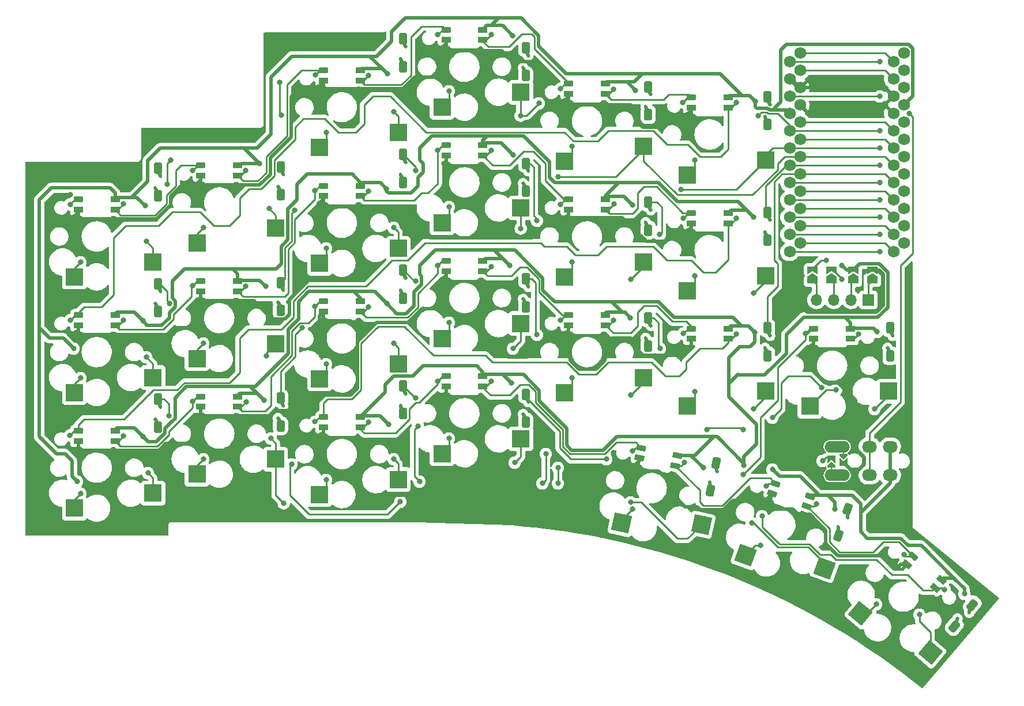
<source format=gtl>
G04 #@! TF.GenerationSoftware,KiCad,Pcbnew,6.0.11-3.fc36*
G04 #@! TF.CreationDate,2023-02-22T18:11:36-05:00*
G04 #@! TF.ProjectId,kb40,6b623430-2e6b-4696-9361-645f70636258,rev?*
G04 #@! TF.SameCoordinates,Original*
G04 #@! TF.FileFunction,Copper,L1,Top*
G04 #@! TF.FilePolarity,Positive*
%FSLAX46Y46*%
G04 Gerber Fmt 4.6, Leading zero omitted, Abs format (unit mm)*
G04 Created by KiCad (PCBNEW 6.0.11-3.fc36) date 2023-02-22 18:11:36*
%MOMM*%
%LPD*%
G01*
G04 APERTURE LIST*
G04 Aperture macros list*
%AMRoundRect*
0 Rectangle with rounded corners*
0 $1 Rounding radius*
0 $2 $3 $4 $5 $6 $7 $8 $9 X,Y pos of 4 corners*
0 Add a 4 corners polygon primitive as box body*
4,1,4,$2,$3,$4,$5,$6,$7,$8,$9,$2,$3,0*
0 Add four circle primitives for the rounded corners*
1,1,$1+$1,$2,$3*
1,1,$1+$1,$4,$5*
1,1,$1+$1,$6,$7*
1,1,$1+$1,$8,$9*
0 Add four rect primitives between the rounded corners*
20,1,$1+$1,$2,$3,$4,$5,0*
20,1,$1+$1,$4,$5,$6,$7,0*
20,1,$1+$1,$6,$7,$8,$9,0*
20,1,$1+$1,$8,$9,$2,$3,0*%
%AMRotRect*
0 Rectangle, with rotation*
0 The origin of the aperture is its center*
0 $1 length*
0 $2 width*
0 $3 Rotation angle, in degrees counterclockwise*
0 Add horizontal line*
21,1,$1,$2,0,0,$3*%
%AMFreePoly0*
4,1,19,0.841058,0.618171,0.925801,0.569864,0.985607,0.492803,1.011371,0.398722,0.999171,0.301943,0.950865,0.217200,0.873803,0.157393,0.111802,-0.223607,0.017722,-0.249371,-0.079057,-0.237171,-0.163800,-0.188865,-0.223607,-0.111802,-0.249371,-0.017722,-0.237171,0.079057,-0.188865,0.163800,-0.111802,0.223607,0.650197,0.604607,0.744278,0.630372,0.841058,0.618171,0.841058,0.618171,
$1*%
%AMFreePoly1*
4,1,19,0.080057,0.237171,0.164801,0.188864,0.224608,0.111803,0.250371,0.017722,0.238172,-0.079057,0.189864,-0.163800,0.112803,-0.223607,-0.649197,-0.604607,-0.743278,-0.630371,-0.840057,-0.618171,-0.924800,-0.569864,-0.984607,-0.492803,-1.010371,-0.398722,-0.998171,-0.301943,-0.949864,-0.217200,-0.872803,-0.157393,-0.110803,0.223607,-0.016722,0.249371,0.080057,0.237171,0.080057,0.237171,
$1*%
%AMFreePoly2*
4,1,6,1.000000,0.000000,0.500000,-0.750000,-0.500000,-0.750000,-0.500000,0.750000,0.500000,0.750000,1.000000,0.000000,1.000000,0.000000,$1*%
%AMFreePoly3*
4,1,6,0.500000,-0.750000,-0.650000,-0.750000,-0.150000,0.000000,-0.650000,0.750000,0.500000,0.750000,0.500000,-0.750000,0.500000,-0.750000,$1*%
%AMFreePoly4*
4,1,6,0.600000,0.200000,0.000000,-0.400000,-0.600000,0.200000,-0.600000,0.500000,0.600000,0.500000,0.600000,0.200000,0.600000,0.200000,$1*%
%AMFreePoly5*
4,1,5,0.125000,-0.500000,-0.125000,-0.500000,-0.125000,0.500000,0.125000,0.500000,0.125000,-0.500000,0.125000,-0.500000,$1*%
%AMFreePoly6*
4,1,6,0.600000,-0.250000,-0.600000,-0.250000,-0.600000,1.000000,0.000000,0.400000,0.600000,1.000000,0.600000,-0.250000,0.600000,-0.250000,$1*%
G04 Aperture macros list end*
G04 #@! TA.AperFunction,SMDPad,CuDef*
%ADD10R,2.600000X2.600000*%
G04 #@! TD*
G04 #@! TA.AperFunction,SMDPad,CuDef*
%ADD11FreePoly0,230.000000*%
G04 #@! TD*
G04 #@! TA.AperFunction,SMDPad,CuDef*
%ADD12RoundRect,0.300000X0.124041X0.614544X-0.583668X-0.228871X-0.124041X-0.614544X0.583668X0.228871X0*%
G04 #@! TD*
G04 #@! TA.AperFunction,ComponentPad*
%ADD13C,0.500000*%
G04 #@! TD*
G04 #@! TA.AperFunction,SMDPad,CuDef*
%ADD14FreePoly1,230.000000*%
G04 #@! TD*
G04 #@! TA.AperFunction,SMDPad,CuDef*
%ADD15RoundRect,0.300000X-0.300000X0.550500X-0.300000X-0.550500X0.300000X-0.550500X0.300000X0.550500X0*%
G04 #@! TD*
G04 #@! TA.AperFunction,SMDPad,CuDef*
%ADD16FreePoly0,270.000000*%
G04 #@! TD*
G04 #@! TA.AperFunction,SMDPad,CuDef*
%ADD17FreePoly1,270.000000*%
G04 #@! TD*
G04 #@! TA.AperFunction,SMDPad,CuDef*
%ADD18R,1.400000X0.820000*%
G04 #@! TD*
G04 #@! TA.AperFunction,SMDPad,CuDef*
%ADD19RoundRect,0.205000X0.495000X0.205000X-0.495000X0.205000X-0.495000X-0.205000X0.495000X-0.205000X0*%
G04 #@! TD*
G04 #@! TA.AperFunction,SMDPad,CuDef*
%ADD20RotRect,2.600000X2.600000X340.000000*%
G04 #@! TD*
G04 #@! TA.AperFunction,SMDPad,CuDef*
%ADD21FreePoly2,90.000000*%
G04 #@! TD*
G04 #@! TA.AperFunction,SMDPad,CuDef*
%ADD22FreePoly3,90.000000*%
G04 #@! TD*
G04 #@! TA.AperFunction,SMDPad,CuDef*
%ADD23RoundRect,0.300000X-0.178989X0.600844X-0.407900X-0.476097X0.178989X-0.600844X0.407900X0.476097X0*%
G04 #@! TD*
G04 #@! TA.AperFunction,SMDPad,CuDef*
%ADD24FreePoly0,258.000000*%
G04 #@! TD*
G04 #@! TA.AperFunction,SMDPad,CuDef*
%ADD25FreePoly1,258.000000*%
G04 #@! TD*
G04 #@! TA.AperFunction,ComponentPad*
%ADD26R,1.700000X1.700000*%
G04 #@! TD*
G04 #@! TA.AperFunction,ComponentPad*
%ADD27O,1.700000X1.700000*%
G04 #@! TD*
G04 #@! TA.AperFunction,SMDPad,CuDef*
%ADD28RotRect,2.600000X2.600000X320.000000*%
G04 #@! TD*
G04 #@! TA.AperFunction,SMDPad,CuDef*
%ADD29FreePoly0,250.000000*%
G04 #@! TD*
G04 #@! TA.AperFunction,SMDPad,CuDef*
%ADD30RoundRect,0.300000X-0.093626X0.619907X-0.470190X-0.414695X0.093626X-0.619907X0.470190X0.414695X0*%
G04 #@! TD*
G04 #@! TA.AperFunction,SMDPad,CuDef*
%ADD31FreePoly1,250.000000*%
G04 #@! TD*
G04 #@! TA.AperFunction,SMDPad,CuDef*
%ADD32RotRect,2.600000X2.600000X348.000000*%
G04 #@! TD*
G04 #@! TA.AperFunction,SMDPad,CuDef*
%ADD33RotRect,1.400000X0.820000X140.000000*%
G04 #@! TD*
G04 #@! TA.AperFunction,SMDPad,CuDef*
%ADD34RoundRect,0.205000X0.510963X-0.161141X-0.247421X0.475219X-0.510963X0.161141X0.247421X-0.475219X0*%
G04 #@! TD*
G04 #@! TA.AperFunction,SMDPad,CuDef*
%ADD35RotRect,1.400000X0.820000X168.000000*%
G04 #@! TD*
G04 #@! TA.AperFunction,SMDPad,CuDef*
%ADD36RoundRect,0.205000X0.526805X0.097604X-0.441561X0.303437X-0.526805X-0.097604X0.441561X-0.303437X0*%
G04 #@! TD*
G04 #@! TA.AperFunction,ComponentPad*
%ADD37C,1.752600*%
G04 #@! TD*
G04 #@! TA.AperFunction,SMDPad,CuDef*
%ADD38FreePoly4,180.000000*%
G04 #@! TD*
G04 #@! TA.AperFunction,ComponentPad*
%ADD39O,3.700000X1.700000*%
G04 #@! TD*
G04 #@! TA.AperFunction,SMDPad,CuDef*
%ADD40FreePoly5,0.000000*%
G04 #@! TD*
G04 #@! TA.AperFunction,SMDPad,CuDef*
%ADD41FreePoly4,0.000000*%
G04 #@! TD*
G04 #@! TA.AperFunction,SMDPad,CuDef*
%ADD42FreePoly6,180.000000*%
G04 #@! TD*
G04 #@! TA.AperFunction,ComponentPad*
%ADD43O,2.200000X1.700000*%
G04 #@! TD*
G04 #@! TA.AperFunction,SMDPad,CuDef*
%ADD44FreePoly6,0.000000*%
G04 #@! TD*
G04 #@! TA.AperFunction,SMDPad,CuDef*
%ADD45RotRect,1.400000X0.820000X160.000000*%
G04 #@! TD*
G04 #@! TA.AperFunction,SMDPad,CuDef*
%ADD46RoundRect,0.205000X0.535262X0.023337X-0.395034X0.361937X-0.535262X-0.023337X0.395034X-0.361937X0*%
G04 #@! TD*
G04 #@! TA.AperFunction,ViaPad*
%ADD47C,0.800000*%
G04 #@! TD*
G04 #@! TA.AperFunction,Conductor*
%ADD48C,0.250000*%
G04 #@! TD*
G04 #@! TA.AperFunction,Conductor*
%ADD49C,0.500000*%
G04 #@! TD*
G04 APERTURE END LIST*
D10*
X142225000Y-67450000D03*
X153775000Y-65250000D03*
D11*
X201811242Y-132985261D03*
D12*
X202068357Y-132678843D03*
D13*
X201613301Y-133813889D03*
D14*
X199688758Y-135514739D03*
D12*
X199431643Y-135821157D03*
D13*
X199898912Y-134671557D03*
D15*
X136500000Y-101699000D03*
D16*
X136500000Y-102099000D03*
D13*
X136881000Y-102861000D03*
D17*
X136500000Y-105401000D03*
D15*
X136500000Y-105801000D03*
D13*
X136119000Y-104620000D03*
D10*
X160225000Y-86450000D03*
X171775000Y-84250000D03*
X106225000Y-65450000D03*
X117775000Y-63250000D03*
D18*
X94200000Y-69550000D03*
X88800000Y-69550000D03*
D19*
X88800000Y-68050000D03*
D18*
X94200000Y-68050000D03*
D10*
X88225000Y-113450000D03*
X99775000Y-111250000D03*
D18*
X148200000Y-57550000D03*
X142800000Y-57550000D03*
D19*
X142800000Y-56050000D03*
D18*
X148200000Y-56050000D03*
X94200000Y-86550000D03*
X88800000Y-86550000D03*
D19*
X88800000Y-85050000D03*
D18*
X94200000Y-85050000D03*
X148200000Y-74550000D03*
X142800000Y-74550000D03*
D19*
X142800000Y-73050000D03*
D18*
X148200000Y-73050000D03*
D20*
X168779993Y-125387610D03*
X180385887Y-127270619D03*
D16*
X82500000Y-68849000D03*
D15*
X82500000Y-68449000D03*
D13*
X82881000Y-69611000D03*
D15*
X82500000Y-72551000D03*
D13*
X82119000Y-71370000D03*
D17*
X82500000Y-72151000D03*
D10*
X106225000Y-116450000D03*
X117775000Y-114250000D03*
D15*
X118500000Y-66449000D03*
D16*
X118500000Y-66849000D03*
D13*
X118881000Y-67611000D03*
X118119000Y-69370000D03*
D15*
X118500000Y-70551000D03*
D17*
X118500000Y-70151000D03*
D21*
X181400000Y-84925000D03*
D22*
X181400000Y-83475000D03*
D21*
X184600000Y-84925000D03*
D22*
X184600000Y-83475000D03*
D16*
X172000000Y-75349000D03*
D13*
X172381000Y-76111000D03*
D15*
X172000000Y-74949000D03*
D17*
X172000000Y-78651000D03*
D13*
X171619000Y-77870000D03*
D15*
X172000000Y-79051000D03*
D18*
X112200000Y-55550000D03*
X106800000Y-55550000D03*
D19*
X106800000Y-54050000D03*
D18*
X112200000Y-54050000D03*
D13*
X164599454Y-113053374D03*
D23*
X164468373Y-111837552D03*
D24*
X164385208Y-112228811D03*
D23*
X163615519Y-115849914D03*
D25*
X163698684Y-115458655D03*
D13*
X163488389Y-114615507D03*
D18*
X130200000Y-66600000D03*
X124800000Y-66600000D03*
D19*
X124800000Y-65100000D03*
D18*
X130200000Y-65100000D03*
D10*
X88225000Y-79450000D03*
X99775000Y-77250000D03*
D18*
X130200000Y-49600000D03*
X124800000Y-49600000D03*
D19*
X124800000Y-48100000D03*
D18*
X130200000Y-48100000D03*
X76200000Y-108550000D03*
X70800000Y-108550000D03*
D19*
X70800000Y-107050000D03*
D18*
X76200000Y-107050000D03*
D10*
X142225000Y-101450000D03*
X153775000Y-99250000D03*
D26*
X186800000Y-87825000D03*
D27*
X184260000Y-87825000D03*
X181720000Y-87825000D03*
X179180000Y-87825000D03*
D15*
X154500000Y-56481500D03*
D16*
X154500000Y-56881500D03*
D13*
X154881000Y-57643500D03*
X154119000Y-59402500D03*
D17*
X154500000Y-60183500D03*
D15*
X154500000Y-60583500D03*
D10*
X106225000Y-82450000D03*
X117775000Y-80250000D03*
D16*
X100500000Y-85668000D03*
D13*
X100881000Y-86430000D03*
D15*
X100500000Y-85268000D03*
D17*
X100500000Y-88970000D03*
D13*
X100119000Y-88189000D03*
D15*
X100500000Y-89370000D03*
D10*
X124225000Y-110450000D03*
X135775000Y-108250000D03*
D18*
X112200000Y-89550000D03*
X106800000Y-89550000D03*
D19*
X106800000Y-88050000D03*
D18*
X112200000Y-88050000D03*
D10*
X124225000Y-93500000D03*
X135775000Y-91300000D03*
D16*
X154500000Y-90881500D03*
D15*
X154500000Y-90481500D03*
D13*
X154881000Y-91643500D03*
D15*
X154500000Y-94583500D03*
D17*
X154500000Y-94183500D03*
D13*
X154119000Y-93402500D03*
D16*
X82500000Y-85849000D03*
D15*
X82500000Y-85449000D03*
D13*
X82881000Y-86611000D03*
X82119000Y-88370000D03*
D17*
X82500000Y-89151000D03*
D15*
X82500000Y-89551000D03*
D18*
X148200000Y-91550000D03*
X142800000Y-91550000D03*
D19*
X142800000Y-90050000D03*
D18*
X148200000Y-90050000D03*
D13*
X136881000Y-68911000D03*
D15*
X136500000Y-67749000D03*
D16*
X136500000Y-68149000D03*
D13*
X136119000Y-70670000D03*
D17*
X136500000Y-71451000D03*
D15*
X136500000Y-71851000D03*
D18*
X184200000Y-93550000D03*
X178800000Y-93550000D03*
D19*
X178800000Y-92050000D03*
D18*
X184200000Y-92050000D03*
D21*
X178600000Y-84925000D03*
D22*
X178600000Y-83475000D03*
D15*
X118500000Y-49449000D03*
D13*
X118881000Y-50611000D03*
D16*
X118500000Y-49849000D03*
D17*
X118500000Y-53151000D03*
D15*
X118500000Y-53551000D03*
D13*
X118119000Y-52370000D03*
D16*
X118500000Y-83849000D03*
D13*
X118881000Y-84611000D03*
D15*
X118500000Y-83449000D03*
D17*
X118500000Y-87151000D03*
D13*
X118119000Y-86370000D03*
D15*
X118500000Y-87551000D03*
D16*
X118500000Y-100849000D03*
D13*
X118881000Y-101611000D03*
D15*
X118500000Y-100449000D03*
X118500000Y-104551000D03*
D13*
X118119000Y-103370000D03*
D17*
X118500000Y-104151000D03*
D28*
X185655483Y-133920297D03*
X195917429Y-139659196D03*
D29*
X183641639Y-118983369D03*
D30*
X183778447Y-118607492D03*
D13*
X183739043Y-119829725D03*
D30*
X182375481Y-122462112D03*
D31*
X182512289Y-122086235D03*
D13*
X182421384Y-121222025D03*
D10*
X70225000Y-118450000D03*
X81775000Y-116250000D03*
D16*
X136500000Y-85149000D03*
D13*
X136881000Y-85911000D03*
D15*
X136500000Y-84749000D03*
D13*
X136119000Y-87670000D03*
D17*
X136500000Y-88451000D03*
D15*
X136500000Y-88851000D03*
D18*
X166200000Y-93550000D03*
X160800000Y-93550000D03*
D19*
X160800000Y-92050000D03*
D18*
X166200000Y-92050000D03*
X112200000Y-106550000D03*
X106800000Y-106550000D03*
D19*
X106800000Y-105050000D03*
D18*
X112200000Y-105050000D03*
D10*
X124225000Y-76500000D03*
X135775000Y-74300000D03*
X70225000Y-84450000D03*
X81775000Y-82250000D03*
D16*
X172000000Y-58349000D03*
D15*
X172000000Y-57949000D03*
D13*
X172381000Y-59111000D03*
X171619000Y-60870000D03*
D15*
X172000000Y-62051000D03*
D17*
X172000000Y-61651000D03*
D21*
X187400000Y-84925000D03*
D22*
X187400000Y-83475000D03*
D10*
X142225000Y-84450000D03*
X153775000Y-82250000D03*
D32*
X150559492Y-120639067D03*
X162314503Y-120888523D03*
D18*
X112200000Y-72550000D03*
X106800000Y-72550000D03*
D19*
X106800000Y-71050000D03*
D18*
X112200000Y-71050000D03*
X130200000Y-100550000D03*
X124800000Y-100550000D03*
D19*
X124800000Y-99050000D03*
D18*
X130200000Y-99050000D03*
D10*
X160225000Y-69450000D03*
X171775000Y-67250000D03*
X106225000Y-99450000D03*
X117775000Y-97250000D03*
D33*
X196596197Y-130177113D03*
X192459557Y-126706060D03*
D34*
X193423739Y-125556993D03*
D33*
X197560379Y-129028046D03*
D18*
X76200000Y-91550000D03*
X70800000Y-91550000D03*
D19*
X70800000Y-90050000D03*
D18*
X76200000Y-90050000D03*
D35*
X158462250Y-112197678D03*
X153180253Y-111074955D03*
D36*
X153492120Y-109607734D03*
D35*
X158774117Y-110730457D03*
D15*
X190000000Y-91949000D03*
D16*
X190000000Y-92349000D03*
D13*
X190381000Y-93111000D03*
D17*
X190000000Y-95651000D03*
D15*
X190000000Y-96051000D03*
D13*
X189619000Y-94870000D03*
D37*
X176784000Y-51562000D03*
X190500000Y-52802000D03*
X176784000Y-54102000D03*
X190500000Y-55342000D03*
X176784000Y-56642000D03*
X190500000Y-57882000D03*
X190500000Y-60422000D03*
X176784000Y-59182000D03*
X176784000Y-61722000D03*
X190500000Y-62962000D03*
X176784000Y-64262000D03*
X190500000Y-65502000D03*
X176784000Y-66802000D03*
X190500000Y-68042000D03*
X190500000Y-70582000D03*
X176784000Y-69342000D03*
X190500000Y-73122000D03*
X176784000Y-71882000D03*
X176784000Y-74422000D03*
X190500000Y-75662000D03*
X190500000Y-78202000D03*
X176784000Y-76962000D03*
X176784000Y-79502000D03*
X190500000Y-80742000D03*
X192024000Y-79502000D03*
X175260000Y-80742000D03*
X175260000Y-78202000D03*
X192024000Y-76962000D03*
X192024000Y-74422000D03*
X175260000Y-75662000D03*
X175260000Y-73122000D03*
X192024000Y-71882000D03*
X175260000Y-70582000D03*
X192024000Y-69342000D03*
X192024000Y-66802000D03*
X175260000Y-68042000D03*
X192024000Y-64262000D03*
X175260000Y-65502000D03*
X192024000Y-61722000D03*
X175260000Y-62962000D03*
X192024000Y-59182000D03*
X175260000Y-60422000D03*
X192024000Y-56642000D03*
X175260000Y-57882000D03*
X175260000Y-55342000D03*
X192024000Y-54102000D03*
X175260000Y-52802000D03*
X192024000Y-51562000D03*
D10*
X124225000Y-59500000D03*
X135775000Y-57300000D03*
D18*
X166200000Y-76550000D03*
X160800000Y-76550000D03*
D19*
X160800000Y-75050000D03*
D18*
X166200000Y-75050000D03*
D38*
X181356000Y-112014000D03*
D39*
X182244000Y-109406000D03*
D40*
X181356000Y-112522000D03*
D41*
X183134000Y-110998000D03*
D40*
X183134000Y-110490000D03*
D39*
X182244000Y-113606000D03*
D42*
X181356000Y-110998000D03*
D43*
X189994000Y-109406000D03*
X189994000Y-113606000D03*
X186994000Y-109406000D03*
X186994000Y-113606000D03*
D44*
X183134000Y-112014000D03*
D16*
X100500000Y-68668000D03*
D13*
X100881000Y-69430000D03*
D15*
X100500000Y-68268000D03*
D13*
X100119000Y-71189000D03*
D15*
X100500000Y-72370000D03*
D17*
X100500000Y-71970000D03*
D10*
X70225000Y-101450000D03*
X81775000Y-99250000D03*
D13*
X82881000Y-103611000D03*
D15*
X82500000Y-102449000D03*
D16*
X82500000Y-102849000D03*
D13*
X82119000Y-105370000D03*
D17*
X82500000Y-106151000D03*
D15*
X82500000Y-106551000D03*
D18*
X76200000Y-74550000D03*
X70800000Y-74550000D03*
D19*
X70800000Y-73050000D03*
D18*
X76200000Y-73050000D03*
D10*
X88225000Y-96450000D03*
X99775000Y-94250000D03*
D18*
X130200000Y-83600000D03*
X124800000Y-83600000D03*
D19*
X124800000Y-82100000D03*
D18*
X130200000Y-82100000D03*
X94200000Y-103550000D03*
X88800000Y-103550000D03*
D19*
X88800000Y-102050000D03*
D18*
X94200000Y-102050000D03*
D13*
X154881000Y-74643500D03*
D15*
X154500000Y-73481500D03*
D16*
X154500000Y-73881500D03*
D13*
X154119000Y-76402500D03*
D17*
X154500000Y-77183500D03*
D15*
X154500000Y-77583500D03*
D18*
X166200000Y-59550000D03*
X160800000Y-59550000D03*
D19*
X160800000Y-58050000D03*
D18*
X166200000Y-58050000D03*
D16*
X100500000Y-102668000D03*
D13*
X100881000Y-103430000D03*
D15*
X100500000Y-102268000D03*
X100500000Y-106370000D03*
D17*
X100500000Y-105970000D03*
D13*
X100119000Y-105189000D03*
D45*
X177780655Y-118128224D03*
X172706315Y-116281315D03*
D46*
X173219345Y-114871776D03*
D45*
X178293685Y-116718685D03*
D13*
X136881000Y-51911000D03*
D15*
X136500000Y-50749000D03*
D16*
X136500000Y-51149000D03*
D17*
X136500000Y-54451000D03*
D15*
X136500000Y-54851000D03*
D13*
X136119000Y-53670000D03*
D10*
X160225000Y-103450000D03*
X171775000Y-101250000D03*
D13*
X172381000Y-93111000D03*
D15*
X172000000Y-91949000D03*
D16*
X172000000Y-92349000D03*
D15*
X172000000Y-96051000D03*
D17*
X172000000Y-95651000D03*
D13*
X171619000Y-94870000D03*
D10*
X178225000Y-103450000D03*
X189775000Y-101250000D03*
D47*
X180594000Y-82042000D03*
X182880000Y-84836000D03*
X188468000Y-62992000D03*
X170641352Y-60746852D03*
X71120000Y-82296000D03*
X89154000Y-77216000D03*
X107188000Y-63246000D03*
X125222000Y-57150000D03*
X143256000Y-65278000D03*
X161290000Y-67310000D03*
X138138500Y-76200000D03*
X120377603Y-68815603D03*
X84226310Y-88392000D03*
X188468000Y-68072000D03*
X102597250Y-74657250D03*
X156172500Y-78232000D03*
X71120000Y-99314000D03*
X89154000Y-94234000D03*
X107188000Y-80264000D03*
X125222000Y-74168000D03*
X143256000Y-82296000D03*
X161290000Y-84328000D03*
X103632000Y-91948000D03*
X156210000Y-94996000D03*
X84149500Y-104902000D03*
X120358500Y-85090500D03*
X138138500Y-92964000D03*
X71120000Y-116332000D03*
X89154000Y-111252000D03*
X107188000Y-97282000D03*
X125222000Y-91186000D03*
X143256000Y-99314000D03*
X161290000Y-101346000D03*
X179922419Y-100727983D03*
X120358500Y-102226500D03*
X172720000Y-105156000D03*
X148336000Y-111252000D03*
X188468000Y-75692000D03*
X107188000Y-114300000D03*
X125222000Y-108204000D03*
X152146000Y-118618000D03*
X170942000Y-123952000D03*
X187960000Y-132588000D03*
X182069062Y-101054500D03*
X191008000Y-127254000D03*
X70358000Y-92710000D03*
X184912000Y-109728000D03*
X178308000Y-94742000D03*
X106139578Y-56542310D03*
X124460000Y-67818000D03*
X177038000Y-84328000D03*
X124460000Y-101854000D03*
X171704000Y-117348000D03*
X160274000Y-94996000D03*
X88392000Y-104902000D03*
X152400000Y-112268000D03*
X88392000Y-87884000D03*
X160248840Y-60557538D03*
X106172000Y-73660000D03*
X142494000Y-75692000D03*
X160274000Y-77724000D03*
X106426000Y-107696000D03*
X142494000Y-92710000D03*
X70358000Y-109982000D03*
X69596000Y-72390000D03*
X124206000Y-84836000D03*
X106426000Y-90932000D03*
X149381885Y-110265885D03*
X142226738Y-58555685D03*
X88138000Y-70866000D03*
X124206000Y-50800000D03*
X70104000Y-75692000D03*
X77425907Y-73747791D03*
X87590456Y-68775858D03*
X69592321Y-73778849D03*
X105590456Y-54775858D03*
X95403960Y-68784696D03*
X113409544Y-54824142D03*
X123601212Y-48842585D03*
X141590456Y-56775858D03*
X131400167Y-48840508D03*
X159587511Y-58771057D03*
X149409544Y-56824142D03*
X167403960Y-58784696D03*
X69595057Y-90816837D03*
X77402789Y-90786504D03*
X87575735Y-85750772D03*
X95394556Y-85801153D03*
X105571561Y-71743114D03*
X113412564Y-71829066D03*
X123578665Y-65805993D03*
X141580506Y-73759212D03*
X131400283Y-65840331D03*
X159594605Y-75817544D03*
X149448230Y-73702580D03*
X69571583Y-107743156D03*
X167427916Y-75855910D03*
X87578210Y-102755190D03*
X77427010Y-107854233D03*
X105571561Y-88743114D03*
X95419578Y-102840934D03*
X123576977Y-82803000D03*
X113409854Y-88824642D03*
X131428456Y-82906916D03*
X141578097Y-90845011D03*
X149425655Y-90851750D03*
X159604959Y-92798136D03*
X167416352Y-92835397D03*
X105571561Y-105743114D03*
X113407021Y-105820108D03*
X123600414Y-99791384D03*
X152146569Y-110030811D03*
X131406208Y-99818822D03*
X159799566Y-111748545D03*
X171839841Y-115163476D03*
X192037195Y-125298230D03*
X179165783Y-117861131D03*
X168402000Y-113538000D03*
X177574494Y-92748523D03*
X171196000Y-119634000D03*
X197987702Y-130409189D03*
X139446000Y-110490000D03*
X138938000Y-114808000D03*
X117094000Y-111252000D03*
X80772000Y-79248000D03*
X81026000Y-113284000D03*
X163068000Y-106934000D03*
X80772000Y-96266000D03*
X168402000Y-106934000D03*
X99060000Y-108204000D03*
X98806000Y-74422000D03*
X98380500Y-96094500D03*
X100965000Y-117729000D03*
X84328000Y-67310000D03*
X83820000Y-70866000D03*
X188468000Y-70612000D03*
X134874000Y-111760000D03*
X102108000Y-112014000D03*
X117094000Y-94234000D03*
X118080079Y-117513756D03*
X100588299Y-60710299D03*
X151892000Y-117602000D03*
X117094000Y-77216000D03*
X117094000Y-60198000D03*
X100330000Y-55880000D03*
X120664107Y-106366861D03*
X134620000Y-94996000D03*
X188468000Y-73152000D03*
X135750000Y-60750000D03*
X169672000Y-120650000D03*
X120904000Y-114554000D03*
X138430000Y-58928000D03*
X135763000Y-77343000D03*
X141224000Y-69762500D03*
X141224000Y-112522000D03*
X141224000Y-114808000D03*
X151892000Y-101854000D03*
X194310000Y-134112000D03*
X151892000Y-84836000D03*
X188468000Y-65532000D03*
X187706000Y-103886000D03*
X159258000Y-71628000D03*
X169926000Y-103886000D03*
X169926000Y-86868000D03*
X192786000Y-60452000D03*
X188468000Y-52832000D03*
X188468000Y-57912000D03*
X188468000Y-78232000D03*
X188468000Y-80772000D03*
X185405767Y-92818128D03*
X80264000Y-107950000D03*
X134615701Y-66543701D03*
X182949628Y-82766500D03*
X169959883Y-75694661D03*
X152183500Y-73914000D03*
X80264000Y-90932000D03*
X134366000Y-100076000D03*
X151856996Y-90459004D03*
X97400000Y-67800000D03*
X116025500Y-71469479D03*
X181864000Y-118618000D03*
X116200000Y-54600000D03*
X116332000Y-106172000D03*
X152600000Y-57000000D03*
X162560000Y-112522000D03*
X200914000Y-131064000D03*
X170200000Y-58600000D03*
X98044000Y-102616000D03*
X98298000Y-85852000D03*
X172720000Y-112776000D03*
X134112000Y-82804000D03*
X170124555Y-92589942D03*
X80600000Y-74000000D03*
X70104000Y-94996000D03*
X70612000Y-114554000D03*
X168529000Y-112141000D03*
X116078000Y-88392000D03*
X134600000Y-49000000D03*
X188117704Y-92543698D03*
X180086000Y-111506000D03*
D48*
X178600000Y-83274000D02*
X178600000Y-83475000D01*
X180594000Y-82042000D02*
X179832000Y-82042000D01*
X179832000Y-82042000D02*
X178600000Y-83274000D01*
D49*
X182949628Y-82766500D02*
X183658128Y-83475000D01*
X183658128Y-83475000D02*
X184600000Y-83475000D01*
D48*
X181659620Y-83475000D02*
X181400000Y-83475000D01*
X182880000Y-84836000D02*
X182880000Y-84695380D01*
X182880000Y-84695380D02*
X181659620Y-83475000D01*
X188438000Y-62962000D02*
X175260000Y-62962000D01*
X188468000Y-62992000D02*
X188438000Y-62962000D01*
X171104185Y-60284019D02*
X170641352Y-60746852D01*
X172036136Y-60452000D02*
X171868155Y-60284019D01*
X175260000Y-62230000D02*
X173482000Y-60452000D01*
X175260000Y-62962000D02*
X175260000Y-62230000D01*
X171868155Y-60284019D02*
X171104185Y-60284019D01*
X173482000Y-60452000D02*
X172036136Y-60452000D01*
X70225000Y-83191000D02*
X71120000Y-82296000D01*
X70225000Y-84450000D02*
X70225000Y-83191000D01*
X88225000Y-78145000D02*
X89154000Y-77216000D01*
X88225000Y-79450000D02*
X88225000Y-78145000D01*
X106225000Y-65450000D02*
X107188000Y-64487000D01*
X107188000Y-64487000D02*
X107188000Y-63246000D01*
X125222000Y-58503000D02*
X125222000Y-57150000D01*
X124225000Y-59500000D02*
X125222000Y-58503000D01*
X142225000Y-67450000D02*
X143256000Y-66419000D01*
X143256000Y-66419000D02*
X143256000Y-65278000D01*
X161290000Y-68385000D02*
X161290000Y-67310000D01*
X160225000Y-69450000D02*
X161290000Y-68385000D01*
X171704000Y-71121396D02*
X173932000Y-68893396D01*
X138138500Y-75908500D02*
X137668000Y-75438000D01*
X188468000Y-68072000D02*
X188438000Y-68042000D01*
X137091000Y-67749000D02*
X136500000Y-67749000D01*
X174782000Y-68042000D02*
X175260000Y-68042000D01*
X172000000Y-74949000D02*
X171704000Y-74653000D01*
X82649000Y-85598000D02*
X82500000Y-85449000D01*
X138138500Y-76200000D02*
X138138500Y-75908500D01*
X101159000Y-84609000D02*
X100500000Y-85268000D01*
X102125000Y-75129500D02*
X102125000Y-79213172D01*
X173932000Y-68893396D02*
X173932000Y-68892000D01*
X120377603Y-68815603D02*
X120377603Y-68326603D01*
X83820000Y-86614000D02*
X82804000Y-85598000D01*
X101159000Y-80179172D02*
X101159000Y-84609000D01*
X137668000Y-68326000D02*
X137091000Y-67749000D01*
X84226310Y-88392000D02*
X83820000Y-87985690D01*
X102125000Y-79213172D02*
X101159000Y-80179172D01*
X173932000Y-68892000D02*
X174782000Y-68042000D01*
X188438000Y-68042000D02*
X175260000Y-68042000D01*
X156172500Y-78232000D02*
X156464000Y-77940500D01*
X83820000Y-87985690D02*
X83820000Y-86614000D01*
X171704000Y-74653000D02*
X171704000Y-71121396D01*
X156464000Y-74168000D02*
X155777500Y-73481500D01*
X156464000Y-77940500D02*
X156464000Y-74168000D01*
X82804000Y-85598000D02*
X82649000Y-85598000D01*
X102597250Y-74657250D02*
X102125000Y-75129500D01*
X137668000Y-75438000D02*
X137668000Y-68326000D01*
X120377603Y-68326603D02*
X118500000Y-66449000D01*
X155777500Y-73481500D02*
X154500000Y-73481500D01*
X70225000Y-100209000D02*
X71120000Y-99314000D01*
X70225000Y-101450000D02*
X70225000Y-100209000D01*
X88225000Y-95163000D02*
X89154000Y-94234000D01*
X88225000Y-96450000D02*
X88225000Y-95163000D01*
X107188000Y-81487000D02*
X107188000Y-80264000D01*
X106225000Y-82450000D02*
X107188000Y-81487000D01*
X124225000Y-76500000D02*
X125222000Y-75503000D01*
X125222000Y-75503000D02*
X125222000Y-74168000D01*
X143256000Y-83419000D02*
X143256000Y-82296000D01*
X142225000Y-84450000D02*
X143256000Y-83419000D01*
X160225000Y-86450000D02*
X161290000Y-85385000D01*
X161290000Y-85385000D02*
X161290000Y-84328000D01*
X156210000Y-94996000D02*
X155956000Y-94742000D01*
X137922000Y-85344000D02*
X137327000Y-84749000D01*
X173482000Y-85852000D02*
X173482000Y-82550000D01*
X155251500Y-90481500D02*
X154500000Y-90481500D01*
X102625000Y-92955000D02*
X102625000Y-96182568D01*
X137922000Y-92747500D02*
X137922000Y-85344000D01*
X155956000Y-91186000D02*
X155251500Y-90481500D01*
X172974000Y-70487792D02*
X174119792Y-69342000D01*
X176784000Y-69342000D02*
X189260000Y-69342000D01*
X155956000Y-94742000D02*
X155956000Y-91186000D01*
X84149500Y-103199500D02*
X83399000Y-102449000D01*
X120358500Y-85090500D02*
X120141500Y-85090500D01*
X100500000Y-98307568D02*
X100500000Y-102268000D01*
X189260000Y-69342000D02*
X190500000Y-70582000D01*
X173482000Y-82550000D02*
X172974000Y-82042000D01*
X102625000Y-96182568D02*
X100500000Y-98307568D01*
X172974000Y-82042000D02*
X172974000Y-70487792D01*
X120141500Y-85090500D02*
X118500000Y-83449000D01*
X174119792Y-69342000D02*
X176784000Y-69342000D01*
X83399000Y-102449000D02*
X82500000Y-102449000D01*
X84149500Y-104902000D02*
X84149500Y-103199500D01*
X137327000Y-84749000D02*
X136500000Y-84749000D01*
X172000000Y-87334000D02*
X173482000Y-85852000D01*
X103632000Y-91948000D02*
X102625000Y-92955000D01*
X138138500Y-92964000D02*
X137922000Y-92747500D01*
X172000000Y-91949000D02*
X172000000Y-87334000D01*
X70225000Y-117227000D02*
X71120000Y-116332000D01*
X70225000Y-118450000D02*
X70225000Y-117227000D01*
X88225000Y-113450000D02*
X88225000Y-112181000D01*
X88225000Y-112181000D02*
X89154000Y-111252000D01*
X107188000Y-98487000D02*
X107188000Y-97282000D01*
X106225000Y-99450000D02*
X107188000Y-98487000D01*
X125222000Y-92503000D02*
X125222000Y-91186000D01*
X124225000Y-93500000D02*
X125222000Y-92503000D01*
X142225000Y-101450000D02*
X143256000Y-100419000D01*
X143256000Y-100419000D02*
X143256000Y-99314000D01*
X160225000Y-103450000D02*
X161290000Y-102385000D01*
X161290000Y-102385000D02*
X161290000Y-101346000D01*
X173990000Y-100076000D02*
X173990000Y-103886000D01*
X175006000Y-99060000D02*
X173990000Y-100076000D01*
X173990000Y-103886000D02*
X172720000Y-105156000D01*
X141478000Y-107113568D02*
X136500000Y-102135568D01*
X178254436Y-99060000D02*
X175006000Y-99060000D01*
X120277500Y-102226500D02*
X118500000Y-100449000D01*
X148336000Y-111252000D02*
X143127604Y-111252000D01*
X136500000Y-102135568D02*
X136500000Y-101699000D01*
X141478000Y-109602396D02*
X141478000Y-107113568D01*
X188438000Y-75662000D02*
X175260000Y-75662000D01*
X179922419Y-100727983D02*
X178254436Y-99060000D01*
X188468000Y-75692000D02*
X188438000Y-75662000D01*
X120358500Y-102226500D02*
X120277500Y-102226500D01*
X143127604Y-111252000D02*
X141478000Y-109602396D01*
X107188000Y-115487000D02*
X107188000Y-114300000D01*
X106225000Y-116450000D02*
X107188000Y-115487000D01*
X124225000Y-110450000D02*
X125222000Y-109453000D01*
X125222000Y-109453000D02*
X125222000Y-108204000D01*
X150559492Y-120639067D02*
X150559492Y-120204508D01*
X150559492Y-120204508D02*
X152146000Y-118618000D01*
X170942000Y-123952000D02*
X170215603Y-123952000D01*
X170215603Y-123952000D02*
X168779993Y-125387610D01*
X186627703Y-133920297D02*
X186690000Y-133858000D01*
X185655483Y-133920297D02*
X186627703Y-133920297D01*
X186690000Y-133858000D02*
X187960000Y-132588000D01*
X180620500Y-101054500D02*
X178225000Y-103450000D01*
X182069062Y-101054500D02*
X180620500Y-101054500D01*
D49*
X152908000Y-94488000D02*
X152908000Y-95250000D01*
X142226738Y-58555685D02*
X142226738Y-58660738D01*
X144780000Y-116586000D02*
X148844000Y-112522000D01*
X102041000Y-57979000D02*
X103477690Y-56542310D01*
X124581000Y-51175000D02*
X132963000Y-51175000D01*
X156972000Y-79248000D02*
X157480000Y-78740000D01*
X183153767Y-111748000D02*
X183134000Y-111748000D01*
X112014000Y-83820000D02*
X110998000Y-84836000D01*
X165592173Y-118685000D02*
X166929172Y-117348000D01*
X117856000Y-74168000D02*
X122428000Y-78740000D01*
X178800000Y-93550000D02*
X178800000Y-94250000D01*
X111760000Y-93980000D02*
X111760000Y-91948000D01*
X124800000Y-66600000D02*
X124800000Y-67478000D01*
X70394001Y-109945999D02*
X82642506Y-109945999D01*
X186182000Y-112014000D02*
X185420000Y-112776000D01*
X152908000Y-60198000D02*
X152908000Y-61655000D01*
X124800000Y-84242000D02*
X124206000Y-84836000D01*
X152146000Y-112522000D02*
X152400000Y-112268000D01*
X84328000Y-72644000D02*
X86106000Y-70866000D01*
X124800000Y-83600000D02*
X124800000Y-84242000D01*
X111760000Y-93980000D02*
X114554000Y-91186000D01*
X88205000Y-70933000D02*
X97417828Y-70933000D01*
X153180253Y-111487747D02*
X152400000Y-112268000D01*
X106800000Y-55881888D02*
X106139578Y-56542310D01*
X125730000Y-116586000D02*
X144780000Y-116586000D01*
X187960000Y-89662000D02*
X177800000Y-89662000D01*
X69596000Y-72390000D02*
X68072000Y-72390000D01*
X124800000Y-49600000D02*
X124800000Y-50206000D01*
X162119000Y-118685000D02*
X165592173Y-118685000D01*
X88800000Y-70204000D02*
X88138000Y-70866000D01*
X124968000Y-89154000D02*
X125095000Y-89281000D01*
X177038000Y-88900000D02*
X177038000Y-84328000D01*
X102041000Y-63923345D02*
X102041000Y-57979000D01*
X106800000Y-89550000D02*
X106172000Y-90178000D01*
X87630000Y-91186000D02*
X87630000Y-88646000D01*
X98993000Y-66971345D02*
X102041000Y-63923345D01*
X178308000Y-94742000D02*
X178308000Y-97917000D01*
X88800000Y-69550000D02*
X88800000Y-70204000D01*
X122682000Y-55118000D02*
X123698000Y-54102000D01*
X137414000Y-78740000D02*
X140462000Y-75692000D01*
X66802000Y-74930000D02*
X67564000Y-75692000D01*
X153670000Y-96012000D02*
X159258000Y-96012000D01*
X86106000Y-70866000D02*
X88138000Y-70866000D01*
X106426000Y-107696000D02*
X106426000Y-111252000D01*
X111760000Y-91948000D02*
X110744000Y-90932000D01*
X121260345Y-89154000D02*
X124968000Y-89154000D01*
X112014000Y-75946000D02*
X112014000Y-83820000D01*
X130302000Y-75184000D02*
X128524000Y-73406000D01*
X70800000Y-92268000D02*
X70358000Y-92710000D01*
X106680000Y-74168000D02*
X113792000Y-74168000D01*
X106800000Y-107322000D02*
X106426000Y-107696000D01*
X70612000Y-92964000D02*
X83820000Y-92964000D01*
X124460000Y-71374000D02*
X124460000Y-67818000D01*
X124800000Y-50206000D02*
X124206000Y-50800000D01*
X130048000Y-109220000D02*
X128270000Y-107442000D01*
X70800000Y-91550000D02*
X70800000Y-92268000D01*
X128524000Y-73406000D02*
X126492000Y-73406000D01*
X160800000Y-77198000D02*
X160274000Y-77724000D01*
X66802000Y-73660000D02*
X66802000Y-74930000D01*
X104748484Y-84836000D02*
X101787000Y-87797484D01*
X187400000Y-83475000D02*
X188377000Y-83475000D01*
X111760000Y-100838000D02*
X111760000Y-93980000D01*
X106800000Y-106550000D02*
X106800000Y-107322000D01*
X178219259Y-119380000D02*
X180527000Y-121687741D01*
X87884000Y-105410000D02*
X88392000Y-104902000D01*
X88459000Y-87951000D02*
X88392000Y-87884000D01*
X152908000Y-95250000D02*
X153670000Y-96012000D01*
X118485000Y-56775000D02*
X120142000Y-55118000D01*
X139319000Y-93599000D02*
X141605000Y-93599000D01*
X88800000Y-87476000D02*
X88392000Y-87884000D01*
X106172000Y-90678000D02*
X106426000Y-90932000D01*
X88800000Y-86550000D02*
X88800000Y-87476000D01*
X113792000Y-74168000D02*
X117856000Y-74168000D01*
X159258000Y-78740000D02*
X160274000Y-77724000D01*
X70104000Y-75692000D02*
X70800000Y-74996000D01*
X110744000Y-90932000D02*
X106426000Y-90932000D01*
X158750000Y-115824000D02*
X158750000Y-117094000D01*
X124800000Y-100550000D02*
X124800000Y-101514000D01*
X175837685Y-118698054D02*
X176519631Y-119380000D01*
X161637611Y-118203611D02*
X162119000Y-118685000D01*
X104648000Y-104140000D02*
X106934000Y-101854000D01*
X160800000Y-93550000D02*
X160800000Y-94470000D01*
X133858000Y-96266000D02*
X136652000Y-96266000D01*
X106800000Y-55550000D02*
X106800000Y-55881888D01*
X103477690Y-56542310D02*
X106139578Y-56542310D01*
X120142000Y-55118000D02*
X122682000Y-55118000D01*
X184912000Y-102616000D02*
X184912000Y-109728000D01*
X88392000Y-104902000D02*
X98806000Y-104902000D01*
X83820000Y-92964000D02*
X84836000Y-91948000D01*
X151892000Y-59182000D02*
X152908000Y-60198000D01*
X106800000Y-72550000D02*
X106800000Y-73032000D01*
X137668000Y-52832000D02*
X138938000Y-54102000D01*
X98993000Y-69357828D02*
X98993000Y-66971345D01*
X184912000Y-109728000D02*
X186182000Y-110998000D01*
X67564000Y-75692000D02*
X70104000Y-75692000D01*
X159258000Y-96012000D02*
X160274000Y-94996000D01*
X88800000Y-104494000D02*
X88392000Y-104902000D01*
X70800000Y-74996000D02*
X70800000Y-74550000D01*
X182307261Y-125476000D02*
X189230000Y-125476000D01*
X110998000Y-84836000D02*
X104748484Y-84836000D01*
X101787000Y-87797484D02*
X101787000Y-89994160D01*
X113792000Y-74168000D02*
X112014000Y-75946000D01*
X96587000Y-87951000D02*
X88459000Y-87951000D01*
X158750000Y-117094000D02*
X159859611Y-118203611D01*
X148082000Y-96774000D02*
X148082000Y-94488000D01*
X140462000Y-75692000D02*
X142494000Y-75692000D01*
X160800000Y-60006378D02*
X160248840Y-60557538D01*
X106934000Y-101854000D02*
X110744000Y-101854000D01*
X142800000Y-75386000D02*
X142494000Y-75692000D01*
X70800000Y-109540000D02*
X70358000Y-109982000D01*
X143002000Y-94996000D02*
X143002000Y-96722827D01*
X154178000Y-79248000D02*
X156972000Y-79248000D01*
X178800000Y-94250000D02*
X178308000Y-94742000D01*
X155956000Y-113030000D02*
X158750000Y-115824000D01*
X122428000Y-78740000D02*
X131826000Y-78740000D01*
X188976000Y-88646000D02*
X187960000Y-89662000D01*
X124460000Y-105410000D02*
X124460000Y-101854000D01*
X70358000Y-75946000D02*
X82296000Y-75946000D01*
X160800000Y-59550000D02*
X160800000Y-60006378D01*
X130302000Y-77216000D02*
X131826000Y-78740000D01*
X166929172Y-117348000D02*
X171704000Y-117348000D01*
X185420000Y-112776000D02*
X184181767Y-112776000D01*
X182372000Y-100076000D02*
X184912000Y-102616000D01*
X148082000Y-94488000D02*
X149098000Y-93472000D01*
X119228345Y-91186000D02*
X121260345Y-89154000D01*
X87630000Y-88646000D02*
X88392000Y-87884000D01*
X189230000Y-125476000D02*
X191008000Y-127254000D01*
X114554000Y-91186000D02*
X119228345Y-91186000D01*
X134620000Y-52832000D02*
X137668000Y-52832000D01*
X184181767Y-112776000D02*
X183153767Y-111748000D01*
X82296000Y-75946000D02*
X84328000Y-73914000D01*
X113284000Y-116586000D02*
X125730000Y-116586000D01*
X177800000Y-89662000D02*
X177038000Y-88900000D01*
X148844000Y-112522000D02*
X152146000Y-112522000D01*
X82642506Y-109945999D02*
X83622504Y-108966000D01*
X126492000Y-73406000D02*
X124460000Y-71374000D01*
X124206000Y-50800000D02*
X124581000Y-51175000D01*
X146812000Y-98044000D02*
X148082000Y-96774000D01*
X142494000Y-75692000D02*
X142561000Y-75759000D01*
X157480000Y-78740000D02*
X159258000Y-78740000D01*
X84836000Y-91948000D02*
X86868000Y-91948000D01*
X130048000Y-112268000D02*
X130048000Y-109220000D01*
X87884000Y-107950000D02*
X87884000Y-105410000D01*
X130302000Y-75184000D02*
X130302000Y-77216000D01*
X153180253Y-111074955D02*
X153180253Y-111487747D01*
X106139578Y-56542310D02*
X106372268Y-56775000D01*
X158136462Y-60557538D02*
X160248840Y-60557538D01*
X180527000Y-123695739D02*
X182307261Y-125476000D01*
X141605000Y-93599000D02*
X143002000Y-94996000D01*
X124800000Y-101514000D02*
X124460000Y-101854000D01*
X123698000Y-85344000D02*
X124206000Y-84836000D01*
X160800000Y-76550000D02*
X160800000Y-77198000D01*
X143002000Y-96722827D02*
X144323172Y-98044000D01*
X180527000Y-121687741D02*
X180527000Y-123695739D01*
X126492000Y-107442000D02*
X124460000Y-105410000D01*
X125095000Y-89281000D02*
X126492000Y-90678000D01*
X186182000Y-110998000D02*
X186182000Y-112014000D01*
X124800000Y-67478000D02*
X124460000Y-67818000D01*
X142800000Y-91550000D02*
X142800000Y-92404000D01*
X125095000Y-89281000D02*
X123698000Y-87884000D01*
X140208000Y-92710000D02*
X142494000Y-92710000D01*
X70104000Y-75692000D02*
X70358000Y-75946000D01*
X142800000Y-57550000D02*
X142800000Y-57982423D01*
X172706315Y-116345685D02*
X171704000Y-117348000D01*
X191555940Y-126706060D02*
X191008000Y-127254000D01*
X70358000Y-109982000D02*
X70394001Y-109945999D01*
X106172000Y-73660000D02*
X106680000Y-74168000D01*
X128270000Y-90678000D02*
X133858000Y-96266000D01*
X152908000Y-61655000D02*
X153670000Y-62417000D01*
X188377000Y-83475000D02*
X188976000Y-84074000D01*
X142226738Y-58660738D02*
X142748000Y-59182000D01*
X123698000Y-54102000D02*
X123698000Y-51308000D01*
X176560000Y-56642000D02*
X175260000Y-55342000D01*
X144323172Y-98044000D02*
X146812000Y-98044000D01*
X153670000Y-62417000D02*
X156277000Y-62417000D01*
X142800000Y-92404000D02*
X142494000Y-92710000D01*
X176784000Y-56642000D02*
X176560000Y-56642000D01*
X156277000Y-62417000D02*
X158136462Y-60557538D01*
X101787000Y-89994160D02*
X101110660Y-90670500D01*
X70800000Y-108550000D02*
X70800000Y-109540000D01*
X106372268Y-56775000D02*
X118485000Y-56775000D01*
X123698000Y-87884000D02*
X123698000Y-85344000D01*
X123698000Y-51308000D02*
X124206000Y-50800000D01*
X106800000Y-73032000D02*
X106172000Y-73660000D01*
X142800000Y-57982423D02*
X142226738Y-58555685D01*
X126492000Y-90678000D02*
X128270000Y-90678000D01*
X176784000Y-56642000D02*
X189260000Y-56642000D01*
X153162000Y-113030000D02*
X155956000Y-113030000D01*
X188976000Y-84074000D02*
X188976000Y-88646000D01*
X83622504Y-108966000D02*
X86868000Y-108966000D01*
X97417828Y-70933000D02*
X98993000Y-69357828D01*
X128270000Y-107442000D02*
X126492000Y-107442000D01*
X178308000Y-97917000D02*
X180467000Y-100076000D01*
X136652000Y-96266000D02*
X139319000Y-93599000D01*
X84328000Y-73914000D02*
X84328000Y-72644000D01*
X142800000Y-74550000D02*
X142800000Y-75386000D01*
X125730000Y-116586000D02*
X130048000Y-112268000D01*
X142748000Y-59182000D02*
X151892000Y-59182000D01*
X106172000Y-90178000D02*
X106172000Y-90678000D01*
X88800000Y-103550000D02*
X88800000Y-104494000D01*
X98806000Y-104902000D02*
X99568000Y-104140000D01*
X149098000Y-93472000D02*
X151892000Y-93472000D01*
X86868000Y-108966000D02*
X87884000Y-107950000D01*
X180467000Y-100076000D02*
X182372000Y-100076000D01*
X172974000Y-118618000D02*
X175617738Y-118618000D01*
X150689000Y-75759000D02*
X154178000Y-79248000D01*
X159859611Y-118203611D02*
X161637611Y-118203611D01*
X151892000Y-93472000D02*
X152908000Y-94488000D01*
X152400000Y-112268000D02*
X153162000Y-113030000D01*
X88138000Y-70866000D02*
X88205000Y-70933000D01*
X171704000Y-117348000D02*
X172974000Y-118618000D01*
X160800000Y-94470000D02*
X160274000Y-94996000D01*
X132963000Y-51175000D02*
X134620000Y-52832000D01*
X138938000Y-54102000D02*
X138938000Y-57776315D01*
X172706315Y-116281315D02*
X172706315Y-116345685D01*
X175617738Y-118618000D02*
X175837685Y-118698054D01*
X142561000Y-75759000D02*
X150689000Y-75759000D01*
X99306500Y-90670500D02*
X96587000Y-87951000D01*
X110744000Y-101854000D02*
X111760000Y-100838000D01*
X68072000Y-72390000D02*
X66802000Y-73660000D01*
X106426000Y-111252000D02*
X108966000Y-113792000D01*
X131826000Y-78740000D02*
X137414000Y-78740000D01*
X108966000Y-113792000D02*
X110490000Y-113792000D01*
X139319000Y-93599000D02*
X140208000Y-92710000D01*
X110490000Y-113792000D02*
X113284000Y-116586000D01*
X138938000Y-57776315D02*
X139717370Y-58555685D01*
X99568000Y-104140000D02*
X104648000Y-104140000D01*
X192459557Y-126706060D02*
X191555940Y-126706060D01*
X86868000Y-91948000D02*
X87630000Y-91186000D01*
X189260000Y-56642000D02*
X190500000Y-57882000D01*
X176519631Y-119380000D02*
X178219259Y-119380000D01*
X70358000Y-92710000D02*
X70612000Y-92964000D01*
X139717370Y-58555685D02*
X142226738Y-58555685D01*
X101110660Y-90670500D02*
X99306500Y-90670500D01*
D48*
X88800000Y-68050000D02*
X88316314Y-68050000D01*
X77021000Y-75371000D02*
X82057828Y-75371000D01*
X85874000Y-68050000D02*
X88800000Y-68050000D01*
X76623698Y-74550000D02*
X76200000Y-74550000D01*
X83753000Y-72405828D02*
X85090000Y-71068828D01*
X83753000Y-73675828D02*
X83753000Y-72405828D01*
X82057828Y-75371000D02*
X83753000Y-73675828D01*
X88316314Y-68050000D02*
X87590456Y-68775858D01*
X85090000Y-71068828D02*
X85090000Y-68834000D01*
X76200000Y-74550000D02*
X77021000Y-75371000D01*
X85090000Y-68834000D02*
X85874000Y-68050000D01*
X77425907Y-73747791D02*
X76623698Y-74550000D01*
X69592321Y-73778849D02*
X70321170Y-73050000D01*
X176784000Y-51562000D02*
X189260000Y-51562000D01*
X70321170Y-73050000D02*
X70800000Y-73050000D01*
X189260000Y-51562000D02*
X190500000Y-52802000D01*
X98418000Y-69119656D02*
X98418000Y-66733173D01*
X101466000Y-63685173D02*
X101466000Y-56147172D01*
X97179656Y-70358000D02*
X98418000Y-69119656D01*
X94200000Y-69550000D02*
X95008000Y-70358000D01*
X94638656Y-69550000D02*
X95403960Y-68784696D01*
X106316314Y-54050000D02*
X105590456Y-54775858D01*
X98418000Y-66733173D02*
X101466000Y-63685173D01*
X95008000Y-70358000D02*
X97179656Y-70358000D01*
X94200000Y-69550000D02*
X94638656Y-69550000D01*
X103563172Y-54050000D02*
X106800000Y-54050000D01*
X106800000Y-54050000D02*
X106316314Y-54050000D01*
X101466000Y-56147172D02*
X103563172Y-54050000D01*
X119634000Y-54812828D02*
X119634000Y-49166000D01*
X121200000Y-47600000D02*
X124300000Y-47600000D01*
X112683686Y-55550000D02*
X113409544Y-54824142D01*
X124300000Y-47600000D02*
X124800000Y-48100000D01*
X112200000Y-55550000D02*
X112683686Y-55550000D01*
X119634000Y-49166000D02*
X121200000Y-47600000D01*
X124343797Y-48100000D02*
X123601212Y-48842585D01*
X118246828Y-56200000D02*
X119634000Y-54812828D01*
X112200000Y-55550000D02*
X112850000Y-56200000D01*
X124800000Y-48100000D02*
X124343797Y-48100000D01*
X112850000Y-56200000D02*
X118246828Y-56200000D01*
X130200000Y-49800000D02*
X131000000Y-50600000D01*
X142800000Y-55932000D02*
X142800000Y-56050000D01*
X142800000Y-56050000D02*
X142316314Y-56050000D01*
X137788000Y-49193172D02*
X137788000Y-50920000D01*
X130640675Y-49600000D02*
X131400167Y-48840508D01*
X134058000Y-50600000D02*
X135890000Y-48768000D01*
X130200000Y-49600000D02*
X130640675Y-49600000D01*
X137362828Y-48768000D02*
X137788000Y-49193172D01*
X130200000Y-49600000D02*
X130200000Y-49800000D01*
X142316314Y-56050000D02*
X141590456Y-56775858D01*
X135890000Y-48768000D02*
X137362828Y-48768000D01*
X137788000Y-50920000D02*
X142800000Y-55932000D01*
X131000000Y-50600000D02*
X134058000Y-50600000D01*
X156718000Y-58420000D02*
X157480000Y-57658000D01*
X160800000Y-58050000D02*
X160308568Y-58050000D01*
X160308568Y-58050000D02*
X159587511Y-58771057D01*
X148683686Y-57550000D02*
X149409544Y-56824142D01*
X157480000Y-57658000D02*
X160408000Y-57658000D01*
X148200000Y-57550000D02*
X148683686Y-57550000D01*
X148200000Y-57550000D02*
X149070000Y-58420000D01*
X149070000Y-58420000D02*
X156718000Y-58420000D01*
X160408000Y-57658000D02*
X160800000Y-58050000D01*
X166200000Y-59550000D02*
X166638656Y-59550000D01*
X114046000Y-57912000D02*
X112776000Y-59182000D01*
X102616000Y-62476691D02*
X102616000Y-64262000D01*
X166200000Y-59550000D02*
X166200000Y-65702000D01*
X111506000Y-63246000D02*
X108966000Y-63246000D01*
X75946000Y-78740000D02*
X75946000Y-87122000D01*
X103878691Y-61214000D02*
X102616000Y-62476691D01*
X121853000Y-63179000D02*
X116586000Y-57912000D01*
X71628000Y-88900000D02*
X70866000Y-89662000D01*
X92964000Y-76962000D02*
X90678000Y-76962000D01*
X95878000Y-71508000D02*
X94488000Y-72898000D01*
X106934000Y-61214000D02*
X103878691Y-61214000D01*
X147066000Y-64516000D02*
X143510000Y-64516000D01*
X116586000Y-57912000D02*
X114046000Y-57912000D01*
X166638656Y-59550000D02*
X167403960Y-58784696D01*
X142173000Y-63179000D02*
X121853000Y-63179000D01*
X99568000Y-69596000D02*
X97656000Y-71508000D01*
X112776000Y-61976000D02*
X111506000Y-63246000D01*
X90678000Y-76962000D02*
X88646000Y-74930000D01*
X166200000Y-65702000D02*
X165100000Y-66802000D01*
X88646000Y-74930000D02*
X84582000Y-74930000D01*
X165100000Y-66802000D02*
X162052000Y-66802000D01*
X99568000Y-67310000D02*
X99568000Y-69596000D01*
X97656000Y-71508000D02*
X95878000Y-71508000D01*
X155194000Y-62992000D02*
X148590000Y-62992000D01*
X74168000Y-88900000D02*
X71628000Y-88900000D01*
X112776000Y-59182000D02*
X112776000Y-61976000D01*
X75946000Y-87122000D02*
X74168000Y-88900000D01*
X148590000Y-62992000D02*
X147066000Y-64516000D01*
X160274000Y-65024000D02*
X157226000Y-65024000D01*
X108966000Y-63246000D02*
X106934000Y-61214000D01*
X162052000Y-66802000D02*
X160274000Y-65024000D01*
X82550000Y-76962000D02*
X77724000Y-76962000D01*
X84582000Y-74930000D02*
X82550000Y-76962000D01*
X143510000Y-64516000D02*
X142173000Y-63179000D01*
X70361894Y-90050000D02*
X69595057Y-90816837D01*
X102616000Y-64262000D02*
X99568000Y-67310000D01*
X70800000Y-90050000D02*
X70361894Y-90050000D01*
X94488000Y-72898000D02*
X94488000Y-75438000D01*
X94488000Y-75438000D02*
X92964000Y-76962000D01*
X157226000Y-65024000D02*
X155194000Y-62992000D01*
X77724000Y-76962000D02*
X75946000Y-78740000D01*
X88276507Y-85050000D02*
X87575735Y-85750772D01*
X84770099Y-89981901D02*
X84770099Y-90678000D01*
X87376000Y-85950507D02*
X87376000Y-87376000D01*
X83273798Y-92174301D02*
X76824301Y-92174301D01*
X76824301Y-92174301D02*
X76200000Y-91550000D01*
X76200000Y-91550000D02*
X76639293Y-91550000D01*
X88800000Y-85050000D02*
X88276507Y-85050000D01*
X87575735Y-85750772D02*
X87376000Y-85950507D01*
X76639293Y-91550000D02*
X77402789Y-90786504D01*
X84770099Y-90678000D02*
X83273798Y-92174301D01*
X87376000Y-87376000D02*
X84770099Y-89981901D01*
X101609000Y-80365568D02*
X102575000Y-79399568D01*
X94200000Y-86550000D02*
X94645709Y-86550000D01*
X101600000Y-86868000D02*
X101600000Y-84804396D01*
X94645709Y-86550000D02*
X95394556Y-85801153D01*
X102575000Y-79399568D02*
X102575000Y-75987000D01*
X101600000Y-84804396D02*
X101609000Y-84795396D01*
X105571561Y-72990439D02*
X105571561Y-71743114D01*
X106264675Y-71050000D02*
X105571561Y-71743114D01*
X102575000Y-75987000D02*
X105571561Y-72990439D01*
X101609000Y-84795396D02*
X101609000Y-80365568D01*
X95026000Y-87376000D02*
X101092000Y-87376000D01*
X94200000Y-86550000D02*
X95026000Y-87376000D01*
X101092000Y-87376000D02*
X101600000Y-86868000D01*
X106800000Y-71050000D02*
X106264675Y-71050000D01*
X112200000Y-72550000D02*
X112824301Y-73174301D01*
X122153343Y-72136000D02*
X123578665Y-70710678D01*
X112200000Y-72550000D02*
X112691630Y-72550000D01*
X112691630Y-72550000D02*
X113412564Y-71829066D01*
X124284658Y-65100000D02*
X123578665Y-65805993D01*
X121158000Y-72136000D02*
X122153343Y-72136000D01*
X112824301Y-73174301D02*
X120119699Y-73174301D01*
X120119699Y-73174301D02*
X121158000Y-72136000D01*
X123578665Y-70710678D02*
X123578665Y-65805993D01*
X124800000Y-65100000D02*
X124284658Y-65100000D01*
X130640614Y-66600000D02*
X131400283Y-65840331D01*
X139379000Y-67802172D02*
X139379000Y-70291000D01*
X136144000Y-66040000D02*
X137616828Y-66040000D01*
X142289718Y-73050000D02*
X141580506Y-73759212D01*
X139379000Y-70291000D02*
X142138000Y-73050000D01*
X142800000Y-73050000D02*
X142289718Y-73050000D01*
X137616828Y-66040000D02*
X139379000Y-67802172D01*
X130200000Y-66600000D02*
X131672000Y-68072000D01*
X142138000Y-73050000D02*
X142800000Y-73050000D01*
X130200000Y-66600000D02*
X130640614Y-66600000D01*
X134112000Y-68072000D02*
X136144000Y-66040000D01*
X131672000Y-68072000D02*
X134112000Y-68072000D01*
X159580828Y-75050000D02*
X160800000Y-75050000D01*
X148600810Y-74550000D02*
X149448230Y-73702580D01*
X148200000Y-74550000D02*
X148834000Y-75184000D01*
X153857000Y-71187000D02*
X155717828Y-71187000D01*
X152146000Y-75184000D02*
X152908000Y-74422000D01*
X148834000Y-75184000D02*
X152146000Y-75184000D01*
X152908000Y-74422000D02*
X152908000Y-72136000D01*
X160800000Y-75050000D02*
X160362149Y-75050000D01*
X152908000Y-72136000D02*
X153857000Y-71187000D01*
X160362149Y-75050000D02*
X159594605Y-75817544D01*
X155717828Y-71187000D02*
X159580828Y-75050000D01*
X148200000Y-74550000D02*
X148600810Y-74550000D01*
X113030000Y-85852000D02*
X104545656Y-85852000D01*
X116840000Y-82042000D02*
X113030000Y-85852000D01*
X102362000Y-90424000D02*
X100584000Y-92202000D01*
X166200000Y-76550000D02*
X166733826Y-76550000D01*
X138684000Y-79502000D02*
X121666000Y-79502000D01*
X119126000Y-82042000D02*
X116840000Y-82042000D01*
X95758000Y-92202000D02*
X94488000Y-93472000D01*
X166200000Y-81958000D02*
X164338000Y-83820000D01*
X81788000Y-101092000D02*
X77470000Y-105410000D01*
X164338000Y-83820000D02*
X162560000Y-83820000D01*
X157226000Y-82042000D02*
X155194000Y-80010000D01*
X162560000Y-83820000D02*
X160782000Y-82042000D01*
X104545656Y-85852000D02*
X102362000Y-88035656D01*
X86375827Y-100009000D02*
X85292828Y-101092000D01*
X77470000Y-105410000D02*
X71628000Y-105410000D01*
X147066000Y-81280000D02*
X143764000Y-81280000D01*
X102362000Y-88035656D02*
X102362000Y-90424000D01*
X166200000Y-76550000D02*
X166200000Y-81958000D01*
X155194000Y-80010000D02*
X148336000Y-80010000D01*
X70264739Y-107050000D02*
X69571583Y-107743156D01*
X142494000Y-80010000D02*
X139192000Y-80010000D01*
X100584000Y-92202000D02*
X95758000Y-92202000D01*
X70800000Y-107050000D02*
X70264739Y-107050000D01*
X71628000Y-105410000D02*
X70800000Y-106238000D01*
X166733826Y-76550000D02*
X167427916Y-75855910D01*
X94488000Y-93472000D02*
X94488000Y-98552000D01*
X70800000Y-106238000D02*
X70800000Y-107050000D01*
X143764000Y-81280000D02*
X142494000Y-80010000D01*
X148336000Y-80010000D02*
X147066000Y-81280000D01*
X160782000Y-82042000D02*
X157226000Y-82042000D01*
X85292828Y-101092000D02*
X81788000Y-101092000D01*
X121666000Y-79502000D02*
X119126000Y-82042000D01*
X93031000Y-100009000D02*
X86375827Y-100009000D01*
X94488000Y-98552000D02*
X93031000Y-100009000D01*
X139192000Y-80010000D02*
X138684000Y-79502000D01*
X88283400Y-102050000D02*
X87578210Y-102755190D01*
X76200000Y-108550000D02*
X76731243Y-108550000D01*
X76200000Y-108550000D02*
X77020999Y-109370999D01*
X82404333Y-109370999D02*
X84125000Y-107650332D01*
X88800000Y-102050000D02*
X88283400Y-102050000D01*
X76731243Y-108550000D02*
X77427010Y-107854233D01*
X84125000Y-107650332D02*
X84125000Y-107137000D01*
X77020999Y-109370999D02*
X82404333Y-109370999D01*
X84125000Y-107137000D02*
X87578210Y-103683790D01*
X87578210Y-103683790D02*
X87578210Y-102755190D01*
X94824301Y-104174301D02*
X98263699Y-104174301D01*
X94710512Y-103550000D02*
X95419578Y-102840934D01*
X102175000Y-92379695D02*
X103331695Y-91223000D01*
X102175000Y-95996172D02*
X102175000Y-92379695D01*
X103331695Y-91223000D02*
X104611000Y-91223000D01*
X99060000Y-99111172D02*
X102175000Y-95996172D01*
X94200000Y-103550000D02*
X94710512Y-103550000D01*
X106264675Y-88050000D02*
X105571561Y-88743114D01*
X105571561Y-90262439D02*
X105571561Y-88743114D01*
X98263699Y-104174301D02*
X99060000Y-103378000D01*
X99060000Y-103378000D02*
X99060000Y-99111172D01*
X106800000Y-88050000D02*
X106264675Y-88050000D01*
X104611000Y-91223000D02*
X105571561Y-90262439D01*
X94200000Y-103550000D02*
X94824301Y-104174301D01*
X112684496Y-89550000D02*
X113409854Y-88824642D01*
X113074000Y-90424000D02*
X119177173Y-90424000D01*
X120650000Y-86919172D02*
X123576977Y-83992195D01*
X120650000Y-88951172D02*
X120650000Y-86919172D01*
X123576977Y-83992195D02*
X123576977Y-82803000D01*
X112200000Y-89550000D02*
X113074000Y-90424000D01*
X124279977Y-82100000D02*
X123576977Y-82803000D01*
X112200000Y-89550000D02*
X112684496Y-89550000D01*
X119177173Y-90424000D02*
X120650000Y-88951172D01*
X124800000Y-82100000D02*
X124279977Y-82100000D01*
X142800000Y-90050000D02*
X142373108Y-90050000D01*
X135636000Y-83058000D02*
X136652000Y-83058000D01*
X138430000Y-84836000D02*
X138430000Y-86665172D01*
X130735372Y-83600000D02*
X131428456Y-82906916D01*
X136652000Y-83058000D02*
X138430000Y-84836000D01*
X142373108Y-90050000D02*
X141578097Y-90845011D01*
X141814828Y-90050000D02*
X142800000Y-90050000D01*
X134366000Y-84328000D02*
X135636000Y-83058000D01*
X130200000Y-83600000D02*
X130735372Y-83600000D01*
X138430000Y-86665172D02*
X141814828Y-90050000D01*
X130928000Y-84328000D02*
X134366000Y-84328000D01*
X130200000Y-83600000D02*
X130928000Y-84328000D01*
X160800000Y-92050000D02*
X160353095Y-92050000D01*
X149360000Y-92710000D02*
X151892000Y-92710000D01*
X153857000Y-88713000D02*
X155717828Y-88713000D01*
X152908000Y-91694000D02*
X152908000Y-89662000D01*
X151892000Y-92710000D02*
X152908000Y-91694000D01*
X160087000Y-90999000D02*
X160800000Y-91712000D01*
X148727405Y-91550000D02*
X149425655Y-90851750D01*
X148200000Y-91550000D02*
X148727405Y-91550000D01*
X158003827Y-90999000D02*
X160087000Y-90999000D01*
X152908000Y-89662000D02*
X153857000Y-88713000D01*
X160353095Y-92050000D02*
X159604959Y-92798136D01*
X155717828Y-88713000D02*
X158003827Y-90999000D01*
X160800000Y-91712000D02*
X160800000Y-92050000D01*
X148200000Y-91550000D02*
X149360000Y-92710000D01*
X112335000Y-101076172D02*
X110982172Y-102429000D01*
X144272000Y-98806000D02*
X142494000Y-97028000D01*
X118685000Y-91761000D02*
X114808000Y-91761000D01*
X154940000Y-97028000D02*
X148641173Y-97028000D01*
X142494000Y-97028000D02*
X131572000Y-97028000D01*
X160020000Y-97028000D02*
X160020000Y-98044000D01*
X110982172Y-102429000D02*
X107375000Y-102429000D01*
X112335000Y-94234000D02*
X112335000Y-101076172D01*
X107375000Y-102429000D02*
X106800000Y-103004000D01*
X146863172Y-98806000D02*
X144272000Y-98806000D01*
X156972000Y-99060000D02*
X154940000Y-97028000D01*
X131572000Y-97028000D02*
X130556000Y-96012000D01*
X130556000Y-96012000D02*
X122936000Y-96012000D01*
X166200000Y-94150000D02*
X165354000Y-94996000D01*
X165354000Y-94996000D02*
X162052000Y-94996000D01*
X159004000Y-99060000D02*
X156972000Y-99060000D01*
X162052000Y-94996000D02*
X160020000Y-97028000D01*
X114808000Y-91761000D02*
X112335000Y-94234000D01*
X166200000Y-93550000D02*
X166200000Y-94150000D01*
X148641173Y-97028000D02*
X146863172Y-98806000D01*
X106800000Y-105050000D02*
X106264675Y-105050000D01*
X106800000Y-103004000D02*
X106800000Y-105050000D01*
X166200000Y-93550000D02*
X166701749Y-93550000D01*
X166701749Y-93550000D02*
X167416352Y-92835397D01*
X106264675Y-105050000D02*
X105571561Y-105743114D01*
X160020000Y-98044000D02*
X159004000Y-99060000D01*
X122936000Y-96012000D02*
X118685000Y-91761000D01*
X117348000Y-107442000D02*
X119425000Y-105365000D01*
X124341798Y-99050000D02*
X123600414Y-99791384D01*
X124800000Y-99050000D02*
X124341798Y-99050000D01*
X120314500Y-102951500D02*
X120822500Y-102951500D01*
X112677129Y-106550000D02*
X113407021Y-105820108D01*
X123600414Y-100216035D02*
X123600414Y-99791384D01*
X112200000Y-106866000D02*
X112776000Y-107442000D01*
X122642148Y-101174301D02*
X123600414Y-100216035D01*
X122599699Y-101174301D02*
X122642148Y-101174301D01*
X112776000Y-107442000D02*
X117348000Y-107442000D01*
X112200000Y-106550000D02*
X112200000Y-106866000D01*
X119425000Y-105365000D02*
X119425000Y-103841000D01*
X112200000Y-106550000D02*
X112677129Y-106550000D01*
X120822500Y-102951500D02*
X122599699Y-101174301D01*
X119425000Y-103841000D02*
X120314500Y-102951500D01*
X130200000Y-100550000D02*
X130675030Y-100550000D01*
X130200000Y-100550000D02*
X130200000Y-100736000D01*
X134112000Y-101854000D02*
X135636000Y-100330000D01*
X152663386Y-108779000D02*
X153492120Y-109607734D01*
X130675030Y-100550000D02*
X131406208Y-99818822D01*
X141928000Y-109416000D02*
X143002000Y-110490000D01*
X152569646Y-109607734D02*
X152146569Y-110030811D01*
X148133172Y-110490000D02*
X149844172Y-108779000D01*
X141928000Y-106927172D02*
X141928000Y-109416000D01*
X149844172Y-108779000D02*
X152663386Y-108779000D01*
X137922000Y-102921172D02*
X141928000Y-106927172D01*
X153492120Y-109607734D02*
X152569646Y-109607734D01*
X137922000Y-101346000D02*
X137922000Y-102921172D01*
X143002000Y-110490000D02*
X148133172Y-110490000D01*
X136906000Y-100330000D02*
X137922000Y-101346000D01*
X135636000Y-100330000D02*
X136906000Y-100330000D01*
X130200000Y-100736000D02*
X131318000Y-101854000D01*
X131318000Y-101854000D02*
X134112000Y-101854000D01*
X158462250Y-112197678D02*
X159350433Y-112197678D01*
X173219345Y-114871776D02*
X172131541Y-114871776D01*
X169418000Y-114046000D02*
X172393569Y-114046000D01*
X165354000Y-118110000D02*
X169418000Y-114046000D01*
X162560000Y-118110000D02*
X165354000Y-118110000D01*
X172393569Y-114046000D02*
X173219345Y-114871776D01*
X158462250Y-112197678D02*
X162052000Y-115787428D01*
X172131541Y-114871776D02*
X171839841Y-115163476D01*
X159350433Y-112197678D02*
X159799566Y-111748545D01*
X162052000Y-117602000D02*
X162560000Y-118110000D01*
X162052000Y-115787428D02*
X162052000Y-117602000D01*
X177780655Y-118128224D02*
X178898690Y-118128224D01*
X181102000Y-121449569D02*
X181102000Y-123444000D01*
X193423739Y-125556993D02*
X192295958Y-125556993D01*
X187519000Y-124901000D02*
X188976000Y-123444000D01*
X182559000Y-124901000D02*
X187519000Y-124901000D01*
X188976000Y-123444000D02*
X191310746Y-123444000D01*
X178898690Y-118128224D02*
X179165783Y-117861131D01*
X191310746Y-123444000D02*
X193423739Y-125556993D01*
X181102000Y-123444000D02*
X182559000Y-124901000D01*
X177780655Y-118128224D02*
X181102000Y-121449569D01*
X192295958Y-125556993D02*
X192037195Y-125298230D01*
X173713293Y-123698000D02*
X171196000Y-121180707D01*
X196596197Y-130177113D02*
X197755626Y-130177113D01*
X179730988Y-125279392D02*
X178207596Y-123756000D01*
X192532000Y-128270000D02*
X190246000Y-128270000D01*
X173482000Y-97790000D02*
X173482000Y-102616000D01*
X196217310Y-130556000D02*
X194818000Y-130556000D01*
X178273017Y-92050000D02*
X177574494Y-92748523D01*
X194818000Y-130556000D02*
X192532000Y-128270000D01*
X177546000Y-93044000D02*
X177546000Y-93726000D01*
X177546000Y-93726000D02*
X173482000Y-97790000D01*
X197755626Y-130177113D02*
X197987702Y-130409189D01*
X196596197Y-130177113D02*
X196217310Y-130556000D01*
X171196000Y-121180707D02*
X171196000Y-119634000D01*
X190246000Y-128270000D02*
X188027000Y-126051000D01*
X173482000Y-102616000D02*
X170942000Y-105156000D01*
X178540000Y-92050000D02*
X177546000Y-93044000D01*
X170942000Y-110998000D02*
X168402000Y-113538000D01*
X170942000Y-105156000D02*
X170942000Y-110998000D01*
X182069088Y-126051000D02*
X181297480Y-125279392D01*
X188027000Y-126051000D02*
X182069088Y-126051000D01*
X178800000Y-92050000D02*
X178540000Y-92050000D01*
X178207596Y-123756000D02*
X173794000Y-123756000D01*
X181297480Y-125279392D02*
X179730988Y-125279392D01*
X173794000Y-123756000D02*
X173736000Y-123698000D01*
X173736000Y-123698000D02*
X173713293Y-123698000D01*
X178800000Y-92050000D02*
X178273017Y-92050000D01*
X163322000Y-106680000D02*
X163068000Y-106934000D01*
X81775000Y-99250000D02*
X81775000Y-97269000D01*
X117775000Y-111933000D02*
X117094000Y-111252000D01*
X168148000Y-106680000D02*
X163322000Y-106680000D01*
X139446000Y-114300000D02*
X139446000Y-110490000D01*
X81775000Y-116250000D02*
X81775000Y-114033000D01*
X168402000Y-106934000D02*
X168148000Y-106680000D01*
X81775000Y-97269000D02*
X80772000Y-96266000D01*
X117775000Y-114250000D02*
X117775000Y-111933000D01*
X81775000Y-82250000D02*
X81775000Y-80251000D01*
X176784000Y-74422000D02*
X189260000Y-74422000D01*
X189260000Y-74422000D02*
X190500000Y-75662000D01*
X138938000Y-114808000D02*
X139446000Y-114300000D01*
X81775000Y-80251000D02*
X80772000Y-79248000D01*
X81775000Y-114033000D02*
X81026000Y-113284000D01*
X100965000Y-117729000D02*
X99775000Y-116539000D01*
X99775000Y-108919000D02*
X99060000Y-108204000D01*
X99775000Y-77250000D02*
X99775000Y-75391000D01*
X99775000Y-75391000D02*
X98806000Y-74422000D01*
X99775000Y-116539000D02*
X99775000Y-111250000D01*
X98380500Y-96094500D02*
X98380500Y-95644500D01*
X135775000Y-110859000D02*
X135775000Y-108250000D01*
X188438000Y-70582000D02*
X175260000Y-70582000D01*
X134874000Y-111760000D02*
X135775000Y-110859000D01*
X99775000Y-111250000D02*
X99775000Y-108919000D01*
X83820000Y-70866000D02*
X83820000Y-67818000D01*
X83820000Y-67818000D02*
X84328000Y-67310000D01*
X98380500Y-95644500D02*
X99775000Y-94250000D01*
X188468000Y-70612000D02*
X188438000Y-70582000D01*
X151892000Y-117602000D02*
X153416000Y-117602000D01*
X117775000Y-94915000D02*
X117094000Y-94234000D01*
X117775000Y-77897000D02*
X117094000Y-77216000D01*
X101854000Y-116586000D02*
X101854000Y-112268000D01*
X176784000Y-71882000D02*
X189260000Y-71882000D01*
X101854000Y-112268000D02*
X102108000Y-112014000D01*
X100330000Y-60452000D02*
X100330000Y-55880000D01*
X117775000Y-63250000D02*
X117775000Y-60879000D01*
X117775000Y-60879000D02*
X117094000Y-60198000D01*
X104648000Y-119380000D02*
X101854000Y-116586000D01*
X100588299Y-60710299D02*
X100330000Y-60452000D01*
X118080079Y-117513756D02*
X116213835Y-119380000D01*
X116213835Y-119380000D02*
X104648000Y-119380000D01*
X160267026Y-122936000D02*
X162314503Y-120888523D01*
X117775000Y-80250000D02*
X117775000Y-77897000D01*
X117775000Y-97250000D02*
X117775000Y-94915000D01*
X153416000Y-117602000D02*
X158750000Y-122936000D01*
X189260000Y-71882000D02*
X190500000Y-73122000D01*
X158750000Y-122936000D02*
X160267026Y-122936000D01*
X135763000Y-77343000D02*
X135775000Y-77331000D01*
X180385887Y-126570687D02*
X180385887Y-127270619D01*
X135750000Y-60750000D02*
X135750000Y-57798000D01*
X120142000Y-106888968D02*
X120142000Y-113792000D01*
X120664107Y-106366861D02*
X120142000Y-106888968D01*
X120142000Y-113792000D02*
X120904000Y-114554000D01*
X135750000Y-60750000D02*
X136608000Y-60750000D01*
X173482000Y-124206000D02*
X178021200Y-124206000D01*
X178021200Y-124206000D02*
X180385887Y-126570687D01*
X188468000Y-73152000D02*
X188438000Y-73122000D01*
X169672000Y-120650000D02*
X169926000Y-120650000D01*
X134620000Y-94996000D02*
X135775000Y-93841000D01*
X135775000Y-93841000D02*
X135775000Y-91300000D01*
X169926000Y-120650000D02*
X173482000Y-124206000D01*
X136608000Y-60750000D02*
X138430000Y-58928000D01*
X135775000Y-57773000D02*
X135775000Y-57300000D01*
X135750000Y-57798000D02*
X135775000Y-57773000D01*
X188438000Y-73122000D02*
X175260000Y-73122000D01*
X135775000Y-77331000D02*
X135775000Y-74300000D01*
X153775000Y-99250000D02*
X153775000Y-99971000D01*
X153775000Y-82953000D02*
X151892000Y-84836000D01*
X173482000Y-68707000D02*
X173482000Y-67818000D01*
X194310000Y-135128000D02*
X195917429Y-136735429D01*
X173482000Y-67818000D02*
X174498000Y-66802000D01*
X153775000Y-65250000D02*
X153775000Y-67415000D01*
X149693500Y-69762500D02*
X153775000Y-65681000D01*
X141224000Y-69762500D02*
X149693500Y-69762500D01*
X141224000Y-114808000D02*
X141224000Y-112522000D01*
X189260000Y-66802000D02*
X190500000Y-68042000D01*
X194310000Y-134112000D02*
X194310000Y-135128000D01*
X158750000Y-72390000D02*
X169799000Y-72390000D01*
X169799000Y-72390000D02*
X173482000Y-68707000D01*
X153775000Y-67415000D02*
X158750000Y-72390000D01*
X153775000Y-82250000D02*
X153775000Y-82953000D01*
X176784000Y-66802000D02*
X189260000Y-66802000D01*
X195917429Y-136735429D02*
X195917429Y-139659196D01*
X153775000Y-99971000D02*
X151892000Y-101854000D01*
X153775000Y-65681000D02*
X153775000Y-65250000D01*
X174498000Y-66802000D02*
X176784000Y-66802000D01*
X171775000Y-66477000D02*
X172750000Y-65502000D01*
X171775000Y-84250000D02*
X171775000Y-85019000D01*
X171775000Y-67250000D02*
X171775000Y-66477000D01*
X189775000Y-101250000D02*
X189775000Y-101817000D01*
X171775000Y-101250000D02*
X171775000Y-102037000D01*
X167397000Y-71628000D02*
X171775000Y-67250000D01*
X171775000Y-102037000D02*
X169926000Y-103886000D01*
X171775000Y-85019000D02*
X169926000Y-86868000D01*
X172750000Y-65502000D02*
X175260000Y-65502000D01*
X159258000Y-71628000D02*
X167397000Y-71628000D01*
X189775000Y-101817000D02*
X187706000Y-103886000D01*
X188438000Y-65502000D02*
X175260000Y-65502000D01*
X188468000Y-65532000D02*
X188438000Y-65502000D01*
X192786000Y-60452000D02*
X193294000Y-60960000D01*
X189260000Y-54102000D02*
X190500000Y-55342000D01*
X191516000Y-102870000D02*
X186994000Y-107392000D01*
X176784000Y-54102000D02*
X189260000Y-54102000D01*
X191516000Y-82804000D02*
X191516000Y-102870000D01*
X186994000Y-107392000D02*
X186994000Y-109406000D01*
X193294000Y-60960000D02*
X193294000Y-81026000D01*
X193294000Y-81026000D02*
X191516000Y-82804000D01*
X186994000Y-109406000D02*
X186994000Y-113606000D01*
X188438000Y-52802000D02*
X175260000Y-52802000D01*
X188468000Y-52832000D02*
X188438000Y-52802000D01*
X188468000Y-57912000D02*
X188438000Y-57882000D01*
X188438000Y-57882000D02*
X175260000Y-57882000D01*
X188468000Y-78232000D02*
X188438000Y-78202000D01*
X188438000Y-78202000D02*
X175260000Y-78202000D01*
X188468000Y-80772000D02*
X188438000Y-80742000D01*
X188438000Y-80742000D02*
X175260000Y-80742000D01*
X189260000Y-79502000D02*
X190500000Y-80742000D01*
X176784000Y-79502000D02*
X189260000Y-79502000D01*
X176784000Y-76962000D02*
X189260000Y-76962000D01*
X189260000Y-76962000D02*
X190500000Y-78202000D01*
X184673895Y-93550000D02*
X185405767Y-92818128D01*
X184200000Y-93550000D02*
X184673895Y-93550000D01*
X186800000Y-85525000D02*
X186800000Y-87825000D01*
X187400000Y-84925000D02*
X186800000Y-85525000D01*
X184600000Y-84925000D02*
X184260000Y-85265000D01*
X184260000Y-85265000D02*
X184260000Y-87825000D01*
X181720000Y-85245000D02*
X181720000Y-87825000D01*
X181400000Y-84925000D02*
X181720000Y-85245000D01*
X179180000Y-85505000D02*
X179180000Y-87825000D01*
X178600000Y-84925000D02*
X179180000Y-85505000D01*
D49*
X133096000Y-98806000D02*
X136195172Y-98806000D01*
X68834000Y-110490000D02*
X67564000Y-110490000D01*
X65024000Y-107950000D02*
X65024000Y-91948000D01*
X139005000Y-86427000D02*
X140716000Y-88138000D01*
X177292000Y-90424000D02*
X183388000Y-90424000D01*
X171603927Y-98854901D02*
X174752000Y-95706828D01*
X67818000Y-93472000D02*
X68580000Y-93472000D01*
X116800000Y-48400000D02*
X118800000Y-46400000D01*
X114300000Y-86614000D02*
X116078000Y-88392000D01*
X166200000Y-58000000D02*
X166400000Y-57800000D01*
X94550000Y-68050000D02*
X94800000Y-67800000D01*
X161303543Y-110730457D02*
X160768457Y-110730457D01*
X130200000Y-98908000D02*
X130302000Y-98806000D01*
X151400000Y-55800000D02*
X152600000Y-57000000D01*
X170200000Y-58600000D02*
X170200000Y-59456000D01*
X121412000Y-97536000D02*
X119948000Y-99000000D01*
X99822000Y-83312000D02*
X100584000Y-82550000D01*
X191548918Y-122869000D02*
X192631918Y-123952000D01*
X103124000Y-90617523D02*
X103124000Y-88086828D01*
X158750000Y-73406000D02*
X167671222Y-73406000D01*
X149860000Y-107950000D02*
X164592000Y-107950000D01*
X155956000Y-70612000D02*
X158750000Y-73406000D01*
X76200000Y-89916000D02*
X76454000Y-89662000D01*
X112200000Y-70544000D02*
X112200000Y-71050000D01*
X84999500Y-102198500D02*
X86614000Y-100584000D01*
X121412000Y-69035291D02*
X121412000Y-67818000D01*
X86360000Y-83312000D02*
X84582000Y-85090000D01*
X115400000Y-53800000D02*
X116200000Y-54600000D01*
X94200000Y-85050000D02*
X94298847Y-84951153D01*
X76200000Y-107050000D02*
X76200000Y-106934000D01*
X174752000Y-92964000D02*
X177292000Y-90424000D01*
X103124000Y-88086828D02*
X104596828Y-86614000D01*
X130200000Y-64364000D02*
X130810000Y-63754000D01*
X136144000Y-63754000D02*
X139954000Y-67564000D01*
X133096000Y-81788000D02*
X131826000Y-80518000D01*
X99060000Y-63500000D02*
X97028000Y-65532000D01*
X170367000Y-109033000D02*
X170367000Y-106105000D01*
X113284000Y-104902000D02*
X115062000Y-104902000D01*
X78994000Y-106680000D02*
X80264000Y-107950000D01*
X134925172Y-80518000D02*
X139005000Y-84597828D01*
X101600000Y-95758000D02*
X101600000Y-92141523D01*
X132842000Y-64770000D02*
X134615701Y-66543701D01*
X181864000Y-117602000D02*
X181864000Y-118618000D01*
X97028000Y-101600000D02*
X98044000Y-102616000D01*
X187542134Y-91968128D02*
X188117704Y-92543698D01*
X76454000Y-89662000D02*
X78994000Y-89662000D01*
X166303000Y-100905000D02*
X166303000Y-96333000D01*
X174752000Y-95706828D02*
X174752000Y-92964000D01*
X136195172Y-98806000D02*
X138497000Y-101107828D01*
X115168021Y-70612000D02*
X116025500Y-71469479D01*
X76200000Y-90050000D02*
X76200000Y-89916000D01*
X150114000Y-70612000D02*
X149606000Y-71120000D01*
X166200000Y-92050000D02*
X166556000Y-91694000D01*
X166303000Y-102041000D02*
X166303000Y-100905000D01*
X93472000Y-83312000D02*
X94200000Y-84040000D01*
X178293685Y-116718685D02*
X178426370Y-116586000D01*
X84501582Y-105752000D02*
X84999500Y-105254082D01*
X93472000Y-83312000D02*
X86360000Y-83312000D01*
X166250000Y-75050000D02*
X166624000Y-74676000D01*
X189676000Y-85282000D02*
X189676000Y-83758000D01*
X76200000Y-106934000D02*
X76454000Y-106680000D01*
X114600000Y-52000000D02*
X116800000Y-49800000D01*
X94200000Y-102050000D02*
X94259066Y-101990934D01*
X102178000Y-52000000D02*
X99060000Y-55118000D01*
X166200000Y-58050000D02*
X166200000Y-58000000D01*
X185674000Y-119888000D02*
X185674000Y-121920000D01*
X166303000Y-96333000D02*
X167894000Y-94742000D01*
X151059993Y-89662000D02*
X151856996Y-90459004D01*
X94200000Y-84040000D02*
X94200000Y-85050000D01*
X148200000Y-72526000D02*
X149606000Y-71120000D01*
X94200000Y-68050000D02*
X94550000Y-68050000D01*
X117535000Y-89849000D02*
X118939000Y-89849000D01*
X142503000Y-109177828D02*
X143240172Y-109915000D01*
X97397153Y-84951153D02*
X98298000Y-85852000D01*
X170200000Y-59456000D02*
X170434000Y-59690000D01*
X112400000Y-53800000D02*
X115400000Y-53800000D01*
X79400000Y-72800000D02*
X80600000Y-74000000D01*
X111252000Y-86614000D02*
X114300000Y-86614000D01*
X65024000Y-91948000D02*
X66294000Y-93218000D01*
X69850000Y-111506000D02*
X68834000Y-110490000D01*
X130802000Y-47498000D02*
X133098000Y-47498000D01*
X81000000Y-70400000D02*
X78600000Y-72800000D01*
X200914000Y-130302000D02*
X200914000Y-131064000D01*
X150622000Y-89662000D02*
X149098000Y-88138000D01*
X192631918Y-123952000D02*
X194564000Y-123952000D01*
X148400000Y-55800000D02*
X150200000Y-55800000D01*
X115062000Y-104902000D02*
X116332000Y-106172000D01*
X120904000Y-67310000D02*
X120904000Y-65532000D01*
X140716000Y-70612000D02*
X150114000Y-70612000D01*
X185674000Y-117856000D02*
X185674000Y-119888000D01*
X120075000Y-88713000D02*
X120075000Y-86680999D01*
X189994000Y-114806000D02*
X189994000Y-113606000D01*
X174808300Y-50235700D02*
X173933700Y-51110300D01*
X148336000Y-89662000D02*
X151059993Y-89662000D01*
X150200000Y-55800000D02*
X151400000Y-55800000D01*
X112200000Y-70934000D02*
X112522000Y-70612000D01*
X130226000Y-65100000D02*
X130556000Y-64770000D01*
X168529000Y-111887000D02*
X168529000Y-112141000D01*
X130200000Y-99050000D02*
X130200000Y-98450000D01*
X110998000Y-69342000D02*
X112200000Y-70544000D01*
X185674000Y-119888000D02*
X185674000Y-119126000D01*
X184200000Y-92050000D02*
X184281872Y-91968128D01*
X120904000Y-82804000D02*
X123190000Y-80518000D01*
X140716000Y-88138000D02*
X149098000Y-88138000D01*
X142503000Y-106689000D02*
X142503000Y-109177828D01*
X151059993Y-89662000D02*
X150622000Y-89662000D01*
X178426370Y-116586000D02*
X180848000Y-116586000D01*
X100584000Y-82550000D02*
X100584000Y-79941000D01*
X86614000Y-100584000D02*
X94996000Y-100584000D01*
X152400000Y-55800000D02*
X153600000Y-54600000D01*
X170367000Y-106105000D02*
X166303000Y-102041000D01*
X69850000Y-113792000D02*
X69850000Y-111506000D01*
X183388000Y-90424000D02*
X184200000Y-91236000D01*
X179578000Y-116586000D02*
X179832000Y-116586000D01*
X66294000Y-93218000D02*
X66548000Y-93472000D01*
X99060000Y-55118000D02*
X99060000Y-63500000D01*
X93472000Y-83312000D02*
X99822000Y-83312000D01*
X117154000Y-99000000D02*
X115824000Y-100330000D01*
X111200000Y-52000000D02*
X114600000Y-52000000D01*
X169400000Y-57800000D02*
X170200000Y-58600000D01*
X160768457Y-110730457D02*
X162560000Y-112522000D01*
X112200000Y-87562000D02*
X112200000Y-88050000D01*
X189994000Y-109406000D02*
X189994000Y-113606000D01*
X115824000Y-101426000D02*
X112200000Y-105050000D01*
X173933700Y-58730300D02*
X172974000Y-59690000D01*
X101600000Y-92141523D02*
X103124000Y-90617523D01*
X167640000Y-98806000D02*
X167688901Y-98854901D01*
X166878000Y-90424000D02*
X168148000Y-91694000D01*
X166303000Y-100143000D02*
X167640000Y-98806000D01*
X167688901Y-98854901D02*
X171603927Y-98854901D01*
X138363000Y-50479000D02*
X142484000Y-54600000D01*
X116800000Y-49800000D02*
X116800000Y-48400000D01*
X121412000Y-67818000D02*
X120904000Y-67310000D01*
X96012000Y-100584000D02*
X94996000Y-100584000D01*
X76454000Y-106680000D02*
X78994000Y-106680000D01*
X184200000Y-91236000D02*
X184200000Y-92050000D01*
X97400000Y-67800000D02*
X95132000Y-65532000D01*
X94800000Y-67800000D02*
X97400000Y-67800000D01*
X112522000Y-70612000D02*
X115168021Y-70612000D01*
X115824000Y-100330000D02*
X115824000Y-101426000D01*
X169418000Y-94742000D02*
X170124555Y-94035445D01*
X197810425Y-128778000D02*
X199390000Y-128778000D01*
X142484000Y-54600000D02*
X153600000Y-54600000D01*
X130200000Y-65100000D02*
X130226000Y-65100000D01*
X84582000Y-87545608D02*
X85076310Y-88039918D01*
X120904000Y-84074000D02*
X120904000Y-82804000D01*
X81000000Y-67336000D02*
X81000000Y-70400000D01*
X120645099Y-69802192D02*
X121412000Y-69035291D01*
X148590000Y-72644000D02*
X150913500Y-72644000D01*
X158774117Y-110730457D02*
X160768457Y-110730457D01*
X95132000Y-65532000D02*
X82804000Y-65532000D01*
X164592000Y-107950000D02*
X164084000Y-107950000D01*
X185674000Y-119126000D02*
X189994000Y-114806000D01*
X139954000Y-67564000D02*
X139954000Y-69850000D01*
X164592000Y-107950000D02*
X168529000Y-111887000D01*
X194564000Y-123952000D02*
X199517000Y-128905000D01*
X199517000Y-128905000D02*
X200914000Y-130302000D01*
X101550000Y-74472000D02*
X102870000Y-73152000D01*
X130200000Y-82100000D02*
X130244000Y-82100000D01*
X116025500Y-71829500D02*
X116332000Y-72136000D01*
X165090000Y-54600000D02*
X168290000Y-57800000D01*
X188443000Y-82525000D02*
X185550000Y-82525000D01*
X116025500Y-71469479D02*
X116025500Y-71829500D01*
X66802000Y-71374000D02*
X65024000Y-73152000D01*
X193352000Y-50858000D02*
X192729700Y-50235700D01*
X150114000Y-70612000D02*
X155956000Y-70612000D01*
X130200000Y-65100000D02*
X130200000Y-64364000D01*
X130802000Y-47498000D02*
X131408000Y-47498000D01*
X171904406Y-59690000D02*
X172434712Y-59866768D01*
X133096000Y-98806000D02*
X134366000Y-100076000D01*
X167671222Y-73406000D02*
X168941222Y-74676000D01*
X118800000Y-46400000D02*
X132506000Y-46400000D01*
X130810000Y-63754000D02*
X136144000Y-63754000D01*
X120075000Y-86680999D02*
X121208500Y-85547500D01*
X148200000Y-73050000D02*
X148200000Y-73034000D01*
X112200000Y-105050000D02*
X112200000Y-104970000D01*
X180848000Y-116586000D02*
X181864000Y-117602000D01*
X153600000Y-54600000D02*
X165090000Y-54600000D01*
X130200000Y-98450000D02*
X129286000Y-97536000D01*
X170434000Y-59690000D02*
X171904406Y-59690000D01*
X94996000Y-100584000D02*
X96774000Y-100584000D01*
X148200000Y-56000000D02*
X148400000Y-55800000D01*
X180848000Y-116586000D02*
X184404000Y-116586000D01*
X81026000Y-108712000D02*
X82250160Y-108712000D01*
X132506000Y-46400000D02*
X135808000Y-46400000D01*
X150913500Y-72644000D02*
X152183500Y-73914000D01*
X130302000Y-98806000D02*
X133096000Y-98806000D01*
X169228613Y-91694000D02*
X170124555Y-92589942D01*
X118939000Y-89849000D02*
X120075000Y-88713000D01*
X78994000Y-89662000D02*
X80264000Y-90932000D01*
X68580000Y-93472000D02*
X70104000Y-94996000D01*
X111200000Y-52000000D02*
X113600000Y-52000000D01*
X173736000Y-113792000D02*
X176784000Y-113792000D01*
X102870000Y-70866000D02*
X104394000Y-69342000D01*
X112200000Y-54000000D02*
X112400000Y-53800000D01*
X143240172Y-109915000D02*
X147895000Y-109915000D01*
X130556000Y-64770000D02*
X132842000Y-64770000D01*
X197560379Y-129028046D02*
X197810425Y-128778000D01*
X176784000Y-113792000D02*
X179578000Y-116586000D01*
X94259066Y-101990934D02*
X94259066Y-101828934D01*
X148200000Y-56050000D02*
X148200000Y-56000000D01*
X66548000Y-93472000D02*
X67818000Y-93472000D01*
X83550000Y-106696000D02*
X84494000Y-105752000D01*
X85076310Y-88039918D02*
X85076310Y-88862518D01*
X113600000Y-52000000D02*
X115400000Y-53800000D01*
X174704768Y-59866768D02*
X175260000Y-60422000D01*
X131408000Y-47498000D02*
X132506000Y-46400000D01*
X116332000Y-72136000D02*
X119634000Y-72136000D01*
X76450000Y-72800000D02*
X79400000Y-72800000D01*
X148200000Y-90050000D02*
X148200000Y-89798000D01*
X101550000Y-78975000D02*
X101550000Y-74472000D01*
X80931301Y-91599301D02*
X80264000Y-90932000D01*
X85076310Y-88862518D02*
X84195099Y-89743729D01*
X97028000Y-65532000D02*
X94996000Y-65532000D01*
X150200000Y-55800000D02*
X152400000Y-55800000D01*
X148200000Y-89798000D02*
X148336000Y-89662000D01*
X94488000Y-101600000D02*
X97028000Y-101600000D01*
X82804000Y-65532000D02*
X81000000Y-67336000D01*
X133098000Y-47498000D02*
X134600000Y-49000000D01*
X158242000Y-90424000D02*
X166878000Y-90424000D01*
X84494000Y-105752000D02*
X84501582Y-105752000D01*
X166200000Y-75050000D02*
X166250000Y-75050000D01*
X166400000Y-57800000D02*
X169000000Y-57800000D01*
X96774000Y-100584000D02*
X101600000Y-95758000D01*
X199390000Y-128778000D02*
X199517000Y-128905000D01*
X166303000Y-100905000D02*
X166303000Y-100143000D01*
X130556000Y-81788000D02*
X133096000Y-81788000D01*
X148200000Y-73034000D02*
X148590000Y-72644000D01*
X166624000Y-74676000D02*
X168941222Y-74676000D01*
X111200000Y-52000000D02*
X102178000Y-52000000D01*
X192024000Y-59182000D02*
X193352000Y-57854000D01*
X76200000Y-73050000D02*
X76450000Y-72800000D01*
X184404000Y-116586000D02*
X185674000Y-117856000D01*
X84999500Y-105254082D02*
X84999500Y-102198500D01*
X80264000Y-107950000D02*
X81026000Y-108712000D01*
X148200000Y-73050000D02*
X148200000Y-72526000D01*
X130200000Y-99050000D02*
X130200000Y-98908000D01*
X185550000Y-82525000D02*
X184600000Y-83475000D01*
X138497000Y-101107828D02*
X138497000Y-102683000D01*
X139954000Y-69850000D02*
X140716000Y-70612000D01*
X65024000Y-73152000D02*
X65024000Y-91948000D01*
X183388000Y-90424000D02*
X188187950Y-90424000D01*
X75438000Y-71374000D02*
X66802000Y-71374000D01*
X168290000Y-57800000D02*
X169000000Y-57800000D01*
X104596828Y-86614000D02*
X111252000Y-86614000D01*
X94298847Y-84951153D02*
X97397153Y-84951153D01*
X112200000Y-71050000D02*
X112200000Y-70934000D01*
X111252000Y-86614000D02*
X112200000Y-87562000D01*
X76200000Y-73050000D02*
X76200000Y-72136000D01*
X188187950Y-90424000D02*
X189676000Y-88935950D01*
X121208500Y-85547500D02*
X121208500Y-84378500D01*
X189676000Y-83758000D02*
X188443000Y-82525000D01*
X122682000Y-63754000D02*
X130810000Y-63754000D01*
X67564000Y-110490000D02*
X65024000Y-107950000D01*
X121208500Y-84378500D02*
X120904000Y-84074000D01*
X135808000Y-46400000D02*
X138363000Y-48955000D01*
X83035626Y-91599301D02*
X80931301Y-91599301D01*
X189676000Y-88935950D02*
X189676000Y-85282000D01*
X131826000Y-80518000D02*
X134925172Y-80518000D01*
X192729700Y-50235700D02*
X174808300Y-50235700D01*
X119948000Y-99000000D02*
X117154000Y-99000000D01*
X82250160Y-108712000D02*
X83550000Y-107412160D01*
X168529000Y-110871000D02*
X170367000Y-109033000D01*
X112200000Y-54050000D02*
X112200000Y-54000000D01*
X173933700Y-51110300D02*
X173933700Y-58730300D01*
X130200000Y-48100000D02*
X130802000Y-47498000D01*
X172720000Y-112776000D02*
X173736000Y-113792000D01*
X167894000Y-94742000D02*
X169418000Y-94742000D01*
X193352000Y-57854000D02*
X193352000Y-50858000D01*
X120904000Y-65532000D02*
X122682000Y-63754000D01*
X102870000Y-73152000D02*
X102870000Y-70866000D01*
X186623000Y-122869000D02*
X191548918Y-122869000D01*
X94259066Y-101828934D02*
X94488000Y-101600000D01*
X130244000Y-82100000D02*
X130556000Y-81788000D01*
X100584000Y-79941000D02*
X101550000Y-78975000D01*
X170124555Y-94035445D02*
X170124555Y-92589942D01*
X169000000Y-57800000D02*
X169400000Y-57800000D01*
X138363000Y-48955000D02*
X138363000Y-50479000D01*
X76200000Y-72136000D02*
X75438000Y-71374000D01*
X120645099Y-71124901D02*
X120645099Y-69802192D01*
X166556000Y-91694000D02*
X169228613Y-91694000D01*
X84195099Y-90439828D02*
X83035626Y-91599301D01*
X185674000Y-121920000D02*
X186623000Y-122869000D01*
X123190000Y-80518000D02*
X131826000Y-80518000D01*
X138497000Y-102683000D02*
X142503000Y-106689000D01*
X184281872Y-91968128D02*
X187542134Y-91968128D01*
X133096000Y-81788000D02*
X134112000Y-82804000D01*
X84195099Y-89743729D02*
X84195099Y-90439828D01*
X112200000Y-104970000D02*
X112268000Y-104902000D01*
X116078000Y-88392000D02*
X117535000Y-89849000D01*
X172434712Y-59866768D02*
X174704768Y-59866768D01*
X164084000Y-107950000D02*
X161303543Y-110730457D01*
X104394000Y-69342000D02*
X110998000Y-69342000D01*
X147895000Y-109915000D02*
X149860000Y-107950000D01*
X70612000Y-114554000D02*
X69850000Y-113792000D01*
X155956000Y-88138000D02*
X158242000Y-90424000D01*
X112268000Y-104902000D02*
X113284000Y-104902000D01*
X129286000Y-97536000D02*
X121412000Y-97536000D01*
X168529000Y-112141000D02*
X168529000Y-110871000D01*
X83550000Y-107412160D02*
X83550000Y-106696000D01*
X149098000Y-88138000D02*
X155956000Y-88138000D01*
X168941222Y-74676000D02*
X169959883Y-75694661D01*
X119634000Y-72136000D02*
X120645099Y-71124901D01*
X139005000Y-84597828D02*
X139005000Y-86427000D01*
X97028000Y-101600000D02*
X96012000Y-100584000D01*
X84582000Y-85090000D02*
X84582000Y-87545608D01*
D48*
X189260000Y-64262000D02*
X190500000Y-65502000D01*
X176784000Y-64262000D02*
X189260000Y-64262000D01*
X189260000Y-61722000D02*
X190500000Y-62962000D01*
X176784000Y-61722000D02*
X189260000Y-61722000D01*
X180594000Y-110998000D02*
X181356000Y-110998000D01*
X180594000Y-110998000D02*
X180086000Y-111506000D01*
G04 #@! TA.AperFunction,Conductor*
G36*
X115968863Y-48370617D02*
G01*
X116022102Y-48417587D01*
X116041500Y-48484759D01*
X116041500Y-49433629D01*
X116021498Y-49501750D01*
X116004595Y-49522724D01*
X114322724Y-51204595D01*
X114260412Y-51238621D01*
X114233629Y-51241500D01*
X113687941Y-51241500D01*
X113676740Y-51241001D01*
X113675050Y-51240850D01*
X113667885Y-51239360D01*
X113607225Y-51241001D01*
X113590479Y-51241454D01*
X113587072Y-51241500D01*
X102245070Y-51241500D01*
X102226120Y-51240067D01*
X102211885Y-51237901D01*
X102211881Y-51237901D01*
X102204651Y-51236801D01*
X102197359Y-51237394D01*
X102197356Y-51237394D01*
X102151982Y-51241085D01*
X102141767Y-51241500D01*
X102133707Y-51241500D01*
X102130073Y-51241924D01*
X102130067Y-51241924D01*
X102117042Y-51243443D01*
X102105480Y-51244791D01*
X102101132Y-51245221D01*
X102028364Y-51251140D01*
X102021403Y-51253395D01*
X102015463Y-51254582D01*
X102009588Y-51255971D01*
X102002319Y-51256818D01*
X101933670Y-51281736D01*
X101929542Y-51283153D01*
X101867064Y-51303393D01*
X101867062Y-51303394D01*
X101860101Y-51305649D01*
X101853846Y-51309445D01*
X101848372Y-51311951D01*
X101842942Y-51314670D01*
X101836063Y-51317167D01*
X101829943Y-51321180D01*
X101829942Y-51321180D01*
X101775024Y-51357186D01*
X101771320Y-51359523D01*
X101708893Y-51397405D01*
X101700516Y-51404803D01*
X101700492Y-51404776D01*
X101697500Y-51407429D01*
X101694267Y-51410132D01*
X101688148Y-51414144D01*
X101683116Y-51419456D01*
X101634872Y-51470383D01*
X101632494Y-51472825D01*
X98571089Y-54534230D01*
X98556677Y-54546616D01*
X98545082Y-54555149D01*
X98545077Y-54555154D01*
X98539182Y-54559492D01*
X98534443Y-54565070D01*
X98534440Y-54565073D01*
X98504965Y-54599768D01*
X98498035Y-54607284D01*
X98492340Y-54612979D01*
X98490060Y-54615861D01*
X98474719Y-54635251D01*
X98471928Y-54638655D01*
X98429409Y-54688703D01*
X98424667Y-54694285D01*
X98421339Y-54700801D01*
X98417972Y-54705850D01*
X98414805Y-54710979D01*
X98410266Y-54716716D01*
X98379345Y-54782875D01*
X98377442Y-54786769D01*
X98344231Y-54851808D01*
X98342492Y-54858916D01*
X98340393Y-54864559D01*
X98338476Y-54870322D01*
X98335378Y-54876950D01*
X98333888Y-54884112D01*
X98333888Y-54884113D01*
X98320514Y-54948412D01*
X98319544Y-54952696D01*
X98302192Y-55023610D01*
X98301500Y-55034764D01*
X98301464Y-55034762D01*
X98301225Y-55038755D01*
X98300851Y-55042947D01*
X98299360Y-55050115D01*
X98300863Y-55105661D01*
X98301454Y-55127521D01*
X98301500Y-55130928D01*
X98301500Y-63133629D01*
X98281498Y-63201750D01*
X98264595Y-63222724D01*
X96750724Y-64736595D01*
X96688412Y-64770621D01*
X96661629Y-64773500D01*
X95219941Y-64773500D01*
X95208740Y-64773001D01*
X95207050Y-64772850D01*
X95199885Y-64771360D01*
X95139225Y-64773001D01*
X95122479Y-64773454D01*
X95119072Y-64773500D01*
X82871069Y-64773500D01*
X82852121Y-64772067D01*
X82844780Y-64770950D01*
X82837883Y-64769901D01*
X82837881Y-64769901D01*
X82830651Y-64768801D01*
X82823359Y-64769394D01*
X82823356Y-64769394D01*
X82777982Y-64773085D01*
X82767767Y-64773500D01*
X82759707Y-64773500D01*
X82746417Y-64775049D01*
X82731493Y-64776789D01*
X82727118Y-64777222D01*
X82661661Y-64782546D01*
X82661658Y-64782547D01*
X82654363Y-64783140D01*
X82647399Y-64785396D01*
X82641440Y-64786587D01*
X82635585Y-64787971D01*
X82628319Y-64788818D01*
X82559673Y-64813735D01*
X82555545Y-64815152D01*
X82493064Y-64835393D01*
X82493062Y-64835394D01*
X82486101Y-64837649D01*
X82479846Y-64841445D01*
X82474372Y-64843951D01*
X82468942Y-64846670D01*
X82462063Y-64849167D01*
X82401016Y-64889191D01*
X82397327Y-64891518D01*
X82381628Y-64901045D01*
X82339693Y-64926491D01*
X82339688Y-64926495D01*
X82334892Y-64929405D01*
X82330685Y-64933121D01*
X82330682Y-64933123D01*
X82327621Y-64935827D01*
X82326516Y-64936803D01*
X82326493Y-64936777D01*
X82323503Y-64939426D01*
X82320264Y-64942134D01*
X82314148Y-64946144D01*
X82309121Y-64951451D01*
X82309117Y-64951454D01*
X82260872Y-65002383D01*
X82258494Y-65004825D01*
X80511089Y-66752230D01*
X80496677Y-66764616D01*
X80485082Y-66773149D01*
X80485077Y-66773154D01*
X80479182Y-66777492D01*
X80474443Y-66783070D01*
X80474440Y-66783073D01*
X80444965Y-66817768D01*
X80438035Y-66825284D01*
X80432340Y-66830979D01*
X80430060Y-66833861D01*
X80414719Y-66853251D01*
X80411928Y-66856655D01*
X80369409Y-66906703D01*
X80364667Y-66912285D01*
X80361339Y-66918801D01*
X80357972Y-66923850D01*
X80354805Y-66928979D01*
X80350266Y-66934716D01*
X80319345Y-67000875D01*
X80317442Y-67004769D01*
X80284231Y-67069808D01*
X80282491Y-67076920D01*
X80280397Y-67082550D01*
X80278479Y-67088315D01*
X80275378Y-67094950D01*
X80263887Y-67150200D01*
X80260520Y-67166386D01*
X80259556Y-67170646D01*
X80242192Y-67241610D01*
X80241500Y-67252764D01*
X80241464Y-67252762D01*
X80241225Y-67256755D01*
X80240851Y-67260947D01*
X80239360Y-67268115D01*
X80240926Y-67326000D01*
X80241454Y-67345521D01*
X80241500Y-67348928D01*
X80241500Y-70033629D01*
X80221498Y-70101750D01*
X80204595Y-70122724D01*
X78322724Y-72004595D01*
X78260412Y-72038621D01*
X78233629Y-72041500D01*
X77060957Y-72041500D01*
X76992836Y-72021498D01*
X76946343Y-71967842D01*
X76942518Y-71958491D01*
X76942393Y-71958145D01*
X76918270Y-71891688D01*
X76916847Y-71887542D01*
X76896607Y-71825064D01*
X76896606Y-71825062D01*
X76894351Y-71818101D01*
X76890553Y-71811842D01*
X76888049Y-71806372D01*
X76885330Y-71800942D01*
X76882833Y-71794063D01*
X76865501Y-71767628D01*
X76842814Y-71733024D01*
X76840467Y-71729305D01*
X76839391Y-71727532D01*
X76802595Y-71666893D01*
X76795197Y-71658516D01*
X76795224Y-71658492D01*
X76792571Y-71655500D01*
X76789868Y-71652267D01*
X76785856Y-71646148D01*
X76729617Y-71592872D01*
X76727175Y-71590494D01*
X76021770Y-70885089D01*
X76009384Y-70870677D01*
X76000851Y-70859082D01*
X76000846Y-70859077D01*
X75996508Y-70853182D01*
X75990930Y-70848443D01*
X75990927Y-70848440D01*
X75956232Y-70818965D01*
X75948716Y-70812035D01*
X75943021Y-70806340D01*
X75931559Y-70797272D01*
X75920749Y-70788719D01*
X75917345Y-70785928D01*
X75867297Y-70743409D01*
X75867295Y-70743408D01*
X75861715Y-70738667D01*
X75855199Y-70735339D01*
X75850150Y-70731972D01*
X75845021Y-70728805D01*
X75839284Y-70724266D01*
X75773125Y-70693345D01*
X75769225Y-70691439D01*
X75768804Y-70691224D01*
X75704192Y-70658231D01*
X75697084Y-70656492D01*
X75691441Y-70654393D01*
X75685678Y-70652476D01*
X75679050Y-70649378D01*
X75651142Y-70643573D01*
X75607588Y-70634514D01*
X75603299Y-70633543D01*
X75532390Y-70616192D01*
X75526788Y-70615844D01*
X75526785Y-70615844D01*
X75521236Y-70615500D01*
X75521238Y-70615464D01*
X75517245Y-70615225D01*
X75513053Y-70614851D01*
X75505885Y-70613360D01*
X75442120Y-70615085D01*
X75428479Y-70615454D01*
X75425072Y-70615500D01*
X66869070Y-70615500D01*
X66850120Y-70614067D01*
X66835885Y-70611901D01*
X66835881Y-70611901D01*
X66828651Y-70610801D01*
X66821359Y-70611394D01*
X66821356Y-70611394D01*
X66775982Y-70615085D01*
X66765767Y-70615500D01*
X66757707Y-70615500D01*
X66754073Y-70615924D01*
X66754067Y-70615924D01*
X66741042Y-70617443D01*
X66729480Y-70618791D01*
X66725132Y-70619221D01*
X66652364Y-70625140D01*
X66645403Y-70627395D01*
X66639463Y-70628582D01*
X66633588Y-70629971D01*
X66626319Y-70630818D01*
X66557670Y-70655736D01*
X66553542Y-70657153D01*
X66491064Y-70677393D01*
X66491062Y-70677394D01*
X66484101Y-70679649D01*
X66477846Y-70683445D01*
X66472372Y-70685951D01*
X66466942Y-70688670D01*
X66460063Y-70691167D01*
X66453943Y-70695180D01*
X66453942Y-70695180D01*
X66399024Y-70731186D01*
X66395320Y-70733523D01*
X66332893Y-70771405D01*
X66324516Y-70778803D01*
X66324492Y-70778776D01*
X66321500Y-70781429D01*
X66318267Y-70784132D01*
X66312148Y-70788144D01*
X66282951Y-70818965D01*
X66258872Y-70844383D01*
X66256494Y-70846825D01*
X64535089Y-72568230D01*
X64520677Y-72580616D01*
X64509082Y-72589149D01*
X64509077Y-72589154D01*
X64503182Y-72593492D01*
X64498443Y-72599070D01*
X64498440Y-72599073D01*
X64468965Y-72633768D01*
X64462035Y-72641284D01*
X64456340Y-72646979D01*
X64451482Y-72653120D01*
X64438719Y-72669251D01*
X64435928Y-72672655D01*
X64393490Y-72722608D01*
X64388667Y-72728285D01*
X64385339Y-72734803D01*
X64381975Y-72739846D01*
X64378806Y-72744978D01*
X64374266Y-72750716D01*
X64362082Y-72776786D01*
X64343364Y-72816834D01*
X64341433Y-72820784D01*
X64311561Y-72879285D01*
X64311559Y-72879291D01*
X64308231Y-72885808D01*
X64306492Y-72892914D01*
X64304393Y-72898559D01*
X64302476Y-72904322D01*
X64299378Y-72910950D01*
X64288154Y-72964914D01*
X64284514Y-72982412D01*
X64283544Y-72986696D01*
X64266192Y-73057610D01*
X64265500Y-73068764D01*
X64265464Y-73068762D01*
X64265225Y-73072755D01*
X64264851Y-73076947D01*
X64263360Y-73084115D01*
X64263558Y-73091432D01*
X64265454Y-73161521D01*
X64265500Y-73164928D01*
X64265500Y-91880930D01*
X64264067Y-91899880D01*
X64262345Y-91911201D01*
X64260801Y-91921349D01*
X64261394Y-91928641D01*
X64261394Y-91928644D01*
X64265085Y-91974018D01*
X64265500Y-91984233D01*
X64265500Y-107882930D01*
X64264067Y-107901880D01*
X64262021Y-107915331D01*
X64260801Y-107923349D01*
X64261394Y-107930641D01*
X64261394Y-107930644D01*
X64265085Y-107976018D01*
X64265500Y-107986233D01*
X64265500Y-107994293D01*
X64266346Y-108001552D01*
X64268789Y-108022507D01*
X64269222Y-108026882D01*
X64274477Y-108091484D01*
X64275140Y-108099637D01*
X64277396Y-108106601D01*
X64278587Y-108112560D01*
X64279971Y-108118415D01*
X64280818Y-108125681D01*
X64305735Y-108194327D01*
X64307152Y-108198455D01*
X64312248Y-108214184D01*
X64329649Y-108267899D01*
X64333445Y-108274154D01*
X64335951Y-108279628D01*
X64338670Y-108285058D01*
X64341167Y-108291937D01*
X64345180Y-108298057D01*
X64345180Y-108298058D01*
X64381186Y-108352976D01*
X64383523Y-108356680D01*
X64421405Y-108419107D01*
X64425121Y-108423315D01*
X64425122Y-108423316D01*
X64428803Y-108427484D01*
X64428776Y-108427508D01*
X64431429Y-108430500D01*
X64434132Y-108433733D01*
X64438144Y-108439852D01*
X64477189Y-108476840D01*
X64494383Y-108493128D01*
X64496825Y-108495506D01*
X66980230Y-110978911D01*
X66992616Y-110993323D01*
X67001149Y-111004918D01*
X67001154Y-111004923D01*
X67005492Y-111010818D01*
X67011070Y-111015557D01*
X67011073Y-111015560D01*
X67045768Y-111045035D01*
X67053284Y-111051965D01*
X67058979Y-111057660D01*
X67061861Y-111059940D01*
X67081251Y-111075281D01*
X67084655Y-111078072D01*
X67134703Y-111120591D01*
X67140285Y-111125333D01*
X67146801Y-111128661D01*
X67151838Y-111132020D01*
X67156977Y-111135194D01*
X67162716Y-111139734D01*
X67169349Y-111142834D01*
X67210960Y-111162281D01*
X67264205Y-111209244D01*
X67283607Y-111277538D01*
X67263007Y-111345480D01*
X67227979Y-111380950D01*
X67151134Y-111432686D01*
X67145115Y-111436738D01*
X66978188Y-111595978D01*
X66959584Y-111620983D01*
X66844700Y-111775393D01*
X66840479Y-111781066D01*
X66838064Y-111785816D01*
X66766814Y-111925955D01*
X66735923Y-111986712D01*
X66714514Y-112055661D01*
X66669095Y-112201930D01*
X66669094Y-112201936D01*
X66667511Y-112207033D01*
X66655571Y-112297118D01*
X66637945Y-112430114D01*
X66637200Y-112435732D01*
X66637400Y-112441062D01*
X66637400Y-112441063D01*
X66641209Y-112542536D01*
X66645854Y-112666268D01*
X66693228Y-112892050D01*
X66695186Y-112897009D01*
X66695187Y-112897011D01*
X66723257Y-112968087D01*
X66777967Y-113106622D01*
X66846419Y-113219428D01*
X66883803Y-113281034D01*
X66897647Y-113303849D01*
X66901144Y-113307879D01*
X67045234Y-113473928D01*
X67048847Y-113478092D01*
X67052978Y-113481479D01*
X67223115Y-113620984D01*
X67223121Y-113620988D01*
X67227243Y-113624368D01*
X67427735Y-113738494D01*
X67432751Y-113740315D01*
X67432756Y-113740317D01*
X67639575Y-113815389D01*
X67639579Y-113815390D01*
X67644590Y-113817209D01*
X67649839Y-113818158D01*
X67649842Y-113818159D01*
X67867523Y-113857522D01*
X67867530Y-113857523D01*
X67871607Y-113858260D01*
X67889344Y-113859096D01*
X67894292Y-113859330D01*
X67894299Y-113859330D01*
X67895780Y-113859400D01*
X68057925Y-113859400D01*
X68124881Y-113853719D01*
X68224562Y-113845261D01*
X68224566Y-113845260D01*
X68229873Y-113844810D01*
X68235028Y-113843472D01*
X68235034Y-113843471D01*
X68448003Y-113788195D01*
X68448007Y-113788194D01*
X68453172Y-113786853D01*
X68458038Y-113784661D01*
X68458041Y-113784660D01*
X68658649Y-113694293D01*
X68663515Y-113692101D01*
X68667935Y-113689125D01*
X68667939Y-113689123D01*
X68796890Y-113602307D01*
X68854885Y-113563262D01*
X68858737Y-113559588D01*
X68858745Y-113559581D01*
X68878529Y-113540708D01*
X68941626Y-113508161D01*
X69012302Y-113514893D01*
X69068120Y-113558767D01*
X69091500Y-113631878D01*
X69091500Y-113724930D01*
X69090067Y-113743880D01*
X69088182Y-113756274D01*
X69086801Y-113765349D01*
X69087394Y-113772641D01*
X69087394Y-113772644D01*
X69091085Y-113818018D01*
X69091500Y-113828233D01*
X69091500Y-113836293D01*
X69091925Y-113839937D01*
X69094789Y-113864507D01*
X69095222Y-113868882D01*
X69100457Y-113933237D01*
X69101140Y-113941637D01*
X69103396Y-113948601D01*
X69104587Y-113954560D01*
X69105971Y-113960415D01*
X69106818Y-113967681D01*
X69131735Y-114036327D01*
X69133152Y-114040455D01*
X69142473Y-114069226D01*
X69155649Y-114109899D01*
X69159445Y-114116155D01*
X69161946Y-114121617D01*
X69164669Y-114127054D01*
X69167167Y-114133937D01*
X69167651Y-114134676D01*
X69179796Y-114201938D01*
X69152636Y-114267534D01*
X69094323Y-114308033D01*
X69019787Y-114309605D01*
X68918610Y-114280593D01*
X68914260Y-114279982D01*
X68914257Y-114279981D01*
X68779959Y-114261107D01*
X68640448Y-114241500D01*
X68429854Y-114241500D01*
X68427668Y-114241653D01*
X68427664Y-114241653D01*
X68224173Y-114255882D01*
X68224168Y-114255883D01*
X68219788Y-114256189D01*
X67945030Y-114314591D01*
X67940901Y-114316094D01*
X67940897Y-114316095D01*
X67685219Y-114409154D01*
X67685215Y-114409156D01*
X67681074Y-114410663D01*
X67433058Y-114542536D01*
X67429499Y-114545122D01*
X67429497Y-114545123D01*
X67211080Y-114703812D01*
X67205808Y-114707642D01*
X67202644Y-114710698D01*
X67202641Y-114710700D01*
X67158324Y-114753497D01*
X67003748Y-114902769D01*
X66830812Y-115124118D01*
X66828616Y-115127922D01*
X66828611Y-115127929D01*
X66730275Y-115298253D01*
X66690364Y-115367381D01*
X66585138Y-115627824D01*
X66584073Y-115632097D01*
X66584072Y-115632099D01*
X66522186Y-115880311D01*
X66517183Y-115900376D01*
X66516724Y-115904744D01*
X66516723Y-115904749D01*
X66488281Y-116175364D01*
X66487822Y-116179733D01*
X66487975Y-116184121D01*
X66487975Y-116184127D01*
X66496339Y-116423618D01*
X66497625Y-116460458D01*
X66498387Y-116464781D01*
X66498388Y-116464788D01*
X66523157Y-116605256D01*
X66546402Y-116737087D01*
X66633203Y-117004235D01*
X66635131Y-117008188D01*
X66635133Y-117008193D01*
X66668537Y-117076680D01*
X66756340Y-117256702D01*
X66758795Y-117260341D01*
X66758798Y-117260347D01*
X66816805Y-117346346D01*
X66913415Y-117489576D01*
X66916360Y-117492847D01*
X66916361Y-117492848D01*
X66978059Y-117561370D01*
X67101371Y-117698322D01*
X67104733Y-117701143D01*
X67104734Y-117701144D01*
X67149710Y-117738883D01*
X67316550Y-117878879D01*
X67554764Y-118027731D01*
X67811375Y-118141982D01*
X67815603Y-118143194D01*
X67815602Y-118143194D01*
X68044699Y-118208886D01*
X68081390Y-118219407D01*
X68085740Y-118220018D01*
X68085743Y-118220019D01*
X68308036Y-118251260D01*
X68372710Y-118280548D01*
X68411283Y-118340152D01*
X68416500Y-118376034D01*
X68416500Y-119798134D01*
X68423255Y-119860316D01*
X68474385Y-119996705D01*
X68561739Y-120113261D01*
X68678295Y-120200615D01*
X68814684Y-120251745D01*
X68876866Y-120258500D01*
X71573134Y-120258500D01*
X71635316Y-120251745D01*
X71771705Y-120200615D01*
X71888261Y-120113261D01*
X71975615Y-119996705D01*
X71978049Y-119990213D01*
X72027579Y-119940795D01*
X72096970Y-119925781D01*
X72168831Y-119954928D01*
X72218619Y-119996705D01*
X72316550Y-120078879D01*
X72554764Y-120227731D01*
X72811375Y-120341982D01*
X72851903Y-120353603D01*
X72947424Y-120380993D01*
X73081390Y-120419407D01*
X73085740Y-120420018D01*
X73085743Y-120420019D01*
X73188690Y-120434487D01*
X73359552Y-120458500D01*
X73570146Y-120458500D01*
X73572332Y-120458347D01*
X73572336Y-120458347D01*
X73775827Y-120444118D01*
X73775832Y-120444117D01*
X73780212Y-120443811D01*
X74054970Y-120385409D01*
X74059099Y-120383906D01*
X74059103Y-120383905D01*
X74314781Y-120290846D01*
X74314785Y-120290844D01*
X74318926Y-120289337D01*
X74566942Y-120157464D01*
X74628065Y-120113056D01*
X74790629Y-119994947D01*
X74790632Y-119994944D01*
X74794192Y-119992358D01*
X74798398Y-119988297D01*
X74920220Y-119870654D01*
X74996252Y-119797231D01*
X75159828Y-119587862D01*
X75166481Y-119579347D01*
X75166482Y-119579346D01*
X75169188Y-119575882D01*
X75171384Y-119572078D01*
X75171389Y-119572071D01*
X75299457Y-119350249D01*
X75309636Y-119332619D01*
X75414862Y-119072176D01*
X75428940Y-119015713D01*
X75481753Y-118803893D01*
X75481754Y-118803888D01*
X75482817Y-118799624D01*
X75486153Y-118767891D01*
X75511719Y-118524636D01*
X75511719Y-118524633D01*
X75512178Y-118520267D01*
X75512025Y-118515873D01*
X75502529Y-118243939D01*
X75502528Y-118243933D01*
X75502375Y-118239542D01*
X75501345Y-118233697D01*
X75461492Y-118007683D01*
X75453598Y-117962913D01*
X75366797Y-117695765D01*
X75364295Y-117690634D01*
X75298261Y-117555247D01*
X75243660Y-117443298D01*
X75241205Y-117439659D01*
X75241202Y-117439653D01*
X75156574Y-117314188D01*
X75086585Y-117210424D01*
X74898629Y-117001678D01*
X74683450Y-116821121D01*
X74445236Y-116672269D01*
X74235428Y-116578856D01*
X74192639Y-116559805D01*
X74192637Y-116559804D01*
X74188625Y-116558018D01*
X73918610Y-116480593D01*
X73914260Y-116479982D01*
X73914257Y-116479981D01*
X73806151Y-116464788D01*
X73640448Y-116441500D01*
X73429854Y-116441500D01*
X73427668Y-116441653D01*
X73427664Y-116441653D01*
X73224173Y-116455882D01*
X73224168Y-116455883D01*
X73219788Y-116456189D01*
X72945030Y-116514591D01*
X72940901Y-116516094D01*
X72940897Y-116516095D01*
X72685219Y-116609154D01*
X72685215Y-116609156D01*
X72681074Y-116610663D01*
X72433058Y-116742536D01*
X72429499Y-116745122D01*
X72429497Y-116745123D01*
X72221674Y-116896115D01*
X72205808Y-116907642D01*
X72174597Y-116937782D01*
X72111703Y-116970714D01*
X72040987Y-116964415D01*
X71984901Y-116920884D01*
X71978271Y-116910379D01*
X71975615Y-116903295D01*
X71948436Y-116867030D01*
X71923589Y-116800526D01*
X71940145Y-116728467D01*
X71954527Y-116703556D01*
X72013542Y-116521928D01*
X72015087Y-116507233D01*
X72032814Y-116338565D01*
X72033504Y-116332000D01*
X72031842Y-116316186D01*
X72017500Y-116179733D01*
X76487822Y-116179733D01*
X76487975Y-116184121D01*
X76487975Y-116184127D01*
X76496339Y-116423618D01*
X76497625Y-116460458D01*
X76498387Y-116464781D01*
X76498388Y-116464788D01*
X76523157Y-116605256D01*
X76546402Y-116737087D01*
X76633203Y-117004235D01*
X76635131Y-117008188D01*
X76635133Y-117008193D01*
X76668537Y-117076680D01*
X76756340Y-117256702D01*
X76758795Y-117260341D01*
X76758798Y-117260347D01*
X76816805Y-117346346D01*
X76913415Y-117489576D01*
X76916360Y-117492847D01*
X76916361Y-117492848D01*
X76978059Y-117561370D01*
X77101371Y-117698322D01*
X77104733Y-117701143D01*
X77104734Y-117701144D01*
X77149710Y-117738883D01*
X77316550Y-117878879D01*
X77554764Y-118027731D01*
X77811375Y-118141982D01*
X77815603Y-118143194D01*
X77815602Y-118143194D01*
X78044699Y-118208886D01*
X78081390Y-118219407D01*
X78085740Y-118220018D01*
X78085743Y-118220019D01*
X78153319Y-118229516D01*
X78359552Y-118258500D01*
X78570146Y-118258500D01*
X78572332Y-118258347D01*
X78572336Y-118258347D01*
X78775827Y-118244118D01*
X78775832Y-118244117D01*
X78780212Y-118243811D01*
X79054970Y-118185409D01*
X79059099Y-118183906D01*
X79059103Y-118183905D01*
X79314781Y-118090846D01*
X79314785Y-118090844D01*
X79318926Y-118089337D01*
X79566942Y-117957464D01*
X79571556Y-117954112D01*
X79790629Y-117794947D01*
X79790632Y-117794944D01*
X79794192Y-117792358D01*
X79825403Y-117762218D01*
X79888297Y-117729286D01*
X79959013Y-117735585D01*
X80015099Y-117779116D01*
X80021729Y-117789621D01*
X80024385Y-117796705D01*
X80029769Y-117803888D01*
X80029769Y-117803889D01*
X80032424Y-117807431D01*
X80111739Y-117913261D01*
X80228295Y-118000615D01*
X80364684Y-118051745D01*
X80426866Y-118058500D01*
X83123134Y-118058500D01*
X83185316Y-118051745D01*
X83321705Y-118000615D01*
X83438261Y-117913261D01*
X83525615Y-117796705D01*
X83576745Y-117660316D01*
X83583500Y-117598134D01*
X83583500Y-114901866D01*
X83576745Y-114839684D01*
X83525615Y-114703295D01*
X83438261Y-114586739D01*
X83321705Y-114499385D01*
X83185316Y-114448255D01*
X83123134Y-114441500D01*
X82534500Y-114441500D01*
X82466379Y-114421498D01*
X82419886Y-114367842D01*
X82408500Y-114315500D01*
X82408500Y-114111767D01*
X82409027Y-114100584D01*
X82410702Y-114093091D01*
X82408562Y-114025000D01*
X82408500Y-114021043D01*
X82408500Y-113993144D01*
X82407996Y-113989153D01*
X82407063Y-113977311D01*
X82406977Y-113974553D01*
X82405674Y-113933111D01*
X82403462Y-113925497D01*
X82403461Y-113925492D01*
X82400023Y-113913659D01*
X82396012Y-113894295D01*
X82394467Y-113882064D01*
X82393474Y-113874203D01*
X82390557Y-113866836D01*
X82390556Y-113866831D01*
X82377198Y-113833092D01*
X82373354Y-113821865D01*
X82364530Y-113791495D01*
X82361018Y-113779407D01*
X82352704Y-113765349D01*
X82350707Y-113761972D01*
X82342012Y-113744224D01*
X82334552Y-113725383D01*
X82308564Y-113689613D01*
X82302048Y-113679693D01*
X82283580Y-113648465D01*
X82283578Y-113648462D01*
X82279542Y-113641638D01*
X82265221Y-113627317D01*
X82252380Y-113612283D01*
X82245132Y-113602307D01*
X82240472Y-113595893D01*
X82206401Y-113567707D01*
X82197622Y-113559718D01*
X81973122Y-113335218D01*
X81939096Y-113272906D01*
X81936907Y-113259293D01*
X81936760Y-113257888D01*
X81928348Y-113177856D01*
X81920232Y-113100635D01*
X81920232Y-113100633D01*
X81919542Y-113094072D01*
X81860527Y-112912444D01*
X81848753Y-112892050D01*
X81798459Y-112804940D01*
X81765040Y-112747056D01*
X81754712Y-112735585D01*
X81641675Y-112610045D01*
X81641674Y-112610044D01*
X81637253Y-112605134D01*
X81538157Y-112533136D01*
X81488094Y-112496763D01*
X81488093Y-112496762D01*
X81482752Y-112492882D01*
X81476724Y-112490198D01*
X81476722Y-112490197D01*
X81314319Y-112417891D01*
X81314318Y-112417891D01*
X81308288Y-112415206D01*
X81195721Y-112391279D01*
X81127944Y-112376872D01*
X81127939Y-112376872D01*
X81121487Y-112375500D01*
X80930513Y-112375500D01*
X80924061Y-112376872D01*
X80924056Y-112376872D01*
X80856279Y-112391279D01*
X80743712Y-112415206D01*
X80737682Y-112417891D01*
X80737681Y-112417891D01*
X80575278Y-112490197D01*
X80575276Y-112490198D01*
X80569248Y-112492882D01*
X80556781Y-112501940D01*
X80489913Y-112525797D01*
X80420762Y-112509715D01*
X80371282Y-112458800D01*
X80356811Y-112404728D01*
X80356472Y-112395688D01*
X80354146Y-112333732D01*
X80306772Y-112107950D01*
X80294175Y-112076051D01*
X80259703Y-111988763D01*
X80222033Y-111893378D01*
X80127194Y-111737087D01*
X80105122Y-111700714D01*
X80105121Y-111700713D01*
X80102353Y-111696151D01*
X80088189Y-111679828D01*
X79954653Y-111525941D01*
X79954651Y-111525939D01*
X79951153Y-111521908D01*
X79900021Y-111479982D01*
X79776885Y-111379016D01*
X79776879Y-111379012D01*
X79772757Y-111375632D01*
X79572265Y-111261506D01*
X79567249Y-111259685D01*
X79567244Y-111259683D01*
X79360425Y-111184611D01*
X79360421Y-111184610D01*
X79355410Y-111182791D01*
X79350161Y-111181842D01*
X79350158Y-111181841D01*
X79338501Y-111179733D01*
X84487822Y-111179733D01*
X84487975Y-111184121D01*
X84487975Y-111184127D01*
X84497344Y-111452405D01*
X84497625Y-111460458D01*
X84498387Y-111464781D01*
X84498388Y-111464788D01*
X84521137Y-111593801D01*
X84546402Y-111737087D01*
X84633203Y-112004235D01*
X84635131Y-112008188D01*
X84635133Y-112008193D01*
X84667722Y-112075010D01*
X84756340Y-112256702D01*
X84758795Y-112260341D01*
X84758798Y-112260347D01*
X84819058Y-112349685D01*
X84913415Y-112489576D01*
X84916360Y-112492847D01*
X84916361Y-112492848D01*
X85000647Y-112586457D01*
X85101371Y-112698322D01*
X85104733Y-112701143D01*
X85104734Y-112701144D01*
X85130615Y-112722861D01*
X85316550Y-112878879D01*
X85320282Y-112881211D01*
X85502731Y-112995217D01*
X85554764Y-113027731D01*
X85720813Y-113101661D01*
X85803593Y-113138517D01*
X85811375Y-113141982D01*
X85881860Y-113162193D01*
X86067622Y-113215459D01*
X86081390Y-113219407D01*
X86085740Y-113220018D01*
X86085743Y-113220019D01*
X86308036Y-113251260D01*
X86372710Y-113280548D01*
X86411283Y-113340152D01*
X86416500Y-113376034D01*
X86416500Y-114798134D01*
X86423255Y-114860316D01*
X86474385Y-114996705D01*
X86561739Y-115113261D01*
X86678295Y-115200615D01*
X86814684Y-115251745D01*
X86876866Y-115258500D01*
X89573134Y-115258500D01*
X89635316Y-115251745D01*
X89771705Y-115200615D01*
X89888261Y-115113261D01*
X89975615Y-114996705D01*
X89978049Y-114990213D01*
X90027579Y-114940795D01*
X90096970Y-114925781D01*
X90168831Y-114954928D01*
X90222601Y-115000046D01*
X90316550Y-115078879D01*
X90554764Y-115227731D01*
X90714171Y-115298704D01*
X90802353Y-115337965D01*
X90811375Y-115341982D01*
X90905079Y-115368851D01*
X91034310Y-115405907D01*
X91081390Y-115419407D01*
X91085740Y-115420018D01*
X91085743Y-115420019D01*
X91150402Y-115429106D01*
X91359552Y-115458500D01*
X91570146Y-115458500D01*
X91572332Y-115458347D01*
X91572336Y-115458347D01*
X91775827Y-115444118D01*
X91775832Y-115444117D01*
X91780212Y-115443811D01*
X92054970Y-115385409D01*
X92059099Y-115383906D01*
X92059103Y-115383905D01*
X92314781Y-115290846D01*
X92314785Y-115290844D01*
X92318926Y-115289337D01*
X92566942Y-115157464D01*
X92589427Y-115141128D01*
X92790629Y-114994947D01*
X92790632Y-114994944D01*
X92794192Y-114992358D01*
X92798398Y-114988297D01*
X92929774Y-114861428D01*
X92996252Y-114797231D01*
X93148237Y-114602698D01*
X93166481Y-114579347D01*
X93166482Y-114579346D01*
X93169188Y-114575882D01*
X93171384Y-114572078D01*
X93171389Y-114572071D01*
X93295672Y-114356806D01*
X93309636Y-114332619D01*
X93414862Y-114072176D01*
X93415928Y-114067901D01*
X93481753Y-113803893D01*
X93481754Y-113803888D01*
X93482817Y-113799624D01*
X93483672Y-113791495D01*
X93511719Y-113524636D01*
X93511719Y-113524633D01*
X93512178Y-113520267D01*
X93512025Y-113515873D01*
X93502529Y-113243939D01*
X93502528Y-113243933D01*
X93502375Y-113239542D01*
X93501594Y-113235108D01*
X93461975Y-113010424D01*
X93453598Y-112962913D01*
X93366797Y-112695765D01*
X93364723Y-112691511D01*
X93302301Y-112563530D01*
X93243660Y-112443298D01*
X93241205Y-112439659D01*
X93241202Y-112439653D01*
X93154807Y-112311568D01*
X93086585Y-112210424D01*
X93063573Y-112184866D01*
X92965482Y-112075926D01*
X92898629Y-112001678D01*
X92892703Y-111996705D01*
X92786042Y-111907206D01*
X92683450Y-111821121D01*
X92445236Y-111672269D01*
X92236531Y-111579347D01*
X92192639Y-111559805D01*
X92192637Y-111559804D01*
X92188625Y-111558018D01*
X91994329Y-111502305D01*
X91922837Y-111481805D01*
X91922836Y-111481805D01*
X91918610Y-111480593D01*
X91914260Y-111479982D01*
X91914257Y-111479981D01*
X91800032Y-111463928D01*
X91640448Y-111441500D01*
X91429854Y-111441500D01*
X91427668Y-111441653D01*
X91427664Y-111441653D01*
X91224173Y-111455882D01*
X91224168Y-111455883D01*
X91219788Y-111456189D01*
X90945030Y-111514591D01*
X90940901Y-111516094D01*
X90940897Y-111516095D01*
X90685219Y-111609154D01*
X90685215Y-111609156D01*
X90681074Y-111610663D01*
X90433058Y-111742536D01*
X90429499Y-111745122D01*
X90429497Y-111745123D01*
X90218613Y-111898339D01*
X90205808Y-111907642D01*
X90174597Y-111937782D01*
X90111703Y-111970714D01*
X90040987Y-111964415D01*
X89984901Y-111920884D01*
X89978271Y-111910379D01*
X89975615Y-111903295D01*
X89962279Y-111885500D01*
X89941553Y-111857846D01*
X89916705Y-111791339D01*
X89933260Y-111719281D01*
X89985223Y-111629279D01*
X89985224Y-111629278D01*
X89988527Y-111623556D01*
X90047542Y-111441928D01*
X90048401Y-111433760D01*
X90066814Y-111258565D01*
X90067504Y-111252000D01*
X90059908Y-111179733D01*
X94487822Y-111179733D01*
X94487975Y-111184121D01*
X94487975Y-111184127D01*
X94497344Y-111452405D01*
X94497625Y-111460458D01*
X94498387Y-111464781D01*
X94498388Y-111464788D01*
X94521137Y-111593801D01*
X94546402Y-111737087D01*
X94633203Y-112004235D01*
X94635131Y-112008188D01*
X94635133Y-112008193D01*
X94667722Y-112075010D01*
X94756340Y-112256702D01*
X94758795Y-112260341D01*
X94758798Y-112260347D01*
X94819058Y-112349685D01*
X94913415Y-112489576D01*
X94916360Y-112492847D01*
X94916361Y-112492848D01*
X95000647Y-112586457D01*
X95101371Y-112698322D01*
X95104733Y-112701143D01*
X95104734Y-112701144D01*
X95130615Y-112722861D01*
X95316550Y-112878879D01*
X95320282Y-112881211D01*
X95502731Y-112995217D01*
X95554764Y-113027731D01*
X95720813Y-113101661D01*
X95803593Y-113138517D01*
X95811375Y-113141982D01*
X95881860Y-113162193D01*
X96067622Y-113215459D01*
X96081390Y-113219407D01*
X96085740Y-113220018D01*
X96085743Y-113220019D01*
X96178807Y-113233098D01*
X96359552Y-113258500D01*
X96570146Y-113258500D01*
X96572332Y-113258347D01*
X96572336Y-113258347D01*
X96775827Y-113244118D01*
X96775832Y-113244117D01*
X96780212Y-113243811D01*
X97054970Y-113185409D01*
X97059099Y-113183906D01*
X97059103Y-113183905D01*
X97314781Y-113090846D01*
X97314785Y-113090844D01*
X97318926Y-113089337D01*
X97566942Y-112957464D01*
X97619754Y-112919094D01*
X97790629Y-112794947D01*
X97790632Y-112794944D01*
X97794192Y-112792358D01*
X97825403Y-112762218D01*
X97888297Y-112729286D01*
X97959013Y-112735585D01*
X98015099Y-112779116D01*
X98021729Y-112789621D01*
X98024385Y-112796705D01*
X98029769Y-112803888D01*
X98029769Y-112803889D01*
X98034244Y-112809860D01*
X98111739Y-112913261D01*
X98228295Y-113000615D01*
X98364684Y-113051745D01*
X98426866Y-113058500D01*
X99015500Y-113058500D01*
X99083621Y-113078502D01*
X99130114Y-113132158D01*
X99141500Y-113184500D01*
X99141500Y-116460233D01*
X99140973Y-116471416D01*
X99139298Y-116478909D01*
X99139547Y-116486835D01*
X99139547Y-116486836D01*
X99141438Y-116546986D01*
X99141500Y-116550945D01*
X99141500Y-116578856D01*
X99141997Y-116582790D01*
X99141997Y-116582791D01*
X99142005Y-116582856D01*
X99142938Y-116594693D01*
X99144327Y-116638889D01*
X99149978Y-116658339D01*
X99153987Y-116677700D01*
X99154712Y-116683435D01*
X99156526Y-116697797D01*
X99159445Y-116705168D01*
X99159445Y-116705170D01*
X99172804Y-116738912D01*
X99176649Y-116750142D01*
X99188982Y-116792593D01*
X99193015Y-116799412D01*
X99193017Y-116799417D01*
X99199293Y-116810028D01*
X99207988Y-116827776D01*
X99215448Y-116846617D01*
X99220110Y-116853033D01*
X99220110Y-116853034D01*
X99241436Y-116882387D01*
X99247952Y-116892307D01*
X99264853Y-116920884D01*
X99270458Y-116930362D01*
X99284779Y-116944683D01*
X99297619Y-116959716D01*
X99309528Y-116976107D01*
X99315634Y-116981158D01*
X99343605Y-117004298D01*
X99352384Y-117012288D01*
X100017878Y-117677782D01*
X100051904Y-117740094D01*
X100054092Y-117753703D01*
X100062389Y-117832637D01*
X100069705Y-117902246D01*
X100071458Y-117918928D01*
X100130473Y-118100556D01*
X100133776Y-118106278D01*
X100133777Y-118106279D01*
X100150767Y-118135707D01*
X100225960Y-118265944D01*
X100230378Y-118270851D01*
X100230379Y-118270852D01*
X100292777Y-118340152D01*
X100353747Y-118407866D01*
X100508248Y-118520118D01*
X100514276Y-118522802D01*
X100514278Y-118522803D01*
X100672409Y-118593207D01*
X100682712Y-118597794D01*
X100776112Y-118617647D01*
X100863056Y-118636128D01*
X100863061Y-118636128D01*
X100869513Y-118637500D01*
X101060487Y-118637500D01*
X101066939Y-118636128D01*
X101066944Y-118636128D01*
X101153888Y-118617647D01*
X101247288Y-118597794D01*
X101257591Y-118593207D01*
X101415722Y-118522803D01*
X101415724Y-118522802D01*
X101421752Y-118520118D01*
X101576253Y-118407866D01*
X101637223Y-118340152D01*
X101699621Y-118270852D01*
X101699622Y-118270851D01*
X101704040Y-118265944D01*
X101779233Y-118135707D01*
X101796223Y-118106279D01*
X101796224Y-118106278D01*
X101799527Y-118100556D01*
X101858542Y-117918928D01*
X101859892Y-117906081D01*
X101872062Y-117790295D01*
X101899075Y-117724638D01*
X101957297Y-117684009D01*
X102028242Y-117681306D01*
X102086467Y-117714371D01*
X104144343Y-119772247D01*
X104151887Y-119780537D01*
X104156000Y-119787018D01*
X104161777Y-119792443D01*
X104205667Y-119833658D01*
X104208509Y-119836413D01*
X104228231Y-119856135D01*
X104231373Y-119858572D01*
X104231433Y-119858619D01*
X104240445Y-119866317D01*
X104245064Y-119870654D01*
X104272679Y-119896586D01*
X104290215Y-119906226D01*
X104290431Y-119906345D01*
X104306953Y-119917198D01*
X104322959Y-119929614D01*
X104330237Y-119932764D01*
X104330238Y-119932764D01*
X104363537Y-119947174D01*
X104374187Y-119952391D01*
X104412940Y-119973695D01*
X104420615Y-119975666D01*
X104420616Y-119975666D01*
X104432562Y-119978733D01*
X104451266Y-119985137D01*
X104458569Y-119988297D01*
X104469855Y-119993181D01*
X104477678Y-119994420D01*
X104477688Y-119994423D01*
X104513524Y-120000099D01*
X104525144Y-120002505D01*
X104552402Y-120009503D01*
X104567970Y-120013500D01*
X104588224Y-120013500D01*
X104607934Y-120015051D01*
X104627943Y-120018220D01*
X104635835Y-120017474D01*
X104654580Y-120015702D01*
X104671962Y-120014059D01*
X104683819Y-120013500D01*
X116135068Y-120013500D01*
X116146251Y-120014027D01*
X116153744Y-120015702D01*
X116161670Y-120015453D01*
X116161671Y-120015453D01*
X116221821Y-120013562D01*
X116225780Y-120013500D01*
X116253691Y-120013500D01*
X116257626Y-120013003D01*
X116257691Y-120012995D01*
X116269528Y-120012062D01*
X116301786Y-120011048D01*
X116305805Y-120010922D01*
X116313724Y-120010673D01*
X116333178Y-120005021D01*
X116352535Y-120001013D01*
X116364765Y-119999468D01*
X116364766Y-119999468D01*
X116372632Y-119998474D01*
X116380003Y-119995555D01*
X116380005Y-119995555D01*
X116413747Y-119982196D01*
X116424977Y-119978351D01*
X116459818Y-119968229D01*
X116459819Y-119968229D01*
X116467428Y-119966018D01*
X116474247Y-119961985D01*
X116474252Y-119961983D01*
X116484863Y-119955707D01*
X116502611Y-119947012D01*
X116521452Y-119939552D01*
X116540407Y-119925781D01*
X116557222Y-119913564D01*
X116567142Y-119907048D01*
X116598370Y-119888580D01*
X116598373Y-119888578D01*
X116605197Y-119884542D01*
X116619518Y-119870221D01*
X116634552Y-119857380D01*
X116639591Y-119853719D01*
X116650942Y-119845472D01*
X116679133Y-119811395D01*
X116687123Y-119802616D01*
X118030578Y-118459161D01*
X118092890Y-118425135D01*
X118119673Y-118422256D01*
X118175566Y-118422256D01*
X118182018Y-118420884D01*
X118182023Y-118420884D01*
X118268966Y-118402403D01*
X118362367Y-118382550D01*
X118368398Y-118379865D01*
X118530801Y-118307559D01*
X118530803Y-118307558D01*
X118536831Y-118304874D01*
X118691332Y-118192622D01*
X118721128Y-118159530D01*
X118812341Y-118058228D01*
X147317415Y-118058228D01*
X147317568Y-118062616D01*
X147317568Y-118062622D01*
X147326654Y-118322799D01*
X147327218Y-118338953D01*
X147327980Y-118343276D01*
X147327981Y-118343283D01*
X147342154Y-118423660D01*
X147375995Y-118615582D01*
X147462796Y-118882730D01*
X147464724Y-118886683D01*
X147464726Y-118886688D01*
X147511815Y-118983234D01*
X147585933Y-119135197D01*
X147588388Y-119138836D01*
X147588391Y-119138842D01*
X147614403Y-119177406D01*
X147743008Y-119368071D01*
X147745953Y-119371342D01*
X147745954Y-119371343D01*
X147786977Y-119416903D01*
X147930964Y-119576817D01*
X148146143Y-119757374D01*
X148384357Y-119906226D01*
X148552818Y-119981230D01*
X148635899Y-120018220D01*
X148640968Y-120020477D01*
X148645190Y-120021688D01*
X148645191Y-120021688D01*
X148717576Y-120042444D01*
X148777544Y-120080448D01*
X148807446Y-120144841D01*
X148806092Y-120189759D01*
X148772803Y-120346371D01*
X148514059Y-121563669D01*
X148510219Y-121581733D01*
X148509876Y-121585107D01*
X148509875Y-121585115D01*
X148504696Y-121636100D01*
X148503898Y-121643960D01*
X148505072Y-121651768D01*
X148505072Y-121651772D01*
X148518166Y-121738860D01*
X148525554Y-121787999D01*
X148586766Y-121920170D01*
X148682613Y-122029849D01*
X148690179Y-122034679D01*
X148690181Y-122034680D01*
X148785750Y-122095681D01*
X148805391Y-122108218D01*
X148812896Y-122110685D01*
X148812899Y-122110687D01*
X148855543Y-122124707D01*
X148864810Y-122127754D01*
X149625675Y-122289481D01*
X151498835Y-122687634D01*
X151498841Y-122687635D01*
X151502158Y-122688340D01*
X151505532Y-122688683D01*
X151505540Y-122688684D01*
X151556525Y-122693863D01*
X151556528Y-122693863D01*
X151564385Y-122694661D01*
X151572193Y-122693487D01*
X151572197Y-122693487D01*
X151699546Y-122674340D01*
X151699547Y-122674340D01*
X151708424Y-122673005D01*
X151840595Y-122611793D01*
X151950274Y-122515946D01*
X151953417Y-122511022D01*
X152011679Y-122473277D01*
X152082676Y-122473018D01*
X152142541Y-122511183D01*
X152152077Y-122523583D01*
X152176340Y-122559554D01*
X152364296Y-122768300D01*
X152579475Y-122948857D01*
X152817689Y-123097709D01*
X152968294Y-123164763D01*
X153034393Y-123194192D01*
X153074300Y-123211960D01*
X153107804Y-123221567D01*
X153314836Y-123280932D01*
X153344315Y-123289385D01*
X153348665Y-123289996D01*
X153348668Y-123289997D01*
X153413946Y-123299171D01*
X153622477Y-123328478D01*
X153833071Y-123328478D01*
X153835257Y-123328325D01*
X153835261Y-123328325D01*
X154038752Y-123314096D01*
X154038757Y-123314095D01*
X154043137Y-123313789D01*
X154317895Y-123255387D01*
X154322024Y-123253884D01*
X154322028Y-123253883D01*
X154577706Y-123160824D01*
X154577710Y-123160822D01*
X154581851Y-123159315D01*
X154829867Y-123027442D01*
X154887571Y-122985518D01*
X155053554Y-122864925D01*
X155053557Y-122864922D01*
X155057117Y-122862336D01*
X155064358Y-122855344D01*
X155196109Y-122728113D01*
X155259177Y-122667209D01*
X155411522Y-122472216D01*
X155429406Y-122449325D01*
X155429407Y-122449324D01*
X155432113Y-122445860D01*
X155434309Y-122442056D01*
X155434314Y-122442049D01*
X155552179Y-122237899D01*
X155572561Y-122202597D01*
X155677787Y-121942154D01*
X155689939Y-121893416D01*
X155744678Y-121673871D01*
X155744679Y-121673866D01*
X155745742Y-121669602D01*
X155750455Y-121624767D01*
X155774644Y-121394614D01*
X155774644Y-121394611D01*
X155775103Y-121390245D01*
X155774905Y-121384560D01*
X155769973Y-121243338D01*
X155766971Y-121157384D01*
X155784583Y-121088608D01*
X155836583Y-121040271D01*
X155906462Y-121027721D01*
X155972033Y-121054942D01*
X155981989Y-121063893D01*
X158246343Y-123328247D01*
X158253887Y-123336537D01*
X158258000Y-123343018D01*
X158263777Y-123348443D01*
X158307667Y-123389658D01*
X158310509Y-123392413D01*
X158330230Y-123412134D01*
X158333425Y-123414612D01*
X158342447Y-123422318D01*
X158374679Y-123452586D01*
X158385858Y-123458732D01*
X158392432Y-123462346D01*
X158408956Y-123473199D01*
X158424959Y-123485613D01*
X158465543Y-123503176D01*
X158476173Y-123508383D01*
X158514940Y-123529695D01*
X158522617Y-123531666D01*
X158522622Y-123531668D01*
X158534558Y-123534732D01*
X158553266Y-123541137D01*
X158571855Y-123549181D01*
X158579683Y-123550421D01*
X158579690Y-123550423D01*
X158615524Y-123556099D01*
X158627144Y-123558505D01*
X158658959Y-123566673D01*
X158669970Y-123569500D01*
X158690224Y-123569500D01*
X158709934Y-123571051D01*
X158729943Y-123574220D01*
X158737835Y-123573474D01*
X158756580Y-123571702D01*
X158773962Y-123570059D01*
X158785819Y-123569500D01*
X160188259Y-123569500D01*
X160199442Y-123570027D01*
X160206935Y-123571702D01*
X160214861Y-123571453D01*
X160214862Y-123571453D01*
X160275012Y-123569562D01*
X160278971Y-123569500D01*
X160306882Y-123569500D01*
X160310817Y-123569003D01*
X160310882Y-123568995D01*
X160322719Y-123568062D01*
X160354977Y-123567048D01*
X160358996Y-123566922D01*
X160366915Y-123566673D01*
X160386369Y-123561021D01*
X160405726Y-123557013D01*
X160417956Y-123555468D01*
X160417957Y-123555468D01*
X160425823Y-123554474D01*
X160433194Y-123551555D01*
X160433196Y-123551555D01*
X160466938Y-123538196D01*
X160478168Y-123534351D01*
X160513009Y-123524229D01*
X160513010Y-123524229D01*
X160520619Y-123522018D01*
X160527438Y-123517985D01*
X160527443Y-123517983D01*
X160538054Y-123511707D01*
X160555802Y-123503012D01*
X160574643Y-123495552D01*
X160590742Y-123483856D01*
X160610413Y-123469564D01*
X160620333Y-123463048D01*
X160651561Y-123444580D01*
X160651564Y-123444578D01*
X160658388Y-123440542D01*
X160672709Y-123426221D01*
X160687743Y-123413380D01*
X160692505Y-123409920D01*
X160704133Y-123401472D01*
X160709183Y-123395368D01*
X160709188Y-123395363D01*
X160732319Y-123367402D01*
X160740309Y-123358621D01*
X161480187Y-122618744D01*
X161542499Y-122584719D01*
X161595479Y-122584593D01*
X163253846Y-122937090D01*
X163253852Y-122937091D01*
X163257169Y-122937796D01*
X163260543Y-122938139D01*
X163260551Y-122938140D01*
X163311536Y-122943319D01*
X163311539Y-122943319D01*
X163319396Y-122944117D01*
X163327204Y-122942943D01*
X163327208Y-122942943D01*
X163454557Y-122923796D01*
X163454558Y-122923796D01*
X163463435Y-122922461D01*
X163595606Y-122861249D01*
X163705285Y-122765402D01*
X163722311Y-122738729D01*
X163779403Y-122649284D01*
X163783654Y-122642624D01*
X163791506Y-122618744D01*
X163802125Y-122586444D01*
X163803190Y-122583205D01*
X164037200Y-121482277D01*
X164363070Y-119949180D01*
X164363071Y-119949174D01*
X164363776Y-119945857D01*
X164364121Y-119942469D01*
X164369299Y-119891490D01*
X164369299Y-119891487D01*
X164370097Y-119883630D01*
X164368923Y-119875822D01*
X164368923Y-119875818D01*
X164349776Y-119748469D01*
X164349776Y-119748468D01*
X164348441Y-119739591D01*
X164287229Y-119607420D01*
X164191382Y-119497741D01*
X164183816Y-119492911D01*
X164183814Y-119492910D01*
X164075264Y-119423623D01*
X164068604Y-119419372D01*
X164061099Y-119416905D01*
X164061096Y-119416903D01*
X164012424Y-119400901D01*
X164012425Y-119400901D01*
X164009185Y-119399836D01*
X162926834Y-119169775D01*
X161375160Y-118839956D01*
X161375154Y-118839955D01*
X161371837Y-118839250D01*
X161368463Y-118838907D01*
X161368455Y-118838906D01*
X161317470Y-118833727D01*
X161317467Y-118833727D01*
X161309610Y-118832929D01*
X161301802Y-118834103D01*
X161301798Y-118834103D01*
X161174449Y-118853250D01*
X161174448Y-118853250D01*
X161165571Y-118854585D01*
X161157425Y-118858358D01*
X161157424Y-118858358D01*
X161144089Y-118864534D01*
X161033400Y-118915797D01*
X160923721Y-119011644D01*
X160920576Y-119016570D01*
X160862314Y-119054314D01*
X160791318Y-119054573D01*
X160731452Y-119016407D01*
X160721916Y-119004006D01*
X160720276Y-119001574D01*
X160697654Y-118968036D01*
X160682498Y-118951203D01*
X160549859Y-118803893D01*
X160509698Y-118759290D01*
X160493505Y-118745702D01*
X160431524Y-118693694D01*
X160294519Y-118578733D01*
X160056305Y-118429881D01*
X159812339Y-118321260D01*
X159803708Y-118317417D01*
X159803706Y-118317416D01*
X159799694Y-118315630D01*
X159529679Y-118238205D01*
X159525329Y-118237594D01*
X159525326Y-118237593D01*
X159400278Y-118220019D01*
X159251517Y-118199112D01*
X159040923Y-118199112D01*
X159038737Y-118199265D01*
X159038733Y-118199265D01*
X158835242Y-118213494D01*
X158835237Y-118213495D01*
X158830857Y-118213801D01*
X158556099Y-118272203D01*
X158551970Y-118273706D01*
X158551966Y-118273707D01*
X158296288Y-118366766D01*
X158296284Y-118366768D01*
X158292143Y-118368275D01*
X158044127Y-118500148D01*
X158040568Y-118502734D01*
X158040566Y-118502735D01*
X157841728Y-118647199D01*
X157816877Y-118665254D01*
X157813713Y-118668310D01*
X157813710Y-118668312D01*
X157736064Y-118743294D01*
X157614817Y-118860381D01*
X157441881Y-119081730D01*
X157439685Y-119085534D01*
X157439680Y-119085541D01*
X157325863Y-119282679D01*
X157301433Y-119324993D01*
X157196207Y-119585436D01*
X157195142Y-119589709D01*
X157195141Y-119589711D01*
X157129415Y-119853324D01*
X157128252Y-119857988D01*
X157118512Y-119950659D01*
X157102570Y-120102337D01*
X157075557Y-120167993D01*
X157017335Y-120208623D01*
X156946390Y-120211326D01*
X156888165Y-120178261D01*
X155721548Y-119011644D01*
X154633406Y-117923501D01*
X154599381Y-117861191D01*
X154604446Y-117790376D01*
X154646993Y-117733540D01*
X154713513Y-117708729D01*
X154742212Y-117709959D01*
X154783319Y-117716469D01*
X154798073Y-117718806D01*
X154822632Y-117719921D01*
X154889017Y-117722936D01*
X154889038Y-117722936D01*
X154890437Y-117723000D01*
X155074901Y-117723000D01*
X155294664Y-117708403D01*
X155298763Y-117707577D01*
X155298767Y-117707576D01*
X155479158Y-117671203D01*
X155584151Y-117650033D01*
X155863375Y-117553888D01*
X156025039Y-117472933D01*
X156123695Y-117423530D01*
X156123697Y-117423529D01*
X156127431Y-117421659D01*
X156371678Y-117255668D01*
X156403459Y-117227253D01*
X156540937Y-117104333D01*
X156591827Y-117058832D01*
X156598640Y-117050883D01*
X156781289Y-116837784D01*
X156781292Y-116837780D01*
X156784009Y-116834610D01*
X156786283Y-116831108D01*
X156786287Y-116831103D01*
X156942570Y-116590449D01*
X156942573Y-116590444D01*
X156944849Y-116586939D01*
X156951012Y-116573961D01*
X157062785Y-116338565D01*
X157071519Y-116320172D01*
X157073662Y-116313499D01*
X157160515Y-116042983D01*
X157160515Y-116042982D01*
X157161795Y-116038996D01*
X157186267Y-115902986D01*
X157213351Y-115752459D01*
X157213352Y-115752454D01*
X157214090Y-115748350D01*
X157214493Y-115739492D01*
X157227297Y-115457511D01*
X157227297Y-115457506D01*
X157227486Y-115453341D01*
X157226761Y-115445048D01*
X157202112Y-115163312D01*
X157201748Y-115159151D01*
X157200793Y-115154877D01*
X157138240Y-114875028D01*
X157138238Y-114875021D01*
X157137328Y-114870950D01*
X157133416Y-114860316D01*
X157091013Y-114745072D01*
X157035356Y-114593801D01*
X157025909Y-114575882D01*
X156943356Y-114419308D01*
X156897626Y-114332573D01*
X156817340Y-114219599D01*
X156728981Y-114095265D01*
X156728976Y-114095259D01*
X156726557Y-114091855D01*
X156723713Y-114088805D01*
X156723708Y-114088799D01*
X156528000Y-113878928D01*
X156525154Y-113875876D01*
X156296955Y-113688432D01*
X156045971Y-113532815D01*
X156038807Y-113529595D01*
X155941830Y-113486012D01*
X155776610Y-113411759D01*
X155569332Y-113349967D01*
X155497604Y-113328584D01*
X155497602Y-113328584D01*
X155493605Y-113327392D01*
X155489485Y-113326739D01*
X155489483Y-113326739D01*
X155205408Y-113281745D01*
X155205402Y-113281744D01*
X155201927Y-113281194D01*
X155177368Y-113280079D01*
X155110983Y-113277064D01*
X155110962Y-113277064D01*
X155109563Y-113277000D01*
X154925099Y-113277000D01*
X154705336Y-113291597D01*
X154701237Y-113292423D01*
X154701233Y-113292424D01*
X154585286Y-113315803D01*
X154415849Y-113349967D01*
X154136625Y-113446112D01*
X154072762Y-113478092D01*
X153893803Y-113567708D01*
X153872569Y-113578341D01*
X153628322Y-113744332D01*
X153625208Y-113747116D01*
X153625207Y-113747117D01*
X153551786Y-113812763D01*
X153408173Y-113941168D01*
X153405456Y-113944338D01*
X153405455Y-113944339D01*
X153225889Y-114153842D01*
X153215991Y-114165390D01*
X153213717Y-114168892D01*
X153213713Y-114168897D01*
X153057688Y-114409154D01*
X153055151Y-114413061D01*
X153053357Y-114416839D01*
X153053356Y-114416841D01*
X153020794Y-114485417D01*
X152928481Y-114679828D01*
X152927202Y-114683811D01*
X152927201Y-114683814D01*
X152850315Y-114923287D01*
X152838205Y-114961004D01*
X152830432Y-115004206D01*
X152789124Y-115233789D01*
X152785910Y-115251650D01*
X152785721Y-115255817D01*
X152785720Y-115255824D01*
X152774957Y-115492848D01*
X152772514Y-115546659D01*
X152772877Y-115550807D01*
X152772877Y-115550811D01*
X152789759Y-115743777D01*
X152798252Y-115840849D01*
X152799162Y-115844921D01*
X152799163Y-115844926D01*
X152860785Y-116120607D01*
X152862672Y-116129050D01*
X152864115Y-116132973D01*
X152864116Y-116132975D01*
X152867430Y-116141982D01*
X152964644Y-116406199D01*
X152966591Y-116409892D01*
X152966592Y-116409894D01*
X153007159Y-116486836D01*
X153102374Y-116667427D01*
X153136084Y-116714861D01*
X153174921Y-116769511D01*
X153198078Y-116836625D01*
X153181274Y-116905604D01*
X153129845Y-116954548D01*
X153072215Y-116968500D01*
X152600200Y-116968500D01*
X152532079Y-116948498D01*
X152512853Y-116932157D01*
X152512580Y-116932460D01*
X152507668Y-116928037D01*
X152503253Y-116923134D01*
X152453783Y-116887192D01*
X152354094Y-116814763D01*
X152354093Y-116814762D01*
X152348752Y-116810882D01*
X152342724Y-116808198D01*
X152342722Y-116808197D01*
X152180319Y-116735891D01*
X152180318Y-116735891D01*
X152174288Y-116733206D01*
X152061712Y-116709277D01*
X151993944Y-116694872D01*
X151993939Y-116694872D01*
X151987487Y-116693500D01*
X151796513Y-116693500D01*
X151790061Y-116694872D01*
X151790056Y-116694872D01*
X151722288Y-116709277D01*
X151609712Y-116733206D01*
X151603682Y-116735891D01*
X151603681Y-116735891D01*
X151441278Y-116808197D01*
X151441276Y-116808198D01*
X151435248Y-116810882D01*
X151429907Y-116814762D01*
X151429906Y-116814763D01*
X151386063Y-116846617D01*
X151280747Y-116923134D01*
X151193421Y-117020119D01*
X151132977Y-117057357D01*
X151061993Y-117056005D01*
X151003009Y-117016491D01*
X150995334Y-117006273D01*
X150916178Y-116888919D01*
X150897596Y-116868281D01*
X150798643Y-116758383D01*
X150728222Y-116680173D01*
X150718803Y-116672269D01*
X150626358Y-116594699D01*
X150513043Y-116499616D01*
X150274829Y-116350764D01*
X150094969Y-116270685D01*
X150022232Y-116238300D01*
X150022230Y-116238299D01*
X150018218Y-116236513D01*
X149796267Y-116172870D01*
X149752430Y-116160300D01*
X149752429Y-116160300D01*
X149748203Y-116159088D01*
X149743853Y-116158477D01*
X149743850Y-116158476D01*
X149626487Y-116141982D01*
X149470041Y-116119995D01*
X149259447Y-116119995D01*
X149257261Y-116120148D01*
X149257257Y-116120148D01*
X149053766Y-116134377D01*
X149053761Y-116134378D01*
X149049381Y-116134684D01*
X148774623Y-116193086D01*
X148770494Y-116194589D01*
X148770490Y-116194590D01*
X148514812Y-116287649D01*
X148514808Y-116287651D01*
X148510667Y-116289158D01*
X148262651Y-116421031D01*
X148259092Y-116423617D01*
X148259090Y-116423618D01*
X148039500Y-116583159D01*
X148035401Y-116586137D01*
X148032237Y-116589193D01*
X148032234Y-116589195D01*
X147967621Y-116651591D01*
X147833341Y-116781264D01*
X147660405Y-117002613D01*
X147658209Y-117006417D01*
X147658204Y-117006424D01*
X147579814Y-117142200D01*
X147519957Y-117245876D01*
X147414731Y-117506319D01*
X147413666Y-117510592D01*
X147413665Y-117510594D01*
X147348858Y-117770522D01*
X147346776Y-117778871D01*
X147346317Y-117783239D01*
X147346316Y-117783244D01*
X147318894Y-118044158D01*
X147317415Y-118058228D01*
X118812341Y-118058228D01*
X118814700Y-118055608D01*
X118814701Y-118055607D01*
X118819119Y-118050700D01*
X118899731Y-117911076D01*
X118911302Y-117891035D01*
X118911303Y-117891034D01*
X118914606Y-117885312D01*
X118973621Y-117703684D01*
X118974454Y-117695765D01*
X118992893Y-117520321D01*
X118993583Y-117513756D01*
X118988373Y-117464182D01*
X118974311Y-117330391D01*
X118974311Y-117330389D01*
X118973621Y-117323828D01*
X118914606Y-117142200D01*
X118906780Y-117128644D01*
X118866473Y-117058832D01*
X118819119Y-116976812D01*
X118813629Y-116970714D01*
X118695754Y-116839801D01*
X118695753Y-116839800D01*
X118691332Y-116834890D01*
X118567330Y-116744797D01*
X118542173Y-116726519D01*
X118542172Y-116726518D01*
X118536831Y-116722638D01*
X118530803Y-116719954D01*
X118530801Y-116719953D01*
X118368398Y-116647647D01*
X118368397Y-116647647D01*
X118362367Y-116644962D01*
X118253832Y-116621892D01*
X118182023Y-116606628D01*
X118182018Y-116606628D01*
X118175566Y-116605256D01*
X117984592Y-116605256D01*
X117978140Y-116606628D01*
X117978135Y-116606628D01*
X117906326Y-116621892D01*
X117797791Y-116644962D01*
X117791761Y-116647647D01*
X117791760Y-116647647D01*
X117629357Y-116719953D01*
X117629355Y-116719954D01*
X117623327Y-116722638D01*
X117617986Y-116726518D01*
X117617985Y-116726519D01*
X117592828Y-116744797D01*
X117468826Y-116834890D01*
X117464405Y-116839800D01*
X117464404Y-116839801D01*
X117346530Y-116970714D01*
X117341039Y-116976812D01*
X117293685Y-117058832D01*
X117253379Y-117128644D01*
X117245552Y-117142200D01*
X117186537Y-117323828D01*
X117185847Y-117330389D01*
X117185847Y-117330391D01*
X117185212Y-117336431D01*
X117171786Y-117464182D01*
X117169172Y-117489049D01*
X117142159Y-117554706D01*
X117132957Y-117564974D01*
X115988335Y-118709595D01*
X115926023Y-118743621D01*
X115899240Y-118746500D01*
X104962594Y-118746500D01*
X104894473Y-118726498D01*
X104873499Y-118709595D01*
X104587564Y-118423660D01*
X104553538Y-118361348D01*
X104558603Y-118290533D01*
X104601150Y-118233697D01*
X104667670Y-118208886D01*
X104720888Y-118216583D01*
X104807282Y-118248971D01*
X104807288Y-118248973D01*
X104814684Y-118251745D01*
X104876866Y-118258500D01*
X107573134Y-118258500D01*
X107635316Y-118251745D01*
X107771705Y-118200615D01*
X107888261Y-118113261D01*
X107975615Y-117996705D01*
X107978049Y-117990213D01*
X108027579Y-117940795D01*
X108096970Y-117925781D01*
X108168831Y-117954928D01*
X108224660Y-118001774D01*
X108316550Y-118078879D01*
X108554764Y-118227731D01*
X108717570Y-118300217D01*
X108807265Y-118340152D01*
X108811375Y-118341982D01*
X109081390Y-118419407D01*
X109085740Y-118420018D01*
X109085743Y-118420019D01*
X109172474Y-118432208D01*
X109359552Y-118458500D01*
X109570146Y-118458500D01*
X109572332Y-118458347D01*
X109572336Y-118458347D01*
X109775827Y-118444118D01*
X109775832Y-118444117D01*
X109780212Y-118443811D01*
X110054970Y-118385409D01*
X110059099Y-118383906D01*
X110059103Y-118383905D01*
X110314781Y-118290846D01*
X110314785Y-118290844D01*
X110318926Y-118289337D01*
X110566942Y-118157464D01*
X110586583Y-118143194D01*
X110790629Y-117994947D01*
X110790632Y-117994944D01*
X110794192Y-117992358D01*
X110797903Y-117988775D01*
X110921474Y-117869443D01*
X110996252Y-117797231D01*
X111151803Y-117598134D01*
X111166481Y-117579347D01*
X111166482Y-117579346D01*
X111169188Y-117575882D01*
X111171384Y-117572078D01*
X111171389Y-117572071D01*
X111307435Y-117336431D01*
X111309636Y-117332619D01*
X111414862Y-117072176D01*
X111418332Y-117058259D01*
X111481753Y-116803893D01*
X111481754Y-116803888D01*
X111482817Y-116799624D01*
X111484383Y-116784731D01*
X111511719Y-116524636D01*
X111511719Y-116524633D01*
X111512178Y-116520267D01*
X111511457Y-116499616D01*
X111502529Y-116243939D01*
X111502528Y-116243933D01*
X111502375Y-116239542D01*
X111494491Y-116194826D01*
X111462969Y-116016060D01*
X111453598Y-115962913D01*
X111366797Y-115695765D01*
X111358214Y-115678166D01*
X111291255Y-115540882D01*
X111243660Y-115443298D01*
X111241205Y-115439659D01*
X111241202Y-115439653D01*
X111154438Y-115311020D01*
X111086585Y-115210424D01*
X111079132Y-115202146D01*
X110901566Y-115004940D01*
X110898629Y-115001678D01*
X110892703Y-114996705D01*
X110808179Y-114925781D01*
X110683450Y-114821121D01*
X110445236Y-114672269D01*
X110260696Y-114590106D01*
X110192639Y-114559805D01*
X110192637Y-114559804D01*
X110188625Y-114558018D01*
X109973154Y-114496233D01*
X109922837Y-114481805D01*
X109922836Y-114481805D01*
X109918610Y-114480593D01*
X109914260Y-114479982D01*
X109914257Y-114479981D01*
X109806151Y-114464788D01*
X109640448Y-114441500D01*
X109429854Y-114441500D01*
X109427668Y-114441653D01*
X109427664Y-114441653D01*
X109224173Y-114455882D01*
X109224168Y-114455883D01*
X109219788Y-114456189D01*
X108945030Y-114514591D01*
X108940901Y-114516094D01*
X108940897Y-114516095D01*
X108685219Y-114609154D01*
X108685215Y-114609156D01*
X108681074Y-114610663D01*
X108433058Y-114742536D01*
X108429499Y-114745122D01*
X108429497Y-114745123D01*
X108215790Y-114900390D01*
X108205808Y-114907642D01*
X108174597Y-114937782D01*
X108111703Y-114970714D01*
X108040987Y-114964415D01*
X107984901Y-114920884D01*
X107978270Y-114910378D01*
X107975615Y-114903295D01*
X107970232Y-114896113D01*
X107966608Y-114889493D01*
X107951439Y-114820136D01*
X107968009Y-114765984D01*
X108019223Y-114677279D01*
X108019224Y-114677278D01*
X108022527Y-114671556D01*
X108081542Y-114489928D01*
X108082565Y-114480201D01*
X108100814Y-114306565D01*
X108101504Y-114300000D01*
X108095372Y-114241653D01*
X108082232Y-114116635D01*
X108082232Y-114116633D01*
X108081542Y-114110072D01*
X108022527Y-113928444D01*
X108005397Y-113898773D01*
X107980757Y-113856097D01*
X107927040Y-113763056D01*
X107920934Y-113756274D01*
X107803675Y-113626045D01*
X107803674Y-113626044D01*
X107799253Y-113621134D01*
X107682750Y-113536489D01*
X107650094Y-113512763D01*
X107650093Y-113512762D01*
X107644752Y-113508882D01*
X107638724Y-113506198D01*
X107638722Y-113506197D01*
X107476319Y-113433891D01*
X107476318Y-113433891D01*
X107470288Y-113431206D01*
X107371924Y-113410298D01*
X107289944Y-113392872D01*
X107289939Y-113392872D01*
X107283487Y-113391500D01*
X107092513Y-113391500D01*
X107086061Y-113392872D01*
X107086056Y-113392872D01*
X107004076Y-113410298D01*
X106905712Y-113431206D01*
X106899682Y-113433891D01*
X106899681Y-113433891D01*
X106737278Y-113506197D01*
X106737276Y-113506198D01*
X106731248Y-113508882D01*
X106725907Y-113512762D01*
X106725906Y-113512763D01*
X106580152Y-113618660D01*
X106513284Y-113642518D01*
X106444133Y-113626438D01*
X106394653Y-113575524D01*
X106386258Y-113555660D01*
X106370825Y-113508161D01*
X106366797Y-113495765D01*
X106362041Y-113486012D01*
X106290260Y-113338842D01*
X106243660Y-113243298D01*
X106241205Y-113239659D01*
X106241202Y-113239653D01*
X106154674Y-113111371D01*
X106086585Y-113010424D01*
X106074639Y-112997156D01*
X105991115Y-112904394D01*
X105898629Y-112801678D01*
X105892703Y-112796705D01*
X105799866Y-112718806D01*
X105683450Y-112621121D01*
X105445236Y-112472269D01*
X105227890Y-112375500D01*
X105192639Y-112359805D01*
X105192637Y-112359804D01*
X105188625Y-112358018D01*
X105045783Y-112317059D01*
X104922837Y-112281805D01*
X104922836Y-112281805D01*
X104918610Y-112280593D01*
X104914260Y-112279982D01*
X104914257Y-112279981D01*
X104811310Y-112265513D01*
X104640448Y-112241500D01*
X104429854Y-112241500D01*
X104427668Y-112241653D01*
X104427664Y-112241653D01*
X104224173Y-112255882D01*
X104224168Y-112255883D01*
X104219788Y-112256189D01*
X103945030Y-112314591D01*
X103940901Y-112316094D01*
X103940897Y-112316095D01*
X103685219Y-112409154D01*
X103685215Y-112409156D01*
X103681074Y-112410663D01*
X103433058Y-112542536D01*
X103429499Y-112545122D01*
X103429497Y-112545123D01*
X103212781Y-112702576D01*
X103205808Y-112707642D01*
X103202644Y-112710698D01*
X103202641Y-112710700D01*
X103138031Y-112773093D01*
X103003748Y-112902769D01*
X102830812Y-113124118D01*
X102723286Y-113310358D01*
X102722619Y-113311514D01*
X102671237Y-113360507D01*
X102601523Y-113373943D01*
X102535612Y-113347557D01*
X102494430Y-113289725D01*
X102487500Y-113248514D01*
X102487500Y-112921339D01*
X102507502Y-112853218D01*
X102554180Y-112813153D01*
X102552999Y-112811107D01*
X102558722Y-112807803D01*
X102564752Y-112805118D01*
X102573651Y-112798653D01*
X102651422Y-112742148D01*
X102719253Y-112692866D01*
X102732689Y-112677944D01*
X102842621Y-112555852D01*
X102842622Y-112555851D01*
X102847040Y-112550944D01*
X102910015Y-112441869D01*
X102939223Y-112391279D01*
X102939224Y-112391278D01*
X102942527Y-112385556D01*
X103001542Y-112203928D01*
X103003138Y-112188749D01*
X103020814Y-112020565D01*
X103021504Y-112014000D01*
X103016367Y-111965123D01*
X103002232Y-111830635D01*
X103002232Y-111830633D01*
X103001542Y-111824072D01*
X102964055Y-111708700D01*
X102962027Y-111637734D01*
X102998689Y-111576936D01*
X103062402Y-111545611D01*
X103132935Y-111553703D01*
X103163779Y-111572331D01*
X103185876Y-111590449D01*
X103227243Y-111624368D01*
X103427735Y-111738494D01*
X103432751Y-111740315D01*
X103432756Y-111740317D01*
X103639575Y-111815389D01*
X103639579Y-111815390D01*
X103644590Y-111817209D01*
X103649839Y-111818158D01*
X103649842Y-111818159D01*
X103867523Y-111857522D01*
X103867530Y-111857523D01*
X103871607Y-111858260D01*
X103889344Y-111859096D01*
X103894292Y-111859330D01*
X103894299Y-111859330D01*
X103895780Y-111859400D01*
X104057925Y-111859400D01*
X104131006Y-111853199D01*
X104224562Y-111845261D01*
X104224566Y-111845260D01*
X104229873Y-111844810D01*
X104235028Y-111843472D01*
X104235034Y-111843471D01*
X104448003Y-111788195D01*
X104448007Y-111788194D01*
X104453172Y-111786853D01*
X104458038Y-111784661D01*
X104458041Y-111784660D01*
X104658649Y-111694293D01*
X104663515Y-111692101D01*
X104667935Y-111689125D01*
X104667939Y-111689123D01*
X104799926Y-111600263D01*
X104854885Y-111563262D01*
X105021812Y-111404022D01*
X105074971Y-111332573D01*
X105156337Y-111223214D01*
X105156339Y-111223211D01*
X105159521Y-111218934D01*
X105207583Y-111124403D01*
X105261658Y-111018046D01*
X105261658Y-111018045D01*
X105264077Y-111013288D01*
X105300203Y-110896943D01*
X105330905Y-110798070D01*
X105330906Y-110798064D01*
X105332489Y-110792967D01*
X105349448Y-110665010D01*
X105362100Y-110569553D01*
X105362100Y-110569548D01*
X105362800Y-110564268D01*
X105362310Y-110551199D01*
X105362140Y-110546659D01*
X107272514Y-110546659D01*
X107272877Y-110550807D01*
X107272877Y-110550811D01*
X107293215Y-110783275D01*
X107298252Y-110840849D01*
X107308542Y-110886885D01*
X107357715Y-111106872D01*
X107362672Y-111129050D01*
X107364115Y-111132973D01*
X107364116Y-111132975D01*
X107382445Y-111182791D01*
X107464644Y-111406199D01*
X107466588Y-111409886D01*
X107466592Y-111409894D01*
X107508827Y-111490000D01*
X107602374Y-111667427D01*
X107619909Y-111692101D01*
X107771019Y-111904735D01*
X107771024Y-111904741D01*
X107773443Y-111908145D01*
X107776287Y-111911195D01*
X107776292Y-111911201D01*
X107954257Y-112102045D01*
X107974846Y-112124124D01*
X108203045Y-112311568D01*
X108454029Y-112467185D01*
X108457846Y-112468901D01*
X108457849Y-112468902D01*
X108518666Y-112496234D01*
X108723390Y-112588241D01*
X108868601Y-112631530D01*
X108992615Y-112668500D01*
X109006395Y-112672608D01*
X109010515Y-112673261D01*
X109010517Y-112673261D01*
X109294592Y-112718255D01*
X109294598Y-112718256D01*
X109298073Y-112718806D01*
X109322632Y-112719921D01*
X109389017Y-112722936D01*
X109389038Y-112722936D01*
X109390437Y-112723000D01*
X109574901Y-112723000D01*
X109794664Y-112708403D01*
X109798763Y-112707577D01*
X109798767Y-112707576D01*
X109977754Y-112671486D01*
X110084151Y-112650033D01*
X110363375Y-112553888D01*
X110511456Y-112479735D01*
X110623695Y-112423530D01*
X110623697Y-112423529D01*
X110627431Y-112421659D01*
X110871678Y-112255668D01*
X110896348Y-112233611D01*
X111031054Y-112113169D01*
X111091827Y-112058832D01*
X111138018Y-112004940D01*
X111281289Y-111837784D01*
X111281292Y-111837780D01*
X111284009Y-111834610D01*
X111286283Y-111831108D01*
X111286287Y-111831103D01*
X111442570Y-111590449D01*
X111442573Y-111590444D01*
X111444849Y-111586939D01*
X111451435Y-111573070D01*
X111515812Y-111437491D01*
X111571519Y-111320172D01*
X111572836Y-111316072D01*
X111660515Y-111042983D01*
X111660515Y-111042982D01*
X111661795Y-111038996D01*
X111677094Y-110953968D01*
X111713351Y-110752459D01*
X111713352Y-110752454D01*
X111714090Y-110748350D01*
X111714343Y-110742797D01*
X111727297Y-110457511D01*
X111727297Y-110457506D01*
X111727486Y-110453341D01*
X111726172Y-110438314D01*
X111702112Y-110163312D01*
X111701748Y-110159151D01*
X111698628Y-110145191D01*
X111638240Y-109875028D01*
X111638238Y-109875021D01*
X111637328Y-109870950D01*
X111629024Y-109848379D01*
X111592307Y-109748587D01*
X111535356Y-109593801D01*
X111531068Y-109585667D01*
X111443356Y-109419308D01*
X111397626Y-109332573D01*
X111313414Y-109214075D01*
X111228981Y-109095265D01*
X111228976Y-109095259D01*
X111226557Y-109091855D01*
X111223713Y-109088805D01*
X111223708Y-109088799D01*
X111028000Y-108878928D01*
X111025154Y-108875876D01*
X110796955Y-108688432D01*
X110545971Y-108532815D01*
X110529922Y-108525602D01*
X110457664Y-108493128D01*
X110276610Y-108411759D01*
X110103809Y-108360245D01*
X109997604Y-108328584D01*
X109997602Y-108328584D01*
X109993605Y-108327392D01*
X109989485Y-108326739D01*
X109989483Y-108326739D01*
X109705408Y-108281745D01*
X109705402Y-108281744D01*
X109701927Y-108281194D01*
X109677368Y-108280079D01*
X109610983Y-108277064D01*
X109610962Y-108277064D01*
X109609563Y-108277000D01*
X109425099Y-108277000D01*
X109205336Y-108291597D01*
X109201237Y-108292423D01*
X109201233Y-108292424D01*
X109084299Y-108316002D01*
X108915849Y-108349967D01*
X108636625Y-108446112D01*
X108523869Y-108502576D01*
X108378017Y-108575613D01*
X108372569Y-108578341D01*
X108128322Y-108744332D01*
X108125208Y-108747116D01*
X108125207Y-108747117D01*
X108086016Y-108782158D01*
X107908173Y-108941168D01*
X107905456Y-108944338D01*
X107905455Y-108944339D01*
X107723586Y-109156529D01*
X107715991Y-109165390D01*
X107713717Y-109168892D01*
X107713713Y-109168897D01*
X107559470Y-109406410D01*
X107555151Y-109413061D01*
X107553357Y-109416839D01*
X107553356Y-109416841D01*
X107535497Y-109454452D01*
X107428481Y-109679828D01*
X107427202Y-109683811D01*
X107427201Y-109683814D01*
X107340757Y-109953056D01*
X107338205Y-109961004D01*
X107333540Y-109986931D01*
X107286702Y-110247250D01*
X107285910Y-110251650D01*
X107285721Y-110255817D01*
X107285720Y-110255824D01*
X107273042Y-110535022D01*
X107272514Y-110546659D01*
X105362140Y-110546659D01*
X105354824Y-110351783D01*
X105354146Y-110333732D01*
X105306772Y-110107950D01*
X105299422Y-110089337D01*
X105257893Y-109984180D01*
X105222033Y-109893378D01*
X105118645Y-109723000D01*
X105105122Y-109700714D01*
X105105121Y-109700713D01*
X105102353Y-109696151D01*
X105098758Y-109692008D01*
X104954653Y-109525941D01*
X104954651Y-109525939D01*
X104951153Y-109521908D01*
X104907269Y-109485925D01*
X104776885Y-109379016D01*
X104776879Y-109379012D01*
X104772757Y-109375632D01*
X104572265Y-109261506D01*
X104567249Y-109259685D01*
X104567244Y-109259683D01*
X104360425Y-109184611D01*
X104360421Y-109184610D01*
X104355410Y-109182791D01*
X104350161Y-109181842D01*
X104350158Y-109181841D01*
X104132477Y-109142478D01*
X104132470Y-109142477D01*
X104128393Y-109141740D01*
X104110656Y-109140904D01*
X104105708Y-109140670D01*
X104105701Y-109140670D01*
X104104220Y-109140600D01*
X103942075Y-109140600D01*
X103875119Y-109146281D01*
X103775438Y-109154739D01*
X103775434Y-109154740D01*
X103770127Y-109155190D01*
X103764972Y-109156528D01*
X103764966Y-109156529D01*
X103551997Y-109211805D01*
X103551993Y-109211806D01*
X103546828Y-109213147D01*
X103541962Y-109215339D01*
X103541959Y-109215340D01*
X103341351Y-109305707D01*
X103336485Y-109307899D01*
X103332065Y-109310875D01*
X103332061Y-109310877D01*
X103263841Y-109356806D01*
X103145115Y-109436738D01*
X102978188Y-109595978D01*
X102962586Y-109616948D01*
X102843957Y-109776392D01*
X102840479Y-109781066D01*
X102826566Y-109808430D01*
X102743679Y-109971458D01*
X102735923Y-109986712D01*
X102713747Y-110058131D01*
X102669095Y-110201930D01*
X102669094Y-110201936D01*
X102667511Y-110207033D01*
X102657768Y-110280548D01*
X102638251Y-110427803D01*
X102637200Y-110435732D01*
X102637400Y-110441062D01*
X102637400Y-110441063D01*
X102641217Y-110542740D01*
X102645854Y-110666268D01*
X102693228Y-110892050D01*
X102695186Y-110897009D01*
X102695187Y-110897011D01*
X102769105Y-111084182D01*
X102775523Y-111154888D01*
X102742696Y-111217840D01*
X102681045Y-111253050D01*
X102610146Y-111249340D01*
X102577851Y-111232399D01*
X102570095Y-111226764D01*
X102564752Y-111222882D01*
X102558724Y-111220198D01*
X102558722Y-111220197D01*
X102396319Y-111147891D01*
X102396318Y-111147891D01*
X102390288Y-111145206D01*
X102275750Y-111120860D01*
X102209944Y-111106872D01*
X102209939Y-111106872D01*
X102203487Y-111105500D01*
X102012513Y-111105500D01*
X102006061Y-111106872D01*
X102006056Y-111106872D01*
X101940250Y-111120860D01*
X101825712Y-111145206D01*
X101819685Y-111147889D01*
X101819677Y-111147892D01*
X101760748Y-111174129D01*
X101690381Y-111183563D01*
X101626084Y-111153456D01*
X101588271Y-111093367D01*
X101583500Y-111059022D01*
X101583500Y-109901866D01*
X101576745Y-109839684D01*
X101525615Y-109703295D01*
X101438261Y-109586739D01*
X101321705Y-109499385D01*
X101185316Y-109448255D01*
X101123134Y-109441500D01*
X100534500Y-109441500D01*
X100466379Y-109421498D01*
X100419886Y-109367842D01*
X100408500Y-109315500D01*
X100408500Y-108997768D01*
X100409027Y-108986585D01*
X100410702Y-108979092D01*
X100408562Y-108911001D01*
X100408500Y-108907044D01*
X100408500Y-108879144D01*
X100407996Y-108875153D01*
X100407063Y-108863311D01*
X100406911Y-108858455D01*
X100405674Y-108819111D01*
X100403462Y-108811497D01*
X100403461Y-108811492D01*
X100400023Y-108799659D01*
X100396012Y-108780295D01*
X100394467Y-108768064D01*
X100393474Y-108760203D01*
X100390557Y-108752836D01*
X100390556Y-108752831D01*
X100377198Y-108719092D01*
X100373354Y-108707865D01*
X100368396Y-108690800D01*
X100361018Y-108665407D01*
X100352912Y-108651701D01*
X100350707Y-108647972D01*
X100342012Y-108630224D01*
X100334552Y-108611383D01*
X100308564Y-108575613D01*
X100302048Y-108565693D01*
X100283580Y-108534465D01*
X100283578Y-108534462D01*
X100279542Y-108527638D01*
X100265221Y-108513317D01*
X100252380Y-108498283D01*
X100245132Y-108488307D01*
X100240472Y-108481893D01*
X100206401Y-108453707D01*
X100197622Y-108445718D01*
X100007122Y-108255218D01*
X99973096Y-108192906D01*
X99970907Y-108179293D01*
X99967023Y-108142332D01*
X99958843Y-108064505D01*
X99954232Y-108020635D01*
X99954232Y-108020633D01*
X99953542Y-108014072D01*
X99926947Y-107932221D01*
X99909724Y-107879214D01*
X99907697Y-107808246D01*
X99944359Y-107747449D01*
X100008071Y-107716123D01*
X100057902Y-107717508D01*
X100101278Y-107727523D01*
X100101291Y-107727525D01*
X100106485Y-107728724D01*
X100111272Y-107729000D01*
X100888728Y-107729000D01*
X100893515Y-107728724D01*
X100898711Y-107727524D01*
X100898714Y-107727524D01*
X101063391Y-107689505D01*
X101070252Y-107687921D01*
X101233557Y-107608976D01*
X101375313Y-107495813D01*
X101488476Y-107354057D01*
X101567421Y-107190752D01*
X101583605Y-107120653D01*
X101607024Y-107019214D01*
X101607024Y-107019211D01*
X101608224Y-107014015D01*
X101608500Y-107009228D01*
X101608500Y-105730772D01*
X101608224Y-105725985D01*
X101605224Y-105712988D01*
X101569005Y-105556109D01*
X101567421Y-105549248D01*
X101488476Y-105385943D01*
X101462128Y-105352937D01*
X101382027Y-105252598D01*
X101375313Y-105244187D01*
X101233557Y-105131024D01*
X101070252Y-105052079D01*
X101018751Y-105040189D01*
X100929285Y-105019534D01*
X100867410Y-104984720D01*
X100844931Y-104953112D01*
X100832562Y-104928374D01*
X100826269Y-104913462D01*
X100809687Y-104865844D01*
X100809681Y-104865832D01*
X100807368Y-104859189D01*
X100794966Y-104839341D01*
X100775695Y-104808502D01*
X100717192Y-104714879D01*
X100707303Y-104704920D01*
X100636546Y-104633667D01*
X100597286Y-104594132D01*
X100588858Y-104588783D01*
X100523823Y-104547511D01*
X100453608Y-104502951D01*
X100293300Y-104445868D01*
X100124329Y-104425720D01*
X100117326Y-104426456D01*
X100117325Y-104426456D01*
X99962101Y-104442770D01*
X99962097Y-104442771D01*
X99955093Y-104443507D01*
X99948422Y-104445778D01*
X99800673Y-104496075D01*
X99800670Y-104496076D01*
X99794003Y-104498346D01*
X99788005Y-104502036D01*
X99788003Y-104502037D01*
X99655065Y-104583821D01*
X99655063Y-104583823D01*
X99649066Y-104587512D01*
X99597803Y-104637713D01*
X99532821Y-104701349D01*
X99527486Y-104706573D01*
X99523675Y-104712487D01*
X99523673Y-104712489D01*
X99475353Y-104787467D01*
X99435304Y-104849610D01*
X99428485Y-104868346D01*
X99417143Y-104899507D01*
X99411389Y-104912863D01*
X99409010Y-104917610D01*
X99409008Y-104917616D01*
X99406238Y-104923143D01*
X99404599Y-104929109D01*
X99404598Y-104929110D01*
X99400488Y-104944063D01*
X99397394Y-104953767D01*
X99385159Y-104987382D01*
X99377103Y-105009516D01*
X99376220Y-105016504D01*
X99376220Y-105016505D01*
X99373640Y-105036929D01*
X99370130Y-105054524D01*
X99367488Y-105064137D01*
X99366925Y-105068603D01*
X99359056Y-105131024D01*
X99355048Y-105162813D01*
X99351100Y-105217671D01*
X99369258Y-105362762D01*
X99370445Y-105367095D01*
X99370446Y-105367102D01*
X99388080Y-105431493D01*
X99388896Y-105434471D01*
X99418927Y-105512948D01*
X99424020Y-105586322D01*
X99391776Y-105725985D01*
X99391500Y-105730772D01*
X99391500Y-107009228D01*
X99391776Y-107014015D01*
X99392976Y-107019211D01*
X99392976Y-107019214D01*
X99427818Y-107170131D01*
X99423652Y-107241006D01*
X99381830Y-107298377D01*
X99315630Y-107324030D01*
X99278852Y-107321722D01*
X99229721Y-107311279D01*
X99161944Y-107296872D01*
X99161939Y-107296872D01*
X99155487Y-107295500D01*
X98964513Y-107295500D01*
X98958061Y-107296872D01*
X98958056Y-107296872D01*
X98890279Y-107311279D01*
X98777712Y-107335206D01*
X98771682Y-107337891D01*
X98771681Y-107337891D01*
X98609278Y-107410197D01*
X98609276Y-107410198D01*
X98603248Y-107412882D01*
X98597907Y-107416762D01*
X98597906Y-107416763D01*
X98554762Y-107448109D01*
X98487894Y-107471968D01*
X98418742Y-107455887D01*
X98369262Y-107404973D01*
X98354790Y-107350896D01*
X98354731Y-107349309D01*
X98354146Y-107333732D01*
X98306772Y-107107950D01*
X98288765Y-107062352D01*
X98257999Y-106984449D01*
X98222033Y-106893378D01*
X98118645Y-106723000D01*
X98105122Y-106700714D01*
X98105121Y-106700713D01*
X98102353Y-106696151D01*
X98091648Y-106683814D01*
X97954653Y-106525941D01*
X97954651Y-106525939D01*
X97951153Y-106521908D01*
X97861327Y-106448255D01*
X97776885Y-106379016D01*
X97776879Y-106379012D01*
X97772757Y-106375632D01*
X97572265Y-106261506D01*
X97567249Y-106259685D01*
X97567244Y-106259683D01*
X97360425Y-106184611D01*
X97360421Y-106184610D01*
X97355410Y-106182791D01*
X97350161Y-106181842D01*
X97350158Y-106181841D01*
X97132477Y-106142478D01*
X97132470Y-106142477D01*
X97128393Y-106141740D01*
X97110656Y-106140904D01*
X97105708Y-106140670D01*
X97105701Y-106140670D01*
X97104220Y-106140600D01*
X96942075Y-106140600D01*
X96893508Y-106144721D01*
X96775438Y-106154739D01*
X96775434Y-106154740D01*
X96770127Y-106155190D01*
X96764972Y-106156528D01*
X96764966Y-106156529D01*
X96551997Y-106211805D01*
X96551993Y-106211806D01*
X96546828Y-106213147D01*
X96541962Y-106215339D01*
X96541959Y-106215340D01*
X96341351Y-106305707D01*
X96336485Y-106307899D01*
X96332065Y-106310875D01*
X96332061Y-106310877D01*
X96278313Y-106347063D01*
X96145115Y-106436738D01*
X95978188Y-106595978D01*
X95961216Y-106618789D01*
X95858696Y-106756582D01*
X95840479Y-106781066D01*
X95838064Y-106785816D01*
X95739275Y-106980120D01*
X95735923Y-106986712D01*
X95710852Y-107067454D01*
X95669095Y-107201930D01*
X95669094Y-107201936D01*
X95667511Y-107207033D01*
X95654686Y-107303800D01*
X95638249Y-107427819D01*
X95637200Y-107435732D01*
X95637400Y-107441062D01*
X95637400Y-107441063D01*
X95641364Y-107546659D01*
X95645854Y-107666268D01*
X95693228Y-107892050D01*
X95695186Y-107897009D01*
X95695187Y-107897011D01*
X95719504Y-107958586D01*
X95777967Y-108106622D01*
X95846721Y-108219926D01*
X95883803Y-108281034D01*
X95897647Y-108303849D01*
X95901144Y-108307879D01*
X96029841Y-108456189D01*
X96048847Y-108478092D01*
X96078707Y-108502576D01*
X96223115Y-108620984D01*
X96223121Y-108620988D01*
X96227243Y-108624368D01*
X96427735Y-108738494D01*
X96432751Y-108740315D01*
X96432756Y-108740317D01*
X96639575Y-108815389D01*
X96639579Y-108815390D01*
X96644590Y-108817209D01*
X96649839Y-108818158D01*
X96649842Y-108818159D01*
X96867523Y-108857522D01*
X96867530Y-108857523D01*
X96871607Y-108858260D01*
X96889344Y-108859096D01*
X96894292Y-108859330D01*
X96894299Y-108859330D01*
X96895780Y-108859400D01*
X97057925Y-108859400D01*
X97124881Y-108853719D01*
X97224562Y-108845261D01*
X97224566Y-108845260D01*
X97229873Y-108844810D01*
X97235028Y-108843472D01*
X97235034Y-108843471D01*
X97448003Y-108788195D01*
X97448007Y-108788194D01*
X97453172Y-108786853D01*
X97458038Y-108784661D01*
X97458041Y-108784660D01*
X97658649Y-108694293D01*
X97663515Y-108692101D01*
X97667935Y-108689125D01*
X97667939Y-108689123D01*
X97814503Y-108590449D01*
X97854885Y-108563262D01*
X97858737Y-108559588D01*
X97858745Y-108559581D01*
X97989822Y-108434540D01*
X98052918Y-108401993D01*
X98123595Y-108408725D01*
X98179412Y-108452599D01*
X98196625Y-108486773D01*
X98225473Y-108575556D01*
X98228776Y-108581278D01*
X98228777Y-108581279D01*
X98243770Y-108607248D01*
X98320960Y-108740944D01*
X98325378Y-108745851D01*
X98325379Y-108745852D01*
X98440068Y-108873227D01*
X98448747Y-108882866D01*
X98533357Y-108944339D01*
X98590572Y-108985908D01*
X98603248Y-108995118D01*
X98609276Y-108997802D01*
X98609278Y-108997803D01*
X98765718Y-109067454D01*
X98777712Y-109072794D01*
X98871113Y-109092647D01*
X98958056Y-109111128D01*
X98958061Y-109111128D01*
X98964513Y-109112500D01*
X99015500Y-109112500D01*
X99083621Y-109132502D01*
X99130114Y-109186158D01*
X99141500Y-109238500D01*
X99141500Y-109315500D01*
X99121498Y-109383621D01*
X99067842Y-109430114D01*
X99015500Y-109441500D01*
X98426866Y-109441500D01*
X98364684Y-109448255D01*
X98228295Y-109499385D01*
X98111739Y-109586739D01*
X98024385Y-109703295D01*
X98021951Y-109709787D01*
X97972421Y-109759205D01*
X97903030Y-109774219D01*
X97831169Y-109745072D01*
X97703909Y-109638288D01*
X97683450Y-109621121D01*
X97445236Y-109472269D01*
X97228187Y-109375632D01*
X97192639Y-109359805D01*
X97192637Y-109359804D01*
X97188625Y-109358018D01*
X96987149Y-109300246D01*
X96922837Y-109281805D01*
X96922836Y-109281805D01*
X96918610Y-109280593D01*
X96914260Y-109279982D01*
X96914257Y-109279981D01*
X96811310Y-109265513D01*
X96640448Y-109241500D01*
X96429854Y-109241500D01*
X96427668Y-109241653D01*
X96427664Y-109241653D01*
X96224173Y-109255882D01*
X96224168Y-109255883D01*
X96219788Y-109256189D01*
X95945030Y-109314591D01*
X95940901Y-109316094D01*
X95940897Y-109316095D01*
X95685219Y-109409154D01*
X95685215Y-109409156D01*
X95681074Y-109410663D01*
X95433058Y-109542536D01*
X95429499Y-109545122D01*
X95429497Y-109545123D01*
X95209555Y-109704920D01*
X95205808Y-109707642D01*
X95202644Y-109710698D01*
X95202641Y-109710700D01*
X95132353Y-109778577D01*
X95003748Y-109902769D01*
X94871943Y-110071473D01*
X94853965Y-110094484D01*
X94830812Y-110124118D01*
X94828616Y-110127922D01*
X94828611Y-110127929D01*
X94729225Y-110300072D01*
X94690364Y-110367381D01*
X94585138Y-110627824D01*
X94584073Y-110632097D01*
X94584072Y-110632099D01*
X94520547Y-110886885D01*
X94517183Y-110900376D01*
X94516724Y-110904744D01*
X94516723Y-110904749D01*
X94488411Y-111174129D01*
X94487822Y-111179733D01*
X90059908Y-111179733D01*
X90058074Y-111162281D01*
X90048232Y-111068635D01*
X90048232Y-111068633D01*
X90047542Y-111062072D01*
X89988527Y-110880444D01*
X89968020Y-110844924D01*
X89926205Y-110772500D01*
X89893040Y-110715056D01*
X89887396Y-110708787D01*
X89769675Y-110578045D01*
X89769674Y-110578044D01*
X89765253Y-110573134D01*
X89655589Y-110493458D01*
X89616094Y-110464763D01*
X89616093Y-110464762D01*
X89610752Y-110460882D01*
X89604724Y-110458198D01*
X89604722Y-110458197D01*
X89442319Y-110385891D01*
X89442318Y-110385891D01*
X89436288Y-110383206D01*
X89337929Y-110362299D01*
X89255944Y-110344872D01*
X89255939Y-110344872D01*
X89249487Y-110343500D01*
X89058513Y-110343500D01*
X89052061Y-110344872D01*
X89052056Y-110344872D01*
X88970071Y-110362299D01*
X88871712Y-110383206D01*
X88865682Y-110385891D01*
X88865681Y-110385891D01*
X88703278Y-110458197D01*
X88703276Y-110458198D01*
X88697248Y-110460882D01*
X88691907Y-110464762D01*
X88691906Y-110464763D01*
X88657966Y-110489422D01*
X88561040Y-110559843D01*
X88494174Y-110583701D01*
X88425022Y-110567621D01*
X88375542Y-110516708D01*
X88370129Y-110503897D01*
X88369804Y-110504028D01*
X88368158Y-110499952D01*
X88366797Y-110495765D01*
X88363986Y-110490000D01*
X88301701Y-110362299D01*
X88243660Y-110243298D01*
X88241205Y-110239659D01*
X88241202Y-110239653D01*
X88125214Y-110067694D01*
X88086585Y-110010424D01*
X88081754Y-110005058D01*
X87944185Y-109852273D01*
X87898629Y-109801678D01*
X87892703Y-109796705D01*
X87799866Y-109718806D01*
X87683450Y-109621121D01*
X87445236Y-109472269D01*
X87228187Y-109375632D01*
X87192639Y-109359805D01*
X87192637Y-109359804D01*
X87188625Y-109358018D01*
X86987149Y-109300246D01*
X86922837Y-109281805D01*
X86922836Y-109281805D01*
X86918610Y-109280593D01*
X86914260Y-109279982D01*
X86914257Y-109279981D01*
X86811310Y-109265513D01*
X86640448Y-109241500D01*
X86429854Y-109241500D01*
X86427668Y-109241653D01*
X86427664Y-109241653D01*
X86224173Y-109255882D01*
X86224168Y-109255883D01*
X86219788Y-109256189D01*
X85945030Y-109314591D01*
X85940901Y-109316094D01*
X85940897Y-109316095D01*
X85685219Y-109409154D01*
X85685215Y-109409156D01*
X85681074Y-109410663D01*
X85433058Y-109542536D01*
X85429499Y-109545122D01*
X85429497Y-109545123D01*
X85209555Y-109704920D01*
X85205808Y-109707642D01*
X85202644Y-109710698D01*
X85202641Y-109710700D01*
X85132353Y-109778577D01*
X85003748Y-109902769D01*
X84871943Y-110071473D01*
X84853965Y-110094484D01*
X84830812Y-110124118D01*
X84828616Y-110127922D01*
X84828611Y-110127929D01*
X84729225Y-110300072D01*
X84690364Y-110367381D01*
X84585138Y-110627824D01*
X84584073Y-110632097D01*
X84584072Y-110632099D01*
X84520547Y-110886885D01*
X84517183Y-110900376D01*
X84516724Y-110904744D01*
X84516723Y-110904749D01*
X84488411Y-111174129D01*
X84487822Y-111179733D01*
X79338501Y-111179733D01*
X79132477Y-111142478D01*
X79132470Y-111142477D01*
X79128393Y-111141740D01*
X79110656Y-111140904D01*
X79105708Y-111140670D01*
X79105701Y-111140670D01*
X79104220Y-111140600D01*
X78942075Y-111140600D01*
X78887792Y-111145206D01*
X78775438Y-111154739D01*
X78775434Y-111154740D01*
X78770127Y-111155190D01*
X78764972Y-111156528D01*
X78764966Y-111156529D01*
X78551997Y-111211805D01*
X78551993Y-111211806D01*
X78546828Y-111213147D01*
X78541962Y-111215339D01*
X78541959Y-111215340D01*
X78408082Y-111275647D01*
X78336485Y-111307899D01*
X78332065Y-111310875D01*
X78332061Y-111310877D01*
X78239800Y-111372992D01*
X78145115Y-111436738D01*
X77978188Y-111595978D01*
X77959584Y-111620983D01*
X77844700Y-111775393D01*
X77840479Y-111781066D01*
X77838064Y-111785816D01*
X77766814Y-111925955D01*
X77735923Y-111986712D01*
X77714514Y-112055661D01*
X77669095Y-112201930D01*
X77669094Y-112201936D01*
X77667511Y-112207033D01*
X77655571Y-112297118D01*
X77637945Y-112430114D01*
X77637200Y-112435732D01*
X77637400Y-112441062D01*
X77637400Y-112441063D01*
X77641209Y-112542536D01*
X77645854Y-112666268D01*
X77693228Y-112892050D01*
X77695186Y-112897009D01*
X77695187Y-112897011D01*
X77723257Y-112968087D01*
X77777967Y-113106622D01*
X77846419Y-113219428D01*
X77883803Y-113281034D01*
X77897647Y-113303849D01*
X77901144Y-113307879D01*
X78045234Y-113473928D01*
X78048847Y-113478092D01*
X78052978Y-113481479D01*
X78223115Y-113620984D01*
X78223121Y-113620988D01*
X78227243Y-113624368D01*
X78427735Y-113738494D01*
X78432751Y-113740315D01*
X78432756Y-113740317D01*
X78639575Y-113815389D01*
X78639579Y-113815390D01*
X78644590Y-113817209D01*
X78649839Y-113818158D01*
X78649842Y-113818159D01*
X78867523Y-113857522D01*
X78867530Y-113857523D01*
X78871607Y-113858260D01*
X78889344Y-113859096D01*
X78894292Y-113859330D01*
X78894299Y-113859330D01*
X78895780Y-113859400D01*
X79057925Y-113859400D01*
X79124881Y-113853719D01*
X79224562Y-113845261D01*
X79224566Y-113845260D01*
X79229873Y-113844810D01*
X79235028Y-113843472D01*
X79235034Y-113843471D01*
X79448003Y-113788195D01*
X79448007Y-113788194D01*
X79453172Y-113786853D01*
X79458038Y-113784661D01*
X79458041Y-113784660D01*
X79658649Y-113694293D01*
X79663515Y-113692101D01*
X79667935Y-113689125D01*
X79667939Y-113689123D01*
X79796890Y-113602307D01*
X79854885Y-113563262D01*
X79858737Y-113559588D01*
X79858745Y-113559581D01*
X79944024Y-113478229D01*
X80007120Y-113445682D01*
X80077797Y-113452414D01*
X80133614Y-113496288D01*
X80150827Y-113530460D01*
X80191473Y-113655556D01*
X80194776Y-113661278D01*
X80194777Y-113661279D01*
X80213656Y-113693978D01*
X80286960Y-113820944D01*
X80291378Y-113825851D01*
X80291379Y-113825852D01*
X80410325Y-113957955D01*
X80414747Y-113962866D01*
X80497203Y-114022774D01*
X80559315Y-114067901D01*
X80569248Y-114075118D01*
X80575276Y-114077802D01*
X80575278Y-114077803D01*
X80723866Y-114143958D01*
X80743712Y-114152794D01*
X80929351Y-114192253D01*
X80991824Y-114225982D01*
X81026146Y-114288131D01*
X81021418Y-114358970D01*
X80979142Y-114416008D01*
X80912741Y-114441135D01*
X80903154Y-114441500D01*
X80426866Y-114441500D01*
X80364684Y-114448255D01*
X80228295Y-114499385D01*
X80111739Y-114586739D01*
X80024385Y-114703295D01*
X80021951Y-114709787D01*
X79972421Y-114759205D01*
X79903030Y-114774219D01*
X79831169Y-114745072D01*
X79688207Y-114625113D01*
X79683450Y-114621121D01*
X79445236Y-114472269D01*
X79205369Y-114365473D01*
X79192639Y-114359805D01*
X79192637Y-114359804D01*
X79188625Y-114358018D01*
X78959622Y-114292353D01*
X78922837Y-114281805D01*
X78922836Y-114281805D01*
X78918610Y-114280593D01*
X78914260Y-114279982D01*
X78914257Y-114279981D01*
X78779959Y-114261107D01*
X78640448Y-114241500D01*
X78429854Y-114241500D01*
X78427668Y-114241653D01*
X78427664Y-114241653D01*
X78224173Y-114255882D01*
X78224168Y-114255883D01*
X78219788Y-114256189D01*
X77945030Y-114314591D01*
X77940901Y-114316094D01*
X77940897Y-114316095D01*
X77685219Y-114409154D01*
X77685215Y-114409156D01*
X77681074Y-114410663D01*
X77433058Y-114542536D01*
X77429499Y-114545122D01*
X77429497Y-114545123D01*
X77211080Y-114703812D01*
X77205808Y-114707642D01*
X77202644Y-114710698D01*
X77202641Y-114710700D01*
X77158324Y-114753497D01*
X77003748Y-114902769D01*
X76830812Y-115124118D01*
X76828616Y-115127922D01*
X76828611Y-115127929D01*
X76730275Y-115298253D01*
X76690364Y-115367381D01*
X76585138Y-115627824D01*
X76584073Y-115632097D01*
X76584072Y-115632099D01*
X76522186Y-115880311D01*
X76517183Y-115900376D01*
X76516724Y-115904744D01*
X76516723Y-115904749D01*
X76488281Y-116175364D01*
X76487822Y-116179733D01*
X72017500Y-116179733D01*
X72014232Y-116148635D01*
X72014232Y-116148633D01*
X72013542Y-116142072D01*
X71954527Y-115960444D01*
X71951150Y-115954594D01*
X71900604Y-115867047D01*
X71859040Y-115795056D01*
X71829474Y-115762219D01*
X71735675Y-115658045D01*
X71735674Y-115658044D01*
X71731253Y-115653134D01*
X71587357Y-115548587D01*
X71582094Y-115544763D01*
X71582093Y-115544762D01*
X71576752Y-115540882D01*
X71570724Y-115538198D01*
X71570722Y-115538197D01*
X71408319Y-115465891D01*
X71408318Y-115465891D01*
X71402288Y-115463206D01*
X71299789Y-115441419D01*
X71291401Y-115439636D01*
X71228927Y-115405907D01*
X71194606Y-115343758D01*
X71199334Y-115272919D01*
X71223962Y-115232079D01*
X71346621Y-115095852D01*
X71346622Y-115095851D01*
X71351040Y-115090944D01*
X71432200Y-114950371D01*
X71443223Y-114931279D01*
X71443224Y-114931278D01*
X71446527Y-114925556D01*
X71505542Y-114743928D01*
X71506716Y-114732764D01*
X71524814Y-114560565D01*
X71525504Y-114554000D01*
X71516560Y-114468902D01*
X71506232Y-114370635D01*
X71506232Y-114370633D01*
X71505542Y-114364072D01*
X71446527Y-114182444D01*
X71442440Y-114175364D01*
X71384462Y-114074944D01*
X71351040Y-114017056D01*
X71315254Y-113977311D01*
X71227675Y-113880045D01*
X71227674Y-113880044D01*
X71223253Y-113875134D01*
X71082188Y-113772644D01*
X71074094Y-113766763D01*
X71074093Y-113766762D01*
X71068752Y-113762882D01*
X71062724Y-113760198D01*
X71062722Y-113760197D01*
X70900319Y-113687891D01*
X70900318Y-113687891D01*
X70894288Y-113685206D01*
X70887833Y-113683834D01*
X70887824Y-113683831D01*
X70831228Y-113671801D01*
X70768331Y-113637650D01*
X70645405Y-113514724D01*
X70611379Y-113452412D01*
X70608500Y-113425629D01*
X70608500Y-112546659D01*
X71272514Y-112546659D01*
X71272877Y-112550807D01*
X71272877Y-112550811D01*
X71292851Y-112779116D01*
X71298252Y-112840849D01*
X71299162Y-112844921D01*
X71299163Y-112844926D01*
X71361570Y-113124118D01*
X71362672Y-113129050D01*
X71364115Y-113132973D01*
X71364116Y-113132975D01*
X71380330Y-113177043D01*
X71464644Y-113406199D01*
X71466591Y-113409892D01*
X71466592Y-113409894D01*
X71531401Y-113532815D01*
X71602374Y-113667427D01*
X71621243Y-113693978D01*
X71771019Y-113904735D01*
X71771024Y-113904741D01*
X71773443Y-113908145D01*
X71776287Y-113911195D01*
X71776292Y-113911201D01*
X71961581Y-114109899D01*
X71974846Y-114124124D01*
X72203045Y-114311568D01*
X72454029Y-114467185D01*
X72457846Y-114468901D01*
X72457849Y-114468902D01*
X72519769Y-114496730D01*
X72723390Y-114588241D01*
X72877135Y-114634074D01*
X72992813Y-114668559D01*
X73006395Y-114672608D01*
X73010515Y-114673261D01*
X73010517Y-114673261D01*
X73294592Y-114718255D01*
X73294598Y-114718256D01*
X73298073Y-114718806D01*
X73322632Y-114719921D01*
X73389017Y-114722936D01*
X73389038Y-114722936D01*
X73390437Y-114723000D01*
X73574901Y-114723000D01*
X73794664Y-114708403D01*
X73798763Y-114707577D01*
X73798767Y-114707576D01*
X73949024Y-114677279D01*
X74084151Y-114650033D01*
X74363375Y-114553888D01*
X74526365Y-114472269D01*
X74623695Y-114423530D01*
X74623697Y-114423529D01*
X74627431Y-114421659D01*
X74871678Y-114255668D01*
X74915169Y-114216783D01*
X75009914Y-114132071D01*
X75091827Y-114058832D01*
X75109372Y-114038362D01*
X75281289Y-113837784D01*
X75281292Y-113837780D01*
X75284009Y-113834610D01*
X75286283Y-113831108D01*
X75286287Y-113831103D01*
X75442570Y-113590449D01*
X75442573Y-113590444D01*
X75444849Y-113586939D01*
X75454680Y-113566236D01*
X75519028Y-113430717D01*
X75571519Y-113320172D01*
X75577531Y-113301449D01*
X75660515Y-113042983D01*
X75660515Y-113042982D01*
X75661795Y-113038996D01*
X75688235Y-112892050D01*
X75713351Y-112752459D01*
X75713352Y-112752454D01*
X75714090Y-112748350D01*
X75715242Y-112723000D01*
X75727297Y-112457511D01*
X75727297Y-112457506D01*
X75727486Y-112453341D01*
X75726967Y-112447402D01*
X75702112Y-112163312D01*
X75701748Y-112159151D01*
X75699802Y-112150444D01*
X75638240Y-111875028D01*
X75638238Y-111875021D01*
X75637328Y-111870950D01*
X75635206Y-111865181D01*
X75601732Y-111774203D01*
X75535356Y-111593801D01*
X75526306Y-111576635D01*
X75442545Y-111417770D01*
X75397626Y-111332573D01*
X75352826Y-111269533D01*
X75228981Y-111095265D01*
X75228976Y-111095259D01*
X75226557Y-111091855D01*
X75223713Y-111088805D01*
X75223708Y-111088799D01*
X75028000Y-110878928D01*
X75025154Y-110875876D01*
X74796955Y-110688432D01*
X74545971Y-110532815D01*
X74536048Y-110528355D01*
X74454724Y-110491807D01*
X74276610Y-110411759D01*
X74088794Y-110355769D01*
X73997604Y-110328584D01*
X73997602Y-110328584D01*
X73993605Y-110327392D01*
X73989485Y-110326739D01*
X73989483Y-110326739D01*
X73705408Y-110281745D01*
X73705402Y-110281744D01*
X73701927Y-110281194D01*
X73677368Y-110280079D01*
X73610983Y-110277064D01*
X73610962Y-110277064D01*
X73609563Y-110277000D01*
X73425099Y-110277000D01*
X73205336Y-110291597D01*
X73201237Y-110292423D01*
X73201233Y-110292424D01*
X73058639Y-110321176D01*
X72915849Y-110349967D01*
X72636625Y-110446112D01*
X72502147Y-110513453D01*
X72383944Y-110572645D01*
X72372569Y-110578341D01*
X72128322Y-110744332D01*
X72125208Y-110747116D01*
X72125207Y-110747117D01*
X72040125Y-110823189D01*
X71908173Y-110941168D01*
X71905456Y-110944338D01*
X71905455Y-110944339D01*
X71722058Y-111158312D01*
X71715991Y-111165390D01*
X71713717Y-111168892D01*
X71713713Y-111168897D01*
X71557430Y-111409551D01*
X71555151Y-111413061D01*
X71553357Y-111416839D01*
X71553356Y-111416841D01*
X71522664Y-111481479D01*
X71428481Y-111679828D01*
X71427202Y-111683811D01*
X71427201Y-111683814D01*
X71345661Y-111937781D01*
X71338205Y-111961004D01*
X71330427Y-112004235D01*
X71287709Y-112241653D01*
X71285910Y-112251650D01*
X71285721Y-112255817D01*
X71285720Y-112255824D01*
X71272795Y-112540461D01*
X71272514Y-112546659D01*
X70608500Y-112546659D01*
X70608500Y-111573070D01*
X70609933Y-111554120D01*
X70612099Y-111539885D01*
X70612099Y-111539881D01*
X70613199Y-111532651D01*
X70612326Y-111521908D01*
X70608915Y-111479982D01*
X70608500Y-111469767D01*
X70608500Y-111461707D01*
X70606497Y-111444528D01*
X70605211Y-111433493D01*
X70604778Y-111429118D01*
X70599454Y-111363661D01*
X70599453Y-111363658D01*
X70598860Y-111356363D01*
X70596604Y-111349399D01*
X70595413Y-111343440D01*
X70594029Y-111337585D01*
X70593182Y-111330319D01*
X70568265Y-111261673D01*
X70566848Y-111257545D01*
X70546607Y-111195064D01*
X70546606Y-111195062D01*
X70544351Y-111188101D01*
X70540555Y-111181846D01*
X70538049Y-111176372D01*
X70535330Y-111170942D01*
X70532833Y-111164063D01*
X70528820Y-111157942D01*
X70492814Y-111103024D01*
X70490467Y-111099305D01*
X70452595Y-111036893D01*
X70445197Y-111028516D01*
X70445224Y-111028492D01*
X70442571Y-111025500D01*
X70439868Y-111022267D01*
X70435856Y-111016148D01*
X70379617Y-110962872D01*
X70377175Y-110960494D01*
X69417770Y-110001089D01*
X69405384Y-109986677D01*
X69396851Y-109975082D01*
X69396846Y-109975077D01*
X69392508Y-109969182D01*
X69386930Y-109964443D01*
X69386927Y-109964440D01*
X69352232Y-109934965D01*
X69344716Y-109928035D01*
X69339021Y-109922340D01*
X69330700Y-109915757D01*
X69316749Y-109904719D01*
X69313345Y-109901928D01*
X69263297Y-109859409D01*
X69263295Y-109859408D01*
X69257715Y-109854667D01*
X69251199Y-109851339D01*
X69246150Y-109847972D01*
X69241021Y-109844805D01*
X69235284Y-109840266D01*
X69169125Y-109809345D01*
X69165225Y-109807439D01*
X69155345Y-109802394D01*
X69100192Y-109774231D01*
X69093084Y-109772492D01*
X69087441Y-109770393D01*
X69081678Y-109768476D01*
X69075050Y-109765378D01*
X69060118Y-109762272D01*
X69032584Y-109756545D01*
X69003583Y-109750513D01*
X68999299Y-109749543D01*
X68995392Y-109748587D01*
X68928390Y-109732192D01*
X68922788Y-109731844D01*
X68922785Y-109731844D01*
X68917236Y-109731500D01*
X68917238Y-109731464D01*
X68913245Y-109731225D01*
X68909053Y-109730851D01*
X68901885Y-109729360D01*
X68835675Y-109731151D01*
X68824479Y-109731454D01*
X68821072Y-109731500D01*
X67930371Y-109731500D01*
X67862250Y-109711498D01*
X67841276Y-109694595D01*
X65819405Y-107672724D01*
X65785379Y-107610412D01*
X65782500Y-107583629D01*
X65782500Y-99179733D01*
X66487822Y-99179733D01*
X66487975Y-99184121D01*
X66487975Y-99184127D01*
X66497296Y-99451029D01*
X66497625Y-99460458D01*
X66498387Y-99464781D01*
X66498388Y-99464788D01*
X66522969Y-99604190D01*
X66546402Y-99737087D01*
X66633203Y-100004235D01*
X66635131Y-100008188D01*
X66635133Y-100008193D01*
X66668478Y-100076559D01*
X66756340Y-100256702D01*
X66758795Y-100260341D01*
X66758798Y-100260347D01*
X66822705Y-100355093D01*
X66913415Y-100489576D01*
X66916360Y-100492847D01*
X66916361Y-100492848D01*
X66922759Y-100499954D01*
X67101371Y-100698322D01*
X67104733Y-100701143D01*
X67104734Y-100701144D01*
X67138272Y-100729286D01*
X67316550Y-100878879D01*
X67554764Y-101027731D01*
X67709619Y-101096677D01*
X67801969Y-101137794D01*
X67811375Y-101141982D01*
X67892911Y-101165362D01*
X68050844Y-101210648D01*
X68081390Y-101219407D01*
X68085740Y-101220018D01*
X68085743Y-101220019D01*
X68308036Y-101251260D01*
X68372710Y-101280548D01*
X68411283Y-101340152D01*
X68416500Y-101376034D01*
X68416500Y-102798134D01*
X68423255Y-102860316D01*
X68474385Y-102996705D01*
X68561739Y-103113261D01*
X68678295Y-103200615D01*
X68814684Y-103251745D01*
X68876866Y-103258500D01*
X71573134Y-103258500D01*
X71635316Y-103251745D01*
X71771705Y-103200615D01*
X71888261Y-103113261D01*
X71975615Y-102996705D01*
X71978049Y-102990213D01*
X72027579Y-102940795D01*
X72096970Y-102925781D01*
X72168831Y-102954928D01*
X72222139Y-102999659D01*
X72316550Y-103078879D01*
X72320282Y-103081211D01*
X72440817Y-103156529D01*
X72554764Y-103227731D01*
X72696522Y-103290846D01*
X72807265Y-103340152D01*
X72811375Y-103341982D01*
X73081390Y-103419407D01*
X73085740Y-103420018D01*
X73085743Y-103420019D01*
X73178515Y-103433057D01*
X73359552Y-103458500D01*
X73570146Y-103458500D01*
X73572332Y-103458347D01*
X73572336Y-103458347D01*
X73775827Y-103444118D01*
X73775832Y-103444117D01*
X73780212Y-103443811D01*
X74054970Y-103385409D01*
X74059099Y-103383906D01*
X74059103Y-103383905D01*
X74314781Y-103290846D01*
X74314785Y-103290844D01*
X74318926Y-103289337D01*
X74566942Y-103157464D01*
X74578577Y-103149011D01*
X74790629Y-102994947D01*
X74790632Y-102994944D01*
X74794192Y-102992358D01*
X74798134Y-102988552D01*
X74909288Y-102881211D01*
X74996252Y-102797231D01*
X75147393Y-102603779D01*
X75166481Y-102579347D01*
X75166482Y-102579346D01*
X75169188Y-102575882D01*
X75171384Y-102572078D01*
X75171389Y-102572071D01*
X75300632Y-102348214D01*
X75309636Y-102332619D01*
X75414862Y-102072176D01*
X75422963Y-102039684D01*
X75481753Y-101803893D01*
X75481754Y-101803888D01*
X75482817Y-101799624D01*
X75483310Y-101794941D01*
X75511719Y-101524636D01*
X75511719Y-101524633D01*
X75512178Y-101520267D01*
X75512025Y-101515873D01*
X75502529Y-101243939D01*
X75502528Y-101243933D01*
X75502375Y-101239542D01*
X75500608Y-101229516D01*
X75461535Y-101007927D01*
X75453598Y-100962913D01*
X75366797Y-100695765D01*
X75363610Y-100689229D01*
X75267827Y-100492848D01*
X75243660Y-100443298D01*
X75241205Y-100439659D01*
X75241202Y-100439653D01*
X75146588Y-100299382D01*
X75086585Y-100210424D01*
X75079611Y-100202678D01*
X74977209Y-100088950D01*
X74898629Y-100001678D01*
X74683450Y-99821121D01*
X74486766Y-99698220D01*
X74448960Y-99674596D01*
X74445236Y-99672269D01*
X74262975Y-99591121D01*
X74192639Y-99559805D01*
X74192637Y-99559804D01*
X74188625Y-99558018D01*
X74033870Y-99513643D01*
X73922837Y-99481805D01*
X73922836Y-99481805D01*
X73918610Y-99480593D01*
X73914260Y-99479982D01*
X73914257Y-99479981D01*
X73806151Y-99464788D01*
X73640448Y-99441500D01*
X73429854Y-99441500D01*
X73427668Y-99441653D01*
X73427664Y-99441653D01*
X73224173Y-99455882D01*
X73224168Y-99455883D01*
X73219788Y-99456189D01*
X72945030Y-99514591D01*
X72940901Y-99516094D01*
X72940897Y-99516095D01*
X72685219Y-99609154D01*
X72685215Y-99609156D01*
X72681074Y-99610663D01*
X72433058Y-99742536D01*
X72429499Y-99745122D01*
X72429497Y-99745123D01*
X72215359Y-99900703D01*
X72205808Y-99907642D01*
X72174597Y-99937782D01*
X72111703Y-99970714D01*
X72040987Y-99964415D01*
X71984901Y-99920884D01*
X71978271Y-99910379D01*
X71975615Y-99903295D01*
X71942566Y-99859198D01*
X71917719Y-99792695D01*
X71934274Y-99720635D01*
X71936461Y-99716848D01*
X71946752Y-99699023D01*
X71951223Y-99691279D01*
X71951224Y-99691278D01*
X71954527Y-99685556D01*
X72013542Y-99503928D01*
X72015340Y-99486827D01*
X72032814Y-99320565D01*
X72033504Y-99314000D01*
X72027620Y-99258016D01*
X72014232Y-99130635D01*
X72014232Y-99130633D01*
X72013542Y-99124072D01*
X71954527Y-98942444D01*
X71948656Y-98932274D01*
X71906541Y-98859330D01*
X71859040Y-98777056D01*
X71840965Y-98756981D01*
X71735675Y-98640045D01*
X71735674Y-98640044D01*
X71731253Y-98635134D01*
X71602252Y-98541409D01*
X71582094Y-98526763D01*
X71582093Y-98526762D01*
X71576752Y-98522882D01*
X71570724Y-98520198D01*
X71570722Y-98520197D01*
X71408319Y-98447891D01*
X71408318Y-98447891D01*
X71402288Y-98445206D01*
X71292078Y-98421780D01*
X71221944Y-98406872D01*
X71221939Y-98406872D01*
X71215487Y-98405500D01*
X71024513Y-98405500D01*
X71018061Y-98406872D01*
X71018056Y-98406872D01*
X70947922Y-98421780D01*
X70837712Y-98445206D01*
X70831682Y-98447891D01*
X70831681Y-98447891D01*
X70669278Y-98520197D01*
X70669276Y-98520198D01*
X70663248Y-98522882D01*
X70657907Y-98526762D01*
X70657906Y-98526763D01*
X70570845Y-98590017D01*
X70503977Y-98613875D01*
X70434826Y-98597795D01*
X70385346Y-98546881D01*
X70376954Y-98527025D01*
X70366797Y-98495765D01*
X70363779Y-98489576D01*
X70292383Y-98343194D01*
X70243660Y-98243298D01*
X70241205Y-98239659D01*
X70241202Y-98239653D01*
X70154861Y-98111648D01*
X70086585Y-98010424D01*
X70081013Y-98004235D01*
X69918682Y-97823949D01*
X69898629Y-97801678D01*
X69894406Y-97798134D01*
X69799866Y-97718806D01*
X69683450Y-97621121D01*
X69445236Y-97472269D01*
X69216671Y-97370505D01*
X69192639Y-97359805D01*
X69192637Y-97359804D01*
X69188625Y-97358018D01*
X69017395Y-97308919D01*
X68922837Y-97281805D01*
X68922836Y-97281805D01*
X68918610Y-97280593D01*
X68914260Y-97279982D01*
X68914257Y-97279981D01*
X68811310Y-97265513D01*
X68640448Y-97241500D01*
X68429854Y-97241500D01*
X68427668Y-97241653D01*
X68427664Y-97241653D01*
X68224173Y-97255882D01*
X68224168Y-97255883D01*
X68219788Y-97256189D01*
X67945030Y-97314591D01*
X67940901Y-97316094D01*
X67940897Y-97316095D01*
X67685219Y-97409154D01*
X67685215Y-97409156D01*
X67681074Y-97410663D01*
X67433058Y-97542536D01*
X67429499Y-97545122D01*
X67429497Y-97545123D01*
X67218522Y-97698405D01*
X67205808Y-97707642D01*
X67202644Y-97710698D01*
X67202641Y-97710700D01*
X67153701Y-97757961D01*
X67003748Y-97902769D01*
X66866156Y-98078879D01*
X66837076Y-98116101D01*
X66830812Y-98124118D01*
X66828616Y-98127922D01*
X66828611Y-98127929D01*
X66723328Y-98310286D01*
X66690364Y-98367381D01*
X66585138Y-98627824D01*
X66584073Y-98632097D01*
X66584072Y-98632099D01*
X66519011Y-98893045D01*
X66517183Y-98900376D01*
X66516725Y-98904735D01*
X66516723Y-98904749D01*
X66491662Y-99143194D01*
X66487822Y-99179733D01*
X65782500Y-99179733D01*
X65782500Y-94089342D01*
X65802502Y-94021221D01*
X65856158Y-93974728D01*
X65926432Y-93964624D01*
X65990079Y-93993317D01*
X66029768Y-94027035D01*
X66037284Y-94033965D01*
X66042979Y-94039660D01*
X66045861Y-94041940D01*
X66065251Y-94057281D01*
X66068655Y-94060072D01*
X66118703Y-94102591D01*
X66124285Y-94107333D01*
X66130801Y-94110661D01*
X66135850Y-94114028D01*
X66140979Y-94117195D01*
X66146716Y-94121734D01*
X66212875Y-94152655D01*
X66216769Y-94154558D01*
X66281808Y-94187769D01*
X66288916Y-94189508D01*
X66294559Y-94191607D01*
X66300322Y-94193524D01*
X66306950Y-94196622D01*
X66314112Y-94198112D01*
X66314113Y-94198112D01*
X66333753Y-94202197D01*
X66368244Y-94209371D01*
X66378412Y-94211486D01*
X66382696Y-94212456D01*
X66453610Y-94229808D01*
X66459212Y-94230156D01*
X66459215Y-94230156D01*
X66464764Y-94230500D01*
X66464762Y-94230536D01*
X66468755Y-94230775D01*
X66472947Y-94231149D01*
X66480115Y-94232640D01*
X66557520Y-94230546D01*
X66560928Y-94230500D01*
X67046683Y-94230500D01*
X67114804Y-94250502D01*
X67161297Y-94304158D01*
X67171401Y-94374432D01*
X67141907Y-94439012D01*
X67133655Y-94447670D01*
X67099269Y-94480473D01*
X66978188Y-94595978D01*
X66961267Y-94618721D01*
X66843957Y-94776392D01*
X66840479Y-94781066D01*
X66826531Y-94808500D01*
X66738367Y-94981906D01*
X66735923Y-94986712D01*
X66709040Y-95073288D01*
X66669095Y-95201930D01*
X66669094Y-95201936D01*
X66667511Y-95207033D01*
X66658141Y-95277731D01*
X66637945Y-95430114D01*
X66637200Y-95435732D01*
X66637400Y-95441062D01*
X66637400Y-95441063D01*
X66641209Y-95542536D01*
X66645854Y-95666268D01*
X66693228Y-95892050D01*
X66695186Y-95897009D01*
X66695187Y-95897011D01*
X66725377Y-95973457D01*
X66777967Y-96106622D01*
X66846778Y-96220019D01*
X66873557Y-96264149D01*
X66897647Y-96303849D01*
X66901144Y-96307879D01*
X67038403Y-96466056D01*
X67048847Y-96478092D01*
X67084826Y-96507593D01*
X67221199Y-96619412D01*
X67227243Y-96624368D01*
X67427735Y-96738494D01*
X67432751Y-96740315D01*
X67432756Y-96740317D01*
X67639575Y-96815389D01*
X67639579Y-96815390D01*
X67644590Y-96817209D01*
X67649839Y-96818158D01*
X67649842Y-96818159D01*
X67867523Y-96857522D01*
X67867530Y-96857523D01*
X67871607Y-96858260D01*
X67889344Y-96859096D01*
X67894292Y-96859330D01*
X67894299Y-96859330D01*
X67895780Y-96859400D01*
X68057925Y-96859400D01*
X68131383Y-96853167D01*
X68224562Y-96845261D01*
X68224566Y-96845260D01*
X68229873Y-96844810D01*
X68235028Y-96843472D01*
X68235034Y-96843471D01*
X68448003Y-96788195D01*
X68448007Y-96788194D01*
X68453172Y-96786853D01*
X68458038Y-96784661D01*
X68458041Y-96784660D01*
X68658649Y-96694293D01*
X68663515Y-96692101D01*
X68667935Y-96689125D01*
X68667939Y-96689123D01*
X68798583Y-96601167D01*
X68854885Y-96563262D01*
X69021812Y-96404022D01*
X69066672Y-96343728D01*
X69156337Y-96223214D01*
X69156339Y-96223211D01*
X69159521Y-96218934D01*
X69214305Y-96111183D01*
X69261658Y-96018046D01*
X69261658Y-96018045D01*
X69264077Y-96013288D01*
X69305088Y-95881211D01*
X69330905Y-95798070D01*
X69330906Y-95798064D01*
X69332489Y-95792967D01*
X69333190Y-95787677D01*
X69334337Y-95782461D01*
X69335713Y-95782764D01*
X69361814Y-95723884D01*
X69421109Y-95684838D01*
X69492101Y-95684047D01*
X69532013Y-95703395D01*
X69629494Y-95774219D01*
X69647248Y-95787118D01*
X69653276Y-95789802D01*
X69653278Y-95789803D01*
X69796693Y-95853655D01*
X69821712Y-95864794D01*
X69915112Y-95884647D01*
X70002056Y-95903128D01*
X70002061Y-95903128D01*
X70008513Y-95904500D01*
X70199487Y-95904500D01*
X70205939Y-95903128D01*
X70205944Y-95903128D01*
X70292888Y-95884647D01*
X70386288Y-95864794D01*
X70411307Y-95853655D01*
X70554722Y-95789803D01*
X70554724Y-95789802D01*
X70560752Y-95787118D01*
X70715253Y-95674866D01*
X70719675Y-95669955D01*
X70830691Y-95546659D01*
X71272514Y-95546659D01*
X71272877Y-95550807D01*
X71272877Y-95550811D01*
X71289794Y-95744176D01*
X71298252Y-95840849D01*
X71299162Y-95844921D01*
X71299163Y-95844926D01*
X71357659Y-96106622D01*
X71362672Y-96129050D01*
X71364115Y-96132973D01*
X71364116Y-96132975D01*
X71382445Y-96182791D01*
X71464644Y-96406199D01*
X71466591Y-96409892D01*
X71466592Y-96409894D01*
X71525650Y-96521908D01*
X71602374Y-96667427D01*
X71626030Y-96700714D01*
X71771019Y-96904735D01*
X71771024Y-96904741D01*
X71773443Y-96908145D01*
X71776287Y-96911195D01*
X71776292Y-96911201D01*
X71964630Y-97113169D01*
X71974846Y-97124124D01*
X72203045Y-97311568D01*
X72454029Y-97467185D01*
X72457846Y-97468901D01*
X72457849Y-97468902D01*
X72525677Y-97499385D01*
X72723390Y-97588241D01*
X72890415Y-97638033D01*
X72985128Y-97666268D01*
X73006395Y-97672608D01*
X73010515Y-97673261D01*
X73010517Y-97673261D01*
X73294592Y-97718255D01*
X73294598Y-97718256D01*
X73298073Y-97718806D01*
X73322632Y-97719921D01*
X73389017Y-97722936D01*
X73389038Y-97722936D01*
X73390437Y-97723000D01*
X73574901Y-97723000D01*
X73794664Y-97708403D01*
X73798763Y-97707577D01*
X73798767Y-97707576D01*
X73977754Y-97671486D01*
X74084151Y-97650033D01*
X74363375Y-97553888D01*
X74502144Y-97484398D01*
X74623695Y-97423530D01*
X74623697Y-97423529D01*
X74627431Y-97421659D01*
X74871678Y-97255668D01*
X74901344Y-97229144D01*
X75034372Y-97110203D01*
X75091827Y-97058832D01*
X75135740Y-97007598D01*
X75281289Y-96837784D01*
X75281292Y-96837780D01*
X75284009Y-96834610D01*
X75286283Y-96831108D01*
X75286287Y-96831103D01*
X75442570Y-96590449D01*
X75442573Y-96590444D01*
X75444849Y-96586939D01*
X75453540Y-96568637D01*
X75505852Y-96458467D01*
X75571519Y-96320172D01*
X75574504Y-96310877D01*
X75660515Y-96042983D01*
X75660515Y-96042982D01*
X75661795Y-96038996D01*
X75683933Y-95915955D01*
X75713351Y-95752459D01*
X75713352Y-95752454D01*
X75714090Y-95748350D01*
X75714380Y-95741984D01*
X75727297Y-95457511D01*
X75727297Y-95457506D01*
X75727486Y-95453341D01*
X75726967Y-95447402D01*
X75702112Y-95163312D01*
X75701748Y-95159151D01*
X75699829Y-95150564D01*
X75638240Y-94875028D01*
X75638238Y-94875021D01*
X75637328Y-94870950D01*
X75633079Y-94859400D01*
X75592923Y-94750263D01*
X75535356Y-94593801D01*
X75531959Y-94587357D01*
X75442076Y-94416879D01*
X75397626Y-94332573D01*
X75337918Y-94248555D01*
X75228981Y-94095265D01*
X75228976Y-94095259D01*
X75226557Y-94091855D01*
X75223713Y-94088805D01*
X75223708Y-94088799D01*
X75028000Y-93878928D01*
X75025154Y-93875876D01*
X74796955Y-93688432D01*
X74545971Y-93532815D01*
X74536384Y-93528506D01*
X74416379Y-93474574D01*
X74276610Y-93411759D01*
X74103809Y-93360245D01*
X73997604Y-93328584D01*
X73997602Y-93328584D01*
X73993605Y-93327392D01*
X73989485Y-93326739D01*
X73989483Y-93326739D01*
X73705408Y-93281745D01*
X73705402Y-93281744D01*
X73701927Y-93281194D01*
X73677368Y-93280079D01*
X73610983Y-93277064D01*
X73610962Y-93277064D01*
X73609563Y-93277000D01*
X73425099Y-93277000D01*
X73205336Y-93291597D01*
X73201237Y-93292423D01*
X73201233Y-93292424D01*
X73088589Y-93315137D01*
X72915849Y-93349967D01*
X72636625Y-93446112D01*
X72541895Y-93493549D01*
X72376721Y-93576262D01*
X72372569Y-93578341D01*
X72128322Y-93744332D01*
X72125208Y-93747116D01*
X72125207Y-93747117D01*
X72075567Y-93791500D01*
X71908173Y-93941168D01*
X71905456Y-93944338D01*
X71905455Y-93944339D01*
X71723586Y-94156529D01*
X71715991Y-94165390D01*
X71713717Y-94168892D01*
X71713713Y-94168897D01*
X71557430Y-94409551D01*
X71555151Y-94413061D01*
X71553357Y-94416839D01*
X71553356Y-94416841D01*
X71522664Y-94481479D01*
X71428481Y-94679828D01*
X71427202Y-94683811D01*
X71427201Y-94683814D01*
X71358218Y-94898671D01*
X71338205Y-94961004D01*
X71326669Y-95025118D01*
X71287709Y-95241653D01*
X71285910Y-95251650D01*
X71285721Y-95255817D01*
X71285720Y-95255824D01*
X71272795Y-95540470D01*
X71272514Y-95546659D01*
X70830691Y-95546659D01*
X70838621Y-95537852D01*
X70838622Y-95537851D01*
X70843040Y-95532944D01*
X70913030Y-95411718D01*
X70935223Y-95373279D01*
X70935224Y-95373278D01*
X70938527Y-95367556D01*
X70997542Y-95185928D01*
X70999218Y-95169988D01*
X71016814Y-95002565D01*
X71017504Y-94996000D01*
X71009600Y-94920794D01*
X70998232Y-94812635D01*
X70998232Y-94812633D01*
X70997542Y-94806072D01*
X70938527Y-94624444D01*
X70931615Y-94612471D01*
X70894110Y-94547511D01*
X70843040Y-94459056D01*
X70832396Y-94447234D01*
X70719675Y-94322045D01*
X70719674Y-94322044D01*
X70715253Y-94317134D01*
X70600829Y-94234000D01*
X70566094Y-94208763D01*
X70566093Y-94208762D01*
X70560752Y-94204882D01*
X70554724Y-94202198D01*
X70554722Y-94202197D01*
X70392319Y-94129891D01*
X70392318Y-94129891D01*
X70386288Y-94127206D01*
X70379833Y-94125834D01*
X70379824Y-94125831D01*
X70323228Y-94113801D01*
X70260331Y-94079650D01*
X69163770Y-92983089D01*
X69151384Y-92968677D01*
X69142851Y-92957082D01*
X69142846Y-92957077D01*
X69138508Y-92951182D01*
X69132930Y-92946443D01*
X69132927Y-92946440D01*
X69098232Y-92916965D01*
X69090716Y-92910035D01*
X69085021Y-92904340D01*
X69074625Y-92896115D01*
X69062749Y-92886719D01*
X69059345Y-92883928D01*
X69009297Y-92841409D01*
X69009295Y-92841408D01*
X69003715Y-92836667D01*
X68997199Y-92833339D01*
X68992150Y-92829972D01*
X68987021Y-92826805D01*
X68981284Y-92822266D01*
X68915125Y-92791345D01*
X68911225Y-92789439D01*
X68909825Y-92788724D01*
X68846192Y-92756231D01*
X68839084Y-92754492D01*
X68833441Y-92752393D01*
X68827678Y-92750476D01*
X68821050Y-92747378D01*
X68813296Y-92745765D01*
X68770050Y-92736770D01*
X68749583Y-92732513D01*
X68745299Y-92731543D01*
X68739455Y-92730113D01*
X68674390Y-92714192D01*
X68668788Y-92713844D01*
X68668785Y-92713844D01*
X68663236Y-92713500D01*
X68663238Y-92713464D01*
X68659245Y-92713225D01*
X68655053Y-92712851D01*
X68647885Y-92711360D01*
X68581675Y-92713151D01*
X68570479Y-92713454D01*
X68567072Y-92713500D01*
X66914371Y-92713500D01*
X66846250Y-92693498D01*
X66825276Y-92676595D01*
X65819405Y-91670724D01*
X65785379Y-91608412D01*
X65782500Y-91581629D01*
X65782500Y-78435732D01*
X66637200Y-78435732D01*
X66637400Y-78441062D01*
X66637400Y-78441063D01*
X66641209Y-78542536D01*
X66645854Y-78666268D01*
X66693228Y-78892050D01*
X66695186Y-78897009D01*
X66695187Y-78897011D01*
X66723391Y-78968428D01*
X66777967Y-79106622D01*
X66858625Y-79239542D01*
X66873557Y-79264149D01*
X66897647Y-79303849D01*
X66901144Y-79307879D01*
X67044256Y-79472801D01*
X67048847Y-79478092D01*
X67070401Y-79495765D01*
X67223115Y-79620984D01*
X67223121Y-79620988D01*
X67227243Y-79624368D01*
X67427735Y-79738494D01*
X67432751Y-79740315D01*
X67432756Y-79740317D01*
X67639575Y-79815389D01*
X67639579Y-79815390D01*
X67644590Y-79817209D01*
X67649839Y-79818158D01*
X67649842Y-79818159D01*
X67867523Y-79857522D01*
X67867530Y-79857523D01*
X67871607Y-79858260D01*
X67889344Y-79859096D01*
X67894292Y-79859330D01*
X67894299Y-79859330D01*
X67895780Y-79859400D01*
X68057925Y-79859400D01*
X68142603Y-79852215D01*
X68224562Y-79845261D01*
X68224566Y-79845260D01*
X68229873Y-79844810D01*
X68235028Y-79843472D01*
X68235034Y-79843471D01*
X68448003Y-79788195D01*
X68448007Y-79788194D01*
X68453172Y-79786853D01*
X68458038Y-79784661D01*
X68458041Y-79784660D01*
X68658649Y-79694293D01*
X68663515Y-79692101D01*
X68667935Y-79689125D01*
X68667939Y-79689123D01*
X68773956Y-79617747D01*
X68854885Y-79563262D01*
X69021812Y-79404022D01*
X69056626Y-79357230D01*
X69156337Y-79223214D01*
X69156339Y-79223211D01*
X69159521Y-79218934D01*
X69214308Y-79111177D01*
X69261658Y-79018046D01*
X69261658Y-79018045D01*
X69264077Y-79013288D01*
X69303463Y-78886444D01*
X69330905Y-78798070D01*
X69330906Y-78798064D01*
X69332489Y-78792967D01*
X69351433Y-78650033D01*
X69362100Y-78569553D01*
X69362100Y-78569548D01*
X69362800Y-78564268D01*
X69361983Y-78542489D01*
X69357112Y-78412733D01*
X69354146Y-78333732D01*
X69306772Y-78107950D01*
X69222033Y-77893378D01*
X69127194Y-77737087D01*
X69105122Y-77700714D01*
X69105121Y-77700713D01*
X69102353Y-77696151D01*
X69069437Y-77658218D01*
X68954653Y-77525941D01*
X68954651Y-77525939D01*
X68951153Y-77521908D01*
X68892797Y-77474059D01*
X68776885Y-77379016D01*
X68776879Y-77379012D01*
X68772757Y-77375632D01*
X68572265Y-77261506D01*
X68567249Y-77259685D01*
X68567244Y-77259683D01*
X68360425Y-77184611D01*
X68360421Y-77184610D01*
X68355410Y-77182791D01*
X68350161Y-77181842D01*
X68350158Y-77181841D01*
X68132477Y-77142478D01*
X68132470Y-77142477D01*
X68128393Y-77141740D01*
X68110656Y-77140904D01*
X68105708Y-77140670D01*
X68105701Y-77140670D01*
X68104220Y-77140600D01*
X67942075Y-77140600D01*
X67875119Y-77146281D01*
X67775438Y-77154739D01*
X67775434Y-77154740D01*
X67770127Y-77155190D01*
X67764972Y-77156528D01*
X67764966Y-77156529D01*
X67551997Y-77211805D01*
X67551993Y-77211806D01*
X67546828Y-77213147D01*
X67541962Y-77215339D01*
X67541959Y-77215340D01*
X67345476Y-77303849D01*
X67336485Y-77307899D01*
X67332065Y-77310875D01*
X67332061Y-77310877D01*
X67258357Y-77360498D01*
X67145115Y-77436738D01*
X66978188Y-77595978D01*
X66975000Y-77600263D01*
X66843957Y-77776392D01*
X66840479Y-77781066D01*
X66826531Y-77808500D01*
X66755442Y-77948322D01*
X66735923Y-77986712D01*
X66701717Y-78096872D01*
X66669095Y-78201930D01*
X66669094Y-78201936D01*
X66667511Y-78207033D01*
X66658141Y-78277731D01*
X66637945Y-78430114D01*
X66637200Y-78435732D01*
X65782500Y-78435732D01*
X65782500Y-73518371D01*
X65802502Y-73450250D01*
X65819405Y-73429276D01*
X67079276Y-72169405D01*
X67141588Y-72135379D01*
X67168371Y-72132500D01*
X69704245Y-72132500D01*
X69772366Y-72152502D01*
X69818859Y-72206158D01*
X69828963Y-72276432D01*
X69799469Y-72341012D01*
X69793418Y-72347518D01*
X69741250Y-72399777D01*
X69737410Y-72406007D01*
X69737409Y-72406008D01*
X69663482Y-72525941D01*
X69653947Y-72541409D01*
X69601568Y-72699326D01*
X69600868Y-72706162D01*
X69600867Y-72706165D01*
X69599305Y-72721416D01*
X69595516Y-72758403D01*
X69595344Y-72760078D01*
X69568504Y-72825806D01*
X69510389Y-72866588D01*
X69496197Y-72870484D01*
X69423983Y-72885834D01*
X69310033Y-72910055D01*
X69304003Y-72912740D01*
X69304002Y-72912740D01*
X69141599Y-72985046D01*
X69141597Y-72985047D01*
X69135569Y-72987731D01*
X69130228Y-72991611D01*
X69130227Y-72991612D01*
X69090228Y-73020673D01*
X68981068Y-73099983D01*
X68976647Y-73104893D01*
X68976646Y-73104894D01*
X68863844Y-73230174D01*
X68853281Y-73241905D01*
X68811923Y-73313540D01*
X68811293Y-73314631D01*
X68759911Y-73363624D01*
X68690197Y-73377061D01*
X68652135Y-73367268D01*
X68585084Y-73338253D01*
X68499772Y-73320430D01*
X68390212Y-73297541D01*
X68390208Y-73297541D01*
X68385467Y-73296550D01*
X68380630Y-73296297D01*
X68380626Y-73296296D01*
X68380560Y-73296293D01*
X68378788Y-73296200D01*
X68229033Y-73296200D01*
X68189083Y-73300258D01*
X68083466Y-73310986D01*
X68083465Y-73310986D01*
X68077117Y-73311631D01*
X67882522Y-73372614D01*
X67704163Y-73471479D01*
X67549327Y-73604190D01*
X67424339Y-73765324D01*
X67334304Y-73948299D01*
X67332695Y-73954477D01*
X67332694Y-73954479D01*
X67286425Y-74132110D01*
X67282900Y-74145641D01*
X67280368Y-74193960D01*
X67273012Y-74334334D01*
X67272228Y-74349288D01*
X67302722Y-74550922D01*
X67304928Y-74556917D01*
X67304928Y-74556918D01*
X67366234Y-74723543D01*
X67373137Y-74742306D01*
X67436972Y-74845261D01*
X67473109Y-74903543D01*
X67480598Y-74915622D01*
X67484979Y-74920255D01*
X67484980Y-74920256D01*
X67533315Y-74971369D01*
X67620714Y-75063791D01*
X67625944Y-75067453D01*
X67625945Y-75067454D01*
X67773104Y-75170495D01*
X67787761Y-75180758D01*
X67872427Y-75217396D01*
X67964298Y-75257152D01*
X67974916Y-75261747D01*
X67989434Y-75264780D01*
X68169788Y-75302459D01*
X68169792Y-75302459D01*
X68174533Y-75303450D01*
X68179370Y-75303703D01*
X68179374Y-75303704D01*
X68179440Y-75303707D01*
X68181212Y-75303800D01*
X68330967Y-75303800D01*
X68405788Y-75296200D01*
X68476534Y-75289014D01*
X68476535Y-75289014D01*
X68482883Y-75288369D01*
X68677478Y-75227386D01*
X68855837Y-75128521D01*
X69010673Y-74995810D01*
X69135661Y-74834676D01*
X69138474Y-74828959D01*
X69138481Y-74828948D01*
X69192184Y-74719809D01*
X69240206Y-74667518D01*
X69308876Y-74649492D01*
X69331435Y-74652193D01*
X69492198Y-74686365D01*
X69554672Y-74720093D01*
X69588993Y-74782243D01*
X69592001Y-74809611D01*
X69592001Y-75004669D01*
X69592371Y-75011490D01*
X69597895Y-75062352D01*
X69601521Y-75077604D01*
X69646676Y-75198054D01*
X69655214Y-75213649D01*
X69731715Y-75315724D01*
X69744276Y-75328285D01*
X69846351Y-75404786D01*
X69861946Y-75413324D01*
X69982394Y-75458478D01*
X69997649Y-75462105D01*
X70048514Y-75467631D01*
X70055328Y-75468000D01*
X70527885Y-75468000D01*
X70543124Y-75463525D01*
X70544329Y-75462135D01*
X70546000Y-75454452D01*
X70546000Y-74422000D01*
X70566002Y-74353879D01*
X70619658Y-74307386D01*
X70672000Y-74296000D01*
X70928000Y-74296000D01*
X70996121Y-74316002D01*
X71042614Y-74369658D01*
X71054000Y-74422000D01*
X71054000Y-75449884D01*
X71058475Y-75465123D01*
X71059865Y-75466328D01*
X71067548Y-75467999D01*
X71235211Y-75467999D01*
X71303332Y-75488001D01*
X71341775Y-75526767D01*
X71346833Y-75534784D01*
X71354969Y-75549863D01*
X71367208Y-75576782D01*
X71383749Y-75595978D01*
X71383970Y-75596235D01*
X71395073Y-75611239D01*
X71408776Y-75632958D01*
X71415501Y-75638897D01*
X71415504Y-75638901D01*
X71430938Y-75652532D01*
X71442982Y-75664724D01*
X71456427Y-75680327D01*
X71456430Y-75680329D01*
X71462287Y-75687127D01*
X71469816Y-75692007D01*
X71469817Y-75692008D01*
X71483835Y-75701094D01*
X71498709Y-75712385D01*
X71510729Y-75723000D01*
X71517951Y-75729378D01*
X71544423Y-75741807D01*
X71544711Y-75741942D01*
X71559691Y-75750263D01*
X71576983Y-75761471D01*
X71576988Y-75761473D01*
X71584515Y-75766352D01*
X71593108Y-75768922D01*
X71593113Y-75768924D01*
X71609120Y-75773711D01*
X71626564Y-75780372D01*
X71641676Y-75787467D01*
X71641678Y-75787468D01*
X71649800Y-75791281D01*
X71658667Y-75792662D01*
X71658668Y-75792662D01*
X71661353Y-75793080D01*
X71679017Y-75795830D01*
X71695732Y-75799613D01*
X71715466Y-75805515D01*
X71715472Y-75805516D01*
X71724066Y-75808086D01*
X71733037Y-75808141D01*
X71733038Y-75808141D01*
X71743097Y-75808202D01*
X71758506Y-75808296D01*
X71759289Y-75808329D01*
X71760386Y-75808500D01*
X71791377Y-75808500D01*
X71792147Y-75808502D01*
X71865785Y-75808952D01*
X71865786Y-75808952D01*
X71869721Y-75808976D01*
X71871065Y-75808592D01*
X71872410Y-75808500D01*
X75191377Y-75808500D01*
X75192148Y-75808502D01*
X75269721Y-75808976D01*
X75298152Y-75800850D01*
X75314915Y-75797272D01*
X75315753Y-75797152D01*
X75344187Y-75793080D01*
X75360164Y-75785816D01*
X75361521Y-75785199D01*
X75367564Y-75782451D01*
X75385087Y-75776004D01*
X75409771Y-75768949D01*
X75417365Y-75764157D01*
X75417368Y-75764156D01*
X75434780Y-75753170D01*
X75449865Y-75745030D01*
X75476782Y-75732792D01*
X75496235Y-75716030D01*
X75511239Y-75704927D01*
X75532958Y-75691224D01*
X75538897Y-75684499D01*
X75538901Y-75684496D01*
X75552532Y-75669062D01*
X75564724Y-75657018D01*
X75580327Y-75643573D01*
X75580329Y-75643570D01*
X75587127Y-75637713D01*
X75593391Y-75628050D01*
X75601094Y-75616165D01*
X75612385Y-75601291D01*
X75623431Y-75588783D01*
X75623432Y-75588782D01*
X75629378Y-75582049D01*
X75641943Y-75555287D01*
X75650261Y-75540311D01*
X75659555Y-75525971D01*
X75713390Y-75479686D01*
X75765290Y-75468500D01*
X76170406Y-75468500D01*
X76238527Y-75488502D01*
X76259501Y-75505405D01*
X76517343Y-75763247D01*
X76524887Y-75771537D01*
X76529000Y-75778018D01*
X76534777Y-75783443D01*
X76578667Y-75824658D01*
X76581509Y-75827413D01*
X76601230Y-75847134D01*
X76604425Y-75849612D01*
X76613447Y-75857318D01*
X76645679Y-75887586D01*
X76652628Y-75891406D01*
X76663432Y-75897346D01*
X76679956Y-75908199D01*
X76695959Y-75920613D01*
X76736543Y-75938176D01*
X76747173Y-75943383D01*
X76785940Y-75964695D01*
X76793617Y-75966666D01*
X76793622Y-75966668D01*
X76805558Y-75969732D01*
X76824266Y-75976137D01*
X76842855Y-75984181D01*
X76850680Y-75985420D01*
X76850682Y-75985421D01*
X76886519Y-75991097D01*
X76898140Y-75993504D01*
X76929959Y-76001673D01*
X76940970Y-76004500D01*
X76961231Y-76004500D01*
X76980940Y-76006051D01*
X77000943Y-76009219D01*
X77008835Y-76008473D01*
X77014062Y-76007979D01*
X77044954Y-76005059D01*
X77056811Y-76004500D01*
X81979061Y-76004500D01*
X81990244Y-76005027D01*
X81997737Y-76006702D01*
X82005663Y-76006453D01*
X82005664Y-76006453D01*
X82065814Y-76004562D01*
X82069773Y-76004500D01*
X82097684Y-76004500D01*
X82101619Y-76004003D01*
X82101684Y-76003995D01*
X82113521Y-76003062D01*
X82145779Y-76002048D01*
X82149798Y-76001922D01*
X82157717Y-76001673D01*
X82177171Y-75996021D01*
X82196528Y-75992013D01*
X82208758Y-75990468D01*
X82208759Y-75990468D01*
X82216625Y-75989474D01*
X82223996Y-75986555D01*
X82223998Y-75986555D01*
X82257740Y-75973196D01*
X82268970Y-75969351D01*
X82303807Y-75959230D01*
X82311421Y-75957018D01*
X82318247Y-75952981D01*
X82320008Y-75952219D01*
X82390470Y-75943522D01*
X82454448Y-75974300D01*
X82491631Y-76034781D01*
X82490211Y-76105764D01*
X82459144Y-76156951D01*
X82324500Y-76291595D01*
X82262188Y-76325621D01*
X82235405Y-76328500D01*
X77802768Y-76328500D01*
X77791585Y-76327973D01*
X77784092Y-76326298D01*
X77776166Y-76326547D01*
X77776165Y-76326547D01*
X77716002Y-76328438D01*
X77712044Y-76328500D01*
X77684144Y-76328500D01*
X77680154Y-76329004D01*
X77668320Y-76329936D01*
X776241
... [602209 chars truncated]
</source>
